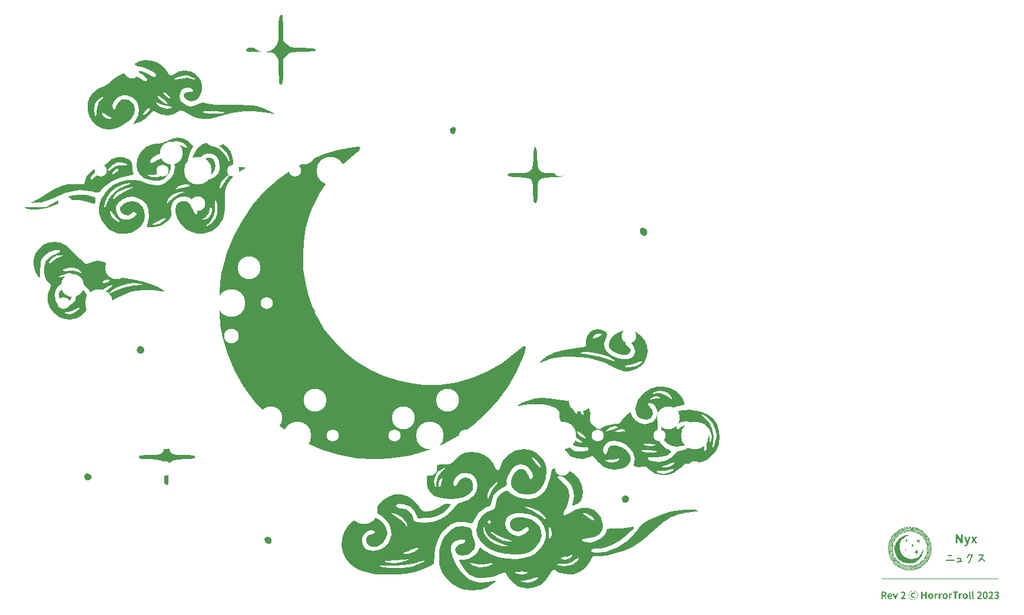
<source format=gto>
G04 #@! TF.GenerationSoftware,KiCad,Pcbnew,(6.99.0-1912-g359c99991b)*
G04 #@! TF.CreationDate,2023-08-09T17:17:15+07:00*
G04 #@! TF.ProjectId,nyx,6e79782e-6b69-4636-9164-5f7063625858,2*
G04 #@! TF.SameCoordinates,Original*
G04 #@! TF.FileFunction,Legend,Top*
G04 #@! TF.FilePolarity,Positive*
%FSLAX46Y46*%
G04 Gerber Fmt 4.6, Leading zero omitted, Abs format (unit mm)*
G04 Created by KiCad (PCBNEW (6.99.0-1912-g359c99991b)) date 2023-08-09 17:17:15*
%MOMM*%
%LPD*%
G01*
G04 APERTURE LIST*
%ADD10C,0.150000*%
%ADD11C,3.048000*%
%ADD12C,3.987800*%
%ADD13C,0.500000*%
%ADD14C,1.750000*%
%ADD15C,3.300000*%
%ADD16C,2.100000*%
%ADD17R,1.700000X1.700000*%
%ADD18O,1.700000X1.700000*%
G04 #@! TA.AperFunction,Profile*
%ADD19C,0.100000*%
G04 #@! TD*
G04 APERTURE END LIST*
D10*
G36*
X154940685Y-93902743D02*
G01*
X154940685Y-93762059D01*
X155995814Y-93762059D01*
X155995814Y-93902743D01*
X154940685Y-93902743D01*
G37*
G36*
X155989952Y-93902743D02*
G01*
X155989952Y-93762059D01*
X157045081Y-93762059D01*
X157045081Y-93902743D01*
X155989952Y-93902743D01*
G37*
G36*
X157039219Y-93902743D02*
G01*
X157039219Y-93762059D01*
X158094348Y-93762059D01*
X158094348Y-93902743D01*
X157039219Y-93902743D01*
G37*
G36*
X158088486Y-93902743D02*
G01*
X158088486Y-93762059D01*
X159143615Y-93762059D01*
X159143615Y-93902743D01*
X158088486Y-93902743D01*
G37*
G36*
X159137754Y-93902743D02*
G01*
X159137754Y-93762059D01*
X160192883Y-93762059D01*
X160192883Y-93902743D01*
X159137754Y-93902743D01*
G37*
G36*
X160187021Y-93902743D02*
G01*
X160187021Y-93762059D01*
X161242150Y-93762059D01*
X161242150Y-93902743D01*
X160187021Y-93902743D01*
G37*
G36*
X161236288Y-93902743D02*
G01*
X161236288Y-93762059D01*
X162291417Y-93762059D01*
X162291417Y-93902743D01*
X161236288Y-93902743D01*
G37*
G36*
X162285555Y-93902743D02*
G01*
X162285555Y-93762059D01*
X163340685Y-93762059D01*
X163340685Y-93902743D01*
X162285555Y-93902743D01*
G37*
G36*
X163334823Y-93902743D02*
G01*
X163334823Y-93762059D01*
X164389952Y-93762059D01*
X164389952Y-93902743D01*
X163334823Y-93902743D01*
G37*
G36*
X164384090Y-93902743D02*
G01*
X164384090Y-93762059D01*
X165439219Y-93762059D01*
X165439219Y-93902743D01*
X164384090Y-93902743D01*
G37*
G36*
X165433357Y-93902743D02*
G01*
X165433357Y-93762059D01*
X166488486Y-93762059D01*
X166488486Y-93902743D01*
X165433357Y-93902743D01*
G37*
G36*
X166482624Y-93902743D02*
G01*
X166482624Y-93762059D01*
X167537754Y-93762059D01*
X167537754Y-93902743D01*
X166482624Y-93902743D01*
G37*
G36*
X167531892Y-93902743D02*
G01*
X167531892Y-93762059D01*
X168587021Y-93762059D01*
X168587021Y-93902743D01*
X167531892Y-93902743D01*
G37*
G36*
X168581159Y-93902743D02*
G01*
X168581159Y-93762059D01*
X169636288Y-93762059D01*
X169636288Y-93902743D01*
X168581159Y-93902743D01*
G37*
G36*
X169630426Y-93902743D02*
G01*
X169630426Y-93762059D01*
X170685555Y-93762059D01*
X170685555Y-93902743D01*
X169630426Y-93902743D01*
G37*
G36*
X170679694Y-93902743D02*
G01*
X170679694Y-93762059D01*
X171734823Y-93762059D01*
X171734823Y-93902743D01*
X170679694Y-93902743D01*
G37*
G36*
X164191104Y-91299733D02*
G01*
X164150071Y-91279216D01*
X164141828Y-91266319D01*
X164135233Y-91252907D01*
X164131753Y-91243679D01*
X164128524Y-91229082D01*
X164128181Y-91213866D01*
X164129555Y-91203379D01*
X164150071Y-91161247D01*
X164166672Y-91153284D01*
X164183685Y-91146249D01*
X164201110Y-91140141D01*
X164218948Y-91134960D01*
X164237197Y-91130707D01*
X164255859Y-91127381D01*
X164274933Y-91124983D01*
X164294419Y-91123511D01*
X164309211Y-91122616D01*
X164323914Y-91121579D01*
X164338526Y-91120401D01*
X164357869Y-91118609D01*
X164377052Y-91116565D01*
X164396074Y-91114270D01*
X164414936Y-91111723D01*
X164433638Y-91108923D01*
X164447559Y-91106659D01*
X164656753Y-91106659D01*
X164660783Y-91106659D01*
X164886463Y-91106659D01*
X164890493Y-91083211D01*
X165120204Y-91083211D01*
X165138728Y-91085152D01*
X165157481Y-91086760D01*
X165176464Y-91088037D01*
X165195675Y-91088982D01*
X165215115Y-91089594D01*
X165229845Y-91089836D01*
X165244705Y-91089890D01*
X165259693Y-91089758D01*
X165274809Y-91089439D01*
X165289956Y-91089307D01*
X165304897Y-91089736D01*
X165319632Y-91090724D01*
X165338958Y-91092914D01*
X165357917Y-91096100D01*
X165376510Y-91100281D01*
X165394736Y-91105459D01*
X165412597Y-91111633D01*
X165425751Y-91116917D01*
X165434166Y-91129865D01*
X165440727Y-91143432D01*
X165444070Y-91152821D01*
X165447298Y-91167195D01*
X165447642Y-91182290D01*
X165446268Y-91192754D01*
X165425751Y-91234886D01*
X165412321Y-91243974D01*
X165397673Y-91250628D01*
X165383450Y-91254537D01*
X165378491Y-91255403D01*
X165363302Y-91257351D01*
X165347823Y-91258661D01*
X165332055Y-91259334D01*
X165323170Y-91259433D01*
X165107747Y-91247342D01*
X164890493Y-91247342D01*
X164886463Y-91270790D01*
X164660783Y-91270790D01*
X164656753Y-91270790D01*
X164451589Y-91270790D01*
X164435223Y-91272862D01*
X164418914Y-91274866D01*
X164402662Y-91276800D01*
X164386468Y-91278667D01*
X164370330Y-91280464D01*
X164354250Y-91282193D01*
X164338228Y-91283853D01*
X164322262Y-91285444D01*
X164306348Y-91286950D01*
X164290297Y-91288536D01*
X164274108Y-91290201D01*
X164257782Y-91291947D01*
X164241319Y-91293773D01*
X164224718Y-91295680D01*
X164207980Y-91297666D01*
X164191104Y-91299733D01*
G37*
G36*
X164459649Y-90622325D02*
G01*
X164418616Y-90601809D01*
X164410373Y-90588860D01*
X164403778Y-90575293D01*
X164400298Y-90565905D01*
X164397069Y-90551359D01*
X164396726Y-90536298D01*
X164398100Y-90525971D01*
X164418616Y-90483839D01*
X164431689Y-90475290D01*
X164445263Y-90468190D01*
X164459338Y-90462539D01*
X164473914Y-90458337D01*
X164488991Y-90455584D01*
X164504569Y-90454280D01*
X164510940Y-90454164D01*
X164526924Y-90454065D01*
X164542818Y-90453770D01*
X164558623Y-90453278D01*
X164574338Y-90452590D01*
X164589964Y-90451704D01*
X164605501Y-90450622D01*
X164611690Y-90450134D01*
X164952042Y-90450134D01*
X164967169Y-90452474D01*
X164981867Y-90454456D01*
X164997538Y-90456223D01*
X164998937Y-90456362D01*
X165013817Y-90459605D01*
X165027226Y-90466311D01*
X165038138Y-90475413D01*
X165046862Y-90488362D01*
X165054350Y-90501929D01*
X165058654Y-90511317D01*
X165062999Y-90526257D01*
X165063995Y-90541583D01*
X165062685Y-90555280D01*
X165042168Y-90597412D01*
X165028952Y-90606514D01*
X165014948Y-90612754D01*
X165000158Y-90616131D01*
X164997105Y-90616463D01*
X164981334Y-90617429D01*
X164966407Y-90617993D01*
X164950783Y-90618266D01*
X164943616Y-90618295D01*
X164939586Y-90614265D01*
X164615720Y-90614265D01*
X164459649Y-90622325D01*
G37*
G36*
X165766104Y-91483647D02*
G01*
X165751313Y-91479467D01*
X165737167Y-91474481D01*
X165735329Y-91473756D01*
X165721591Y-91466978D01*
X165708951Y-91459101D01*
X165700485Y-91446479D01*
X165693770Y-91433341D01*
X165690267Y-91424296D01*
X165687261Y-91409940D01*
X165687038Y-91394346D01*
X165688435Y-91383264D01*
X165708951Y-91342231D01*
X165726695Y-91337809D01*
X165744620Y-91333747D01*
X165762725Y-91330046D01*
X165781010Y-91326706D01*
X165799476Y-91323727D01*
X165818122Y-91321108D01*
X165836948Y-91318849D01*
X165855955Y-91316952D01*
X165875142Y-91315415D01*
X165894509Y-91314238D01*
X165907521Y-91313654D01*
X165927147Y-91312896D01*
X165946736Y-91312130D01*
X165966285Y-91311359D01*
X165985797Y-91310580D01*
X166005269Y-91309796D01*
X166024703Y-91309005D01*
X166044098Y-91308207D01*
X166063454Y-91307403D01*
X166082772Y-91306593D01*
X166102051Y-91305776D01*
X166114883Y-91305228D01*
X166116719Y-91289211D01*
X166119206Y-91273445D01*
X166122343Y-91257929D01*
X166126131Y-91242666D01*
X166130569Y-91227653D01*
X166135658Y-91212891D01*
X166141397Y-91198381D01*
X166147787Y-91184122D01*
X166154827Y-91170114D01*
X166162517Y-91156357D01*
X166168006Y-91147325D01*
X166176266Y-91133736D01*
X166184011Y-91119895D01*
X166191241Y-91105803D01*
X166197956Y-91091460D01*
X166204155Y-91076866D01*
X166209840Y-91062021D01*
X166215009Y-91046924D01*
X166219663Y-91031577D01*
X166223802Y-91015978D01*
X166227425Y-91000128D01*
X166229555Y-90989422D01*
X166110853Y-90989422D01*
X166094487Y-90990578D01*
X166078178Y-90991849D01*
X166061926Y-90993235D01*
X166045731Y-90994734D01*
X166029594Y-90996349D01*
X166013514Y-90998077D01*
X165997492Y-90999921D01*
X165981526Y-91001878D01*
X165965646Y-91003899D01*
X165949698Y-91005931D01*
X165933681Y-91007975D01*
X165917596Y-91010030D01*
X165901441Y-91012097D01*
X165885218Y-91014175D01*
X165868926Y-91016264D01*
X165852566Y-91018365D01*
X165838491Y-91014237D01*
X165824189Y-91009193D01*
X165821425Y-91008107D01*
X165807686Y-91001420D01*
X165795047Y-90993818D01*
X165786580Y-90980870D01*
X165779865Y-90967303D01*
X165776362Y-90957915D01*
X165773357Y-90943369D01*
X165773134Y-90928308D01*
X165774530Y-90917981D01*
X165795047Y-90875849D01*
X165813554Y-90869793D01*
X165832256Y-90864263D01*
X165846410Y-90860461D01*
X165860673Y-90856956D01*
X165875046Y-90853746D01*
X165889529Y-90850833D01*
X165904121Y-90848217D01*
X165918822Y-90845896D01*
X165933633Y-90843872D01*
X165948553Y-90842144D01*
X165963578Y-90840564D01*
X165978564Y-90838984D01*
X165993511Y-90837404D01*
X166008420Y-90835824D01*
X166023289Y-90834244D01*
X166038121Y-90832664D01*
X166052913Y-90831084D01*
X166067667Y-90829504D01*
X166082383Y-90827924D01*
X166097060Y-90826344D01*
X166106823Y-90825291D01*
X166311620Y-90825291D01*
X166373170Y-90858996D01*
X166382927Y-90870564D01*
X166390721Y-90883149D01*
X166396551Y-90896751D01*
X166400418Y-90911369D01*
X166401746Y-90920179D01*
X166403266Y-90935849D01*
X166403980Y-90951765D01*
X166403887Y-90967926D01*
X166402988Y-90984333D01*
X166402112Y-90993818D01*
X166397455Y-91008365D01*
X166392688Y-91022880D01*
X166387812Y-91037362D01*
X166382827Y-91051813D01*
X166377732Y-91066231D01*
X166372527Y-91080617D01*
X166367213Y-91094970D01*
X166361789Y-91109292D01*
X166356256Y-91123581D01*
X166350614Y-91137838D01*
X166346791Y-91147325D01*
X166340966Y-91161528D01*
X166335032Y-91175700D01*
X166328988Y-91189839D01*
X166322834Y-91203945D01*
X166316572Y-91218020D01*
X166310199Y-91232063D01*
X166303717Y-91246073D01*
X166297126Y-91260051D01*
X166290425Y-91273997D01*
X166283615Y-91287910D01*
X166279014Y-91297168D01*
X166291104Y-91297168D01*
X166488208Y-91289108D01*
X166529241Y-91309624D01*
X166537741Y-91322075D01*
X166545109Y-91335247D01*
X166549391Y-91344429D01*
X166553959Y-91359044D01*
X166555069Y-91373979D01*
X166553787Y-91387294D01*
X166533271Y-91430525D01*
X166520597Y-91438510D01*
X166506169Y-91444719D01*
X166498100Y-91447011D01*
X166482853Y-91450285D01*
X166468136Y-91453308D01*
X166459265Y-91455071D01*
X166418232Y-91451041D01*
X165766104Y-91483647D01*
G37*
G36*
X167438923Y-91614439D02*
G01*
X167397890Y-91593923D01*
X167390039Y-91580407D01*
X167383156Y-91566649D01*
X167380305Y-91560218D01*
X167376458Y-91546050D01*
X167375828Y-91531342D01*
X167377374Y-91518086D01*
X167386187Y-91502543D01*
X167394951Y-91486966D01*
X167403664Y-91471354D01*
X167412327Y-91455706D01*
X167420941Y-91440024D01*
X167429504Y-91424306D01*
X167438017Y-91408554D01*
X167446479Y-91392766D01*
X167454892Y-91376943D01*
X167463255Y-91361086D01*
X167471568Y-91345193D01*
X167479830Y-91329265D01*
X167488042Y-91313302D01*
X167496205Y-91297304D01*
X167504317Y-91281271D01*
X167512379Y-91265203D01*
X167520391Y-91249100D01*
X167528353Y-91232961D01*
X167536265Y-91216788D01*
X167544127Y-91200580D01*
X167551939Y-91184336D01*
X167559700Y-91168058D01*
X167567412Y-91151744D01*
X167575073Y-91135395D01*
X167582685Y-91119012D01*
X167590246Y-91102593D01*
X167597757Y-91086139D01*
X167605218Y-91069650D01*
X167612629Y-91053126D01*
X167619990Y-91036567D01*
X167627301Y-91019973D01*
X167634562Y-91003344D01*
X167641768Y-90986668D01*
X167648917Y-90969980D01*
X167656008Y-90953280D01*
X167663041Y-90936568D01*
X167670016Y-90919844D01*
X167676933Y-90903107D01*
X167683792Y-90886359D01*
X167690593Y-90869598D01*
X167697336Y-90852825D01*
X167704021Y-90836040D01*
X167710648Y-90819243D01*
X167717217Y-90802433D01*
X167723728Y-90785612D01*
X167730181Y-90768778D01*
X167736577Y-90751932D01*
X167742914Y-90735074D01*
X167749193Y-90718203D01*
X167755415Y-90701321D01*
X167761578Y-90684426D01*
X167767684Y-90667520D01*
X167773731Y-90650601D01*
X167779721Y-90633669D01*
X167785652Y-90616726D01*
X167791526Y-90599771D01*
X167797342Y-90582803D01*
X167803099Y-90565823D01*
X167808799Y-90548831D01*
X167814441Y-90531827D01*
X167820025Y-90514811D01*
X167825551Y-90497783D01*
X167831018Y-90480742D01*
X167836428Y-90463689D01*
X167567883Y-90453431D01*
X167537109Y-90457827D01*
X167527865Y-90473980D01*
X167518544Y-90490152D01*
X167509146Y-90506343D01*
X167499671Y-90522554D01*
X167490118Y-90538784D01*
X167480488Y-90555033D01*
X167470781Y-90571301D01*
X167460997Y-90587589D01*
X167451135Y-90603896D01*
X167441196Y-90620223D01*
X167434527Y-90631118D01*
X167424582Y-90647395D01*
X167414670Y-90663666D01*
X167404790Y-90679930D01*
X167394942Y-90696188D01*
X167385127Y-90712439D01*
X167375343Y-90728684D01*
X167365592Y-90744922D01*
X167355873Y-90761154D01*
X167346186Y-90777380D01*
X167336532Y-90793599D01*
X167330113Y-90804408D01*
X167318519Y-90813495D01*
X167305278Y-90821730D01*
X167294942Y-90826756D01*
X167280328Y-90831101D01*
X167265392Y-90832097D01*
X167252077Y-90830786D01*
X167211045Y-90812468D01*
X167202647Y-90799846D01*
X167195589Y-90786708D01*
X167191627Y-90777663D01*
X167187780Y-90763392D01*
X167187231Y-90748606D01*
X167188696Y-90738463D01*
X167195652Y-90725149D01*
X167202687Y-90711861D01*
X167209802Y-90698599D01*
X167216998Y-90685363D01*
X167224274Y-90672152D01*
X167231630Y-90658967D01*
X167239066Y-90645808D01*
X167246582Y-90632675D01*
X167254178Y-90619567D01*
X167261855Y-90606486D01*
X167269611Y-90593429D01*
X167277448Y-90580399D01*
X167285365Y-90567395D01*
X167293362Y-90554416D01*
X167301439Y-90541463D01*
X167309597Y-90528536D01*
X167317778Y-90515548D01*
X167325928Y-90502507D01*
X167334047Y-90489411D01*
X167342134Y-90476260D01*
X167350190Y-90463055D01*
X167358214Y-90449796D01*
X167366207Y-90436482D01*
X167374168Y-90423114D01*
X167382098Y-90409692D01*
X167389996Y-90396215D01*
X167397863Y-90382684D01*
X167405699Y-90369099D01*
X167413502Y-90355459D01*
X167421275Y-90341764D01*
X167429016Y-90328016D01*
X167436725Y-90314213D01*
X167448811Y-90303704D01*
X167461669Y-90295580D01*
X167475298Y-90289839D01*
X167489699Y-90286483D01*
X167498274Y-90285636D01*
X167513606Y-90284780D01*
X167529149Y-90284134D01*
X167544902Y-90283698D01*
X167560865Y-90283472D01*
X167570082Y-90283438D01*
X167590827Y-90284907D01*
X167611572Y-90286293D01*
X167632318Y-90287595D01*
X167653063Y-90288813D01*
X167673808Y-90289948D01*
X167694554Y-90290999D01*
X167715299Y-90291966D01*
X167736045Y-90292849D01*
X167756790Y-90293649D01*
X167777535Y-90294365D01*
X167791366Y-90294795D01*
X167812032Y-90295660D01*
X167832401Y-90297157D01*
X167852475Y-90299284D01*
X167872252Y-90302043D01*
X167891733Y-90305432D01*
X167910918Y-90309453D01*
X167929806Y-90314105D01*
X167948398Y-90319388D01*
X167966695Y-90325302D01*
X167984694Y-90331847D01*
X167996530Y-90336561D01*
X168005099Y-90349235D01*
X168012123Y-90362527D01*
X168015947Y-90371732D01*
X168019845Y-90386346D01*
X168020613Y-90401282D01*
X168019244Y-90414596D01*
X168013692Y-90433683D01*
X168008071Y-90452750D01*
X168002383Y-90471797D01*
X167996627Y-90490823D01*
X167990803Y-90509830D01*
X167984910Y-90528816D01*
X167978950Y-90547783D01*
X167972922Y-90566729D01*
X167966826Y-90585656D01*
X167960662Y-90604562D01*
X167954430Y-90623448D01*
X167948129Y-90642315D01*
X167941761Y-90661161D01*
X167935325Y-90679987D01*
X167928821Y-90698794D01*
X167922249Y-90717580D01*
X167915609Y-90736346D01*
X167908901Y-90755092D01*
X167902125Y-90773818D01*
X167895281Y-90792524D01*
X167888369Y-90811210D01*
X167881390Y-90829876D01*
X167874342Y-90848522D01*
X167867226Y-90867148D01*
X167860042Y-90885754D01*
X167852790Y-90904340D01*
X167845471Y-90922905D01*
X167838083Y-90941451D01*
X167830627Y-90959977D01*
X167823103Y-90978483D01*
X167815512Y-90996968D01*
X167807852Y-91015434D01*
X167800114Y-91033872D01*
X167792289Y-91052274D01*
X167784375Y-91070640D01*
X167776373Y-91088970D01*
X167768284Y-91107265D01*
X167760106Y-91125524D01*
X167751840Y-91143747D01*
X167743486Y-91161934D01*
X167735045Y-91180085D01*
X167726515Y-91198201D01*
X167717897Y-91216281D01*
X167709191Y-91234325D01*
X167700397Y-91252333D01*
X167691516Y-91270306D01*
X167682546Y-91288243D01*
X167673488Y-91306144D01*
X167664342Y-91324009D01*
X167655108Y-91341839D01*
X167645786Y-91359632D01*
X167636376Y-91377390D01*
X167626878Y-91395113D01*
X167617292Y-91412799D01*
X167607619Y-91430449D01*
X167597857Y-91448064D01*
X167588007Y-91465643D01*
X167578069Y-91483187D01*
X167568043Y-91500694D01*
X167557929Y-91518166D01*
X167547727Y-91535602D01*
X167537437Y-91553002D01*
X167527058Y-91570366D01*
X167516592Y-91587695D01*
X167503970Y-91596247D01*
X167490832Y-91603769D01*
X167481788Y-91608211D01*
X167467173Y-91612865D01*
X167452238Y-91614687D01*
X167438923Y-91614439D01*
G37*
G36*
X168843564Y-91400849D02*
G01*
X168802531Y-91378501D01*
X168794288Y-91365879D01*
X168787693Y-91352741D01*
X168784213Y-91343696D01*
X168780845Y-91328213D01*
X168780742Y-91313384D01*
X168782015Y-91304495D01*
X168786789Y-91289417D01*
X168794243Y-91276139D01*
X168802531Y-91265661D01*
X168812441Y-91254391D01*
X168822434Y-91242407D01*
X168831474Y-91230856D01*
X168842220Y-91220330D01*
X168852933Y-91209772D01*
X168863615Y-91199181D01*
X168874264Y-91188558D01*
X168884881Y-91177903D01*
X168895466Y-91167216D01*
X168906019Y-91156497D01*
X168916539Y-91145745D01*
X168927027Y-91134961D01*
X168937483Y-91124145D01*
X168947907Y-91113297D01*
X168958299Y-91102417D01*
X168968658Y-91091504D01*
X168978985Y-91080559D01*
X168989281Y-91069582D01*
X168999543Y-91058573D01*
X169009774Y-91047532D01*
X169019972Y-91036458D01*
X169030139Y-91025353D01*
X169040273Y-91014215D01*
X169050375Y-91003044D01*
X169060444Y-90991842D01*
X169070482Y-90980607D01*
X169080487Y-90969341D01*
X169090460Y-90958042D01*
X169100401Y-90946711D01*
X169110310Y-90935347D01*
X169120186Y-90923952D01*
X169130030Y-90912524D01*
X169139842Y-90901064D01*
X169149622Y-90889572D01*
X169159370Y-90878047D01*
X169169100Y-90866495D01*
X169178781Y-90854919D01*
X169188414Y-90843320D01*
X169197998Y-90831696D01*
X169207534Y-90820050D01*
X169217021Y-90808379D01*
X169226459Y-90796685D01*
X169235848Y-90784968D01*
X169245189Y-90773227D01*
X169254481Y-90761462D01*
X169263725Y-90749673D01*
X169272920Y-90737861D01*
X169282066Y-90726026D01*
X169291164Y-90714167D01*
X169300213Y-90702284D01*
X169309213Y-90690377D01*
X169318164Y-90678447D01*
X169327067Y-90666493D01*
X169335922Y-90654516D01*
X169344727Y-90642515D01*
X169353484Y-90630491D01*
X169362192Y-90618442D01*
X169370852Y-90606371D01*
X169379463Y-90594275D01*
X169388025Y-90582156D01*
X169396539Y-90570014D01*
X169405004Y-90557847D01*
X169413421Y-90545658D01*
X169421788Y-90533444D01*
X169430107Y-90521207D01*
X169438378Y-90508946D01*
X169446599Y-90496662D01*
X169446599Y-90484206D01*
X169364534Y-90484206D01*
X169349666Y-90485266D01*
X169334830Y-90486341D01*
X169320025Y-90487430D01*
X169305251Y-90488533D01*
X169290510Y-90489651D01*
X169275799Y-90490783D01*
X169261120Y-90491929D01*
X169246473Y-90493090D01*
X169231857Y-90494265D01*
X169209992Y-90496054D01*
X169188198Y-90497876D01*
X169166475Y-90499729D01*
X169144823Y-90501615D01*
X169130427Y-90502890D01*
X169108961Y-90504975D01*
X169087567Y-90507381D01*
X169066243Y-90510110D01*
X169044990Y-90513160D01*
X169023807Y-90516532D01*
X169002696Y-90520227D01*
X168981656Y-90524243D01*
X168960686Y-90528582D01*
X168939787Y-90533242D01*
X168918959Y-90538224D01*
X168905113Y-90541725D01*
X168864080Y-90521209D01*
X168855837Y-90508586D01*
X168849242Y-90495449D01*
X168845762Y-90486404D01*
X168842395Y-90471158D01*
X168842292Y-90456440D01*
X168843564Y-90447569D01*
X168864080Y-90406536D01*
X168882088Y-90399047D01*
X168900207Y-90391968D01*
X168918438Y-90385297D01*
X168936781Y-90379036D01*
X168955235Y-90373184D01*
X168973801Y-90367742D01*
X168992478Y-90362709D01*
X169011267Y-90358085D01*
X169030168Y-90353870D01*
X169049180Y-90350065D01*
X169068304Y-90346669D01*
X169087539Y-90343682D01*
X169106887Y-90341105D01*
X169126345Y-90338937D01*
X169145916Y-90337178D01*
X169165598Y-90335828D01*
X169185344Y-90334659D01*
X169205108Y-90333533D01*
X169224889Y-90332449D01*
X169244687Y-90331409D01*
X169264502Y-90330411D01*
X169284334Y-90329457D01*
X169304184Y-90328545D01*
X169324051Y-90327677D01*
X169343934Y-90326851D01*
X169363835Y-90326068D01*
X169383754Y-90325328D01*
X169403689Y-90324631D01*
X169423641Y-90323977D01*
X169443611Y-90323366D01*
X169463598Y-90322798D01*
X169483602Y-90322273D01*
X169499905Y-90322799D01*
X169516209Y-90324379D01*
X169532512Y-90327013D01*
X169548815Y-90330699D01*
X169562855Y-90334909D01*
X169577956Y-90341395D01*
X169592050Y-90349667D01*
X169605136Y-90359725D01*
X169606701Y-90361107D01*
X169615131Y-90373140D01*
X169622285Y-90386159D01*
X169628165Y-90400163D01*
X169630881Y-90408368D01*
X169634635Y-90423557D01*
X169636419Y-90439036D01*
X169636232Y-90454804D01*
X169635277Y-90463689D01*
X169629953Y-90479014D01*
X169624240Y-90494212D01*
X169618138Y-90509284D01*
X169611646Y-90524231D01*
X169604766Y-90539052D01*
X169597496Y-90553746D01*
X169589836Y-90568315D01*
X169581788Y-90582758D01*
X169573567Y-90597069D01*
X169565210Y-90611243D01*
X169556715Y-90625279D01*
X169548082Y-90639178D01*
X169539312Y-90652939D01*
X169530405Y-90666564D01*
X169521361Y-90680050D01*
X169512179Y-90693400D01*
X169504119Y-90693400D01*
X169483602Y-90730403D01*
X169475176Y-90730403D01*
X169446599Y-90783892D01*
X169438173Y-90783892D01*
X169418023Y-90820528D01*
X169406627Y-90829976D01*
X169395522Y-90839771D01*
X169384706Y-90849914D01*
X169378822Y-90855699D01*
X169368339Y-90867756D01*
X169359788Y-90881030D01*
X169353169Y-90895520D01*
X169352077Y-90898564D01*
X169381020Y-90915050D01*
X169391782Y-90926682D01*
X169403552Y-90937032D01*
X169416329Y-90946099D01*
X169430113Y-90953885D01*
X169444424Y-90961166D01*
X169458781Y-90968722D01*
X169473184Y-90976553D01*
X169487632Y-90984659D01*
X169487632Y-90993086D01*
X169524635Y-91013236D01*
X169639307Y-91091271D01*
X169672280Y-91120214D01*
X169684975Y-91130673D01*
X169698055Y-91140570D01*
X169711522Y-91149907D01*
X169725374Y-91158682D01*
X169733463Y-91163445D01*
X169747888Y-91171757D01*
X169762314Y-91180666D01*
X169774679Y-91188776D01*
X169787043Y-91197324D01*
X169799408Y-91206310D01*
X169842273Y-91255403D01*
X169846303Y-91308892D01*
X169825786Y-91349924D01*
X169813149Y-91357544D01*
X169799265Y-91364276D01*
X169788784Y-91368243D01*
X169773537Y-91371550D01*
X169758820Y-91371490D01*
X169749949Y-91370075D01*
X169692796Y-91337468D01*
X169680469Y-91328219D01*
X169668124Y-91318972D01*
X169655762Y-91309729D01*
X169643383Y-91300488D01*
X169630986Y-91291250D01*
X169618573Y-91282015D01*
X169606142Y-91272783D01*
X169593695Y-91263554D01*
X169581230Y-91254328D01*
X169568748Y-91245104D01*
X169556248Y-91235884D01*
X169543732Y-91226666D01*
X169531198Y-91217451D01*
X169518647Y-91208239D01*
X169506079Y-91199030D01*
X169493494Y-91189823D01*
X169480922Y-91180621D01*
X169468301Y-91171517D01*
X169455631Y-91162509D01*
X169442913Y-91153599D01*
X169430146Y-91144786D01*
X169417330Y-91136071D01*
X169404466Y-91127453D01*
X169391553Y-91118932D01*
X169378592Y-91110508D01*
X169365581Y-91102182D01*
X169352522Y-91093953D01*
X169339415Y-91085822D01*
X169326259Y-91077787D01*
X169313054Y-91069850D01*
X169299800Y-91062011D01*
X169286498Y-91054269D01*
X169249862Y-91017632D01*
X169118337Y-91173337D01*
X169032241Y-91263463D01*
X168995239Y-91304495D01*
X168979119Y-91320982D01*
X168954206Y-91333438D01*
X168954206Y-91341498D01*
X168942116Y-91353954D01*
X168930401Y-91365089D01*
X168918339Y-91375413D01*
X168905929Y-91384924D01*
X168898885Y-91389858D01*
X168885473Y-91396949D01*
X168870381Y-91400909D01*
X168855555Y-91401802D01*
X168843564Y-91400849D01*
G37*
G36*
X165808959Y-88705047D02*
G01*
X165799710Y-88713490D01*
X165787463Y-88722462D01*
X165774456Y-88729674D01*
X165760689Y-88735127D01*
X165746162Y-88738821D01*
X165733993Y-88740510D01*
X165721337Y-88741073D01*
X165708681Y-88740510D01*
X165696512Y-88738821D01*
X165681985Y-88735127D01*
X165668218Y-88729674D01*
X165655211Y-88722462D01*
X165642965Y-88713490D01*
X165633715Y-88705047D01*
X165625272Y-88695797D01*
X165616300Y-88683551D01*
X165609088Y-88670544D01*
X165603635Y-88656777D01*
X165599941Y-88642250D01*
X165598252Y-88630080D01*
X165597689Y-88617425D01*
X165597689Y-87573286D01*
X165598290Y-87559791D01*
X165600094Y-87546782D01*
X165603099Y-87534260D01*
X165607306Y-87522224D01*
X165612716Y-87510675D01*
X165619328Y-87499613D01*
X165627142Y-87489037D01*
X165636158Y-87478948D01*
X165646104Y-87469645D01*
X165656556Y-87461583D01*
X165667513Y-87454762D01*
X165678976Y-87449180D01*
X165690945Y-87444839D01*
X165703420Y-87441739D01*
X165716400Y-87439878D01*
X165729886Y-87439258D01*
X165745242Y-87439754D01*
X165760321Y-87441243D01*
X165775123Y-87443723D01*
X165789649Y-87447196D01*
X165803898Y-87451661D01*
X165817870Y-87457118D01*
X165831566Y-87463568D01*
X165844985Y-87471010D01*
X165857961Y-87479286D01*
X165870173Y-87488240D01*
X165881622Y-87497872D01*
X165892307Y-87508180D01*
X165902230Y-87519167D01*
X165911389Y-87530830D01*
X165919785Y-87543171D01*
X165927417Y-87556189D01*
X166241880Y-88133213D01*
X166370413Y-88409513D01*
X166376519Y-88414703D01*
X166380793Y-88409513D01*
X166378689Y-88389940D01*
X166376652Y-88370719D01*
X166374682Y-88351851D01*
X166372779Y-88333335D01*
X166370942Y-88315171D01*
X166369172Y-88297360D01*
X166367469Y-88279902D01*
X166365833Y-88262795D01*
X166364264Y-88246042D01*
X166362761Y-88229640D01*
X166361325Y-88213591D01*
X166359956Y-88197895D01*
X166358654Y-88182550D01*
X166357418Y-88167559D01*
X166356249Y-88152919D01*
X166355147Y-88138632D01*
X166354112Y-88124698D01*
X166353144Y-88111116D01*
X166352242Y-88097886D01*
X166351407Y-88085009D01*
X166350639Y-88072484D01*
X166349304Y-88048491D01*
X166348235Y-88025908D01*
X166347434Y-88004735D01*
X166346899Y-87984971D01*
X166346632Y-87966617D01*
X166346599Y-87957969D01*
X166346599Y-87562906D01*
X166347162Y-87550250D01*
X166348851Y-87538081D01*
X166352545Y-87523554D01*
X166357998Y-87509787D01*
X166365210Y-87496780D01*
X166374181Y-87484534D01*
X166382625Y-87475284D01*
X166391870Y-87466840D01*
X166404097Y-87457869D01*
X166417069Y-87450657D01*
X166430787Y-87445204D01*
X166445250Y-87441510D01*
X166457357Y-87439821D01*
X166469942Y-87439258D01*
X166482597Y-87439821D01*
X166494767Y-87441510D01*
X166509294Y-87445204D01*
X166523061Y-87450657D01*
X166536067Y-87457869D01*
X166548314Y-87466840D01*
X166557564Y-87475284D01*
X166566079Y-87484534D01*
X166573459Y-87494270D01*
X166581087Y-87507125D01*
X166586941Y-87520740D01*
X166591021Y-87535115D01*
X166593327Y-87550250D01*
X166593895Y-87562906D01*
X166593895Y-88608876D01*
X166593289Y-88622362D01*
X166591471Y-88635342D01*
X166588442Y-88647817D01*
X166584201Y-88659785D01*
X166578749Y-88671249D01*
X166572085Y-88682206D01*
X166564209Y-88692658D01*
X166555121Y-88702604D01*
X166545247Y-88711620D01*
X166534857Y-88719434D01*
X166523952Y-88726046D01*
X166512531Y-88731455D01*
X166500596Y-88735663D01*
X166488145Y-88738668D01*
X166475179Y-88740471D01*
X166461698Y-88741073D01*
X166446767Y-88740591D01*
X166432046Y-88739145D01*
X166417534Y-88736736D01*
X166403233Y-88733364D01*
X166389141Y-88729027D01*
X166375259Y-88723727D01*
X166361587Y-88717464D01*
X166348125Y-88710237D01*
X166335245Y-88702080D01*
X166323167Y-88693178D01*
X166311890Y-88683532D01*
X166301414Y-88673142D01*
X166291740Y-88662008D01*
X166282867Y-88650130D01*
X166274795Y-88637508D01*
X166267525Y-88624141D01*
X165953368Y-88043759D01*
X165822698Y-87768986D01*
X165816592Y-87765628D01*
X165812318Y-87768986D01*
X165814067Y-87782881D01*
X165815495Y-87795919D01*
X165816745Y-87808217D01*
X165818090Y-87822176D01*
X165819530Y-87837794D01*
X165820674Y-87850597D01*
X165821870Y-87864334D01*
X165822698Y-87874010D01*
X165823982Y-87888457D01*
X165825202Y-87902261D01*
X165826358Y-87915420D01*
X165827449Y-87927935D01*
X165828804Y-87943620D01*
X165830044Y-87958160D01*
X165831170Y-87971555D01*
X165832181Y-87983805D01*
X165833078Y-87994911D01*
X165834150Y-88008643D01*
X165835267Y-88023509D01*
X165836192Y-88036217D01*
X165837146Y-88049651D01*
X165838129Y-88063809D01*
X165839140Y-88078693D01*
X165840180Y-88094301D01*
X165840711Y-88102377D01*
X165841713Y-88118425D01*
X165842581Y-88134053D01*
X165843316Y-88149261D01*
X165843917Y-88164049D01*
X165844384Y-88178417D01*
X165844718Y-88192366D01*
X165844918Y-88205894D01*
X165844985Y-88219003D01*
X165844985Y-88617425D01*
X165844422Y-88630080D01*
X165842734Y-88642250D01*
X165839039Y-88656777D01*
X165833586Y-88670544D01*
X165826374Y-88683551D01*
X165817403Y-88695797D01*
X165808959Y-88705047D01*
G37*
G36*
X166972166Y-89141325D02*
G01*
X166959549Y-89141109D01*
X166946691Y-89140379D01*
X166937667Y-89139494D01*
X166924809Y-89138086D01*
X166912950Y-89135009D01*
X166900038Y-89129113D01*
X166888564Y-89120813D01*
X166878528Y-89110108D01*
X166872637Y-89101636D01*
X166866570Y-89090328D01*
X166861993Y-89078846D01*
X166858587Y-89065508D01*
X166857127Y-89051941D01*
X166857066Y-89048513D01*
X166857906Y-89036148D01*
X166860218Y-89023725D01*
X166860425Y-89022868D01*
X166864485Y-89009527D01*
X166870138Y-88997211D01*
X166877386Y-88985921D01*
X166886228Y-88975655D01*
X166896663Y-88966415D01*
X166908693Y-88958199D01*
X166922316Y-88951009D01*
X166937533Y-88944844D01*
X166954344Y-88939703D01*
X166966437Y-88936846D01*
X166979238Y-88934444D01*
X166985905Y-88933414D01*
X166999375Y-88930833D01*
X167012309Y-88927365D01*
X167024706Y-88923010D01*
X167036566Y-88917767D01*
X167047890Y-88911637D01*
X167058677Y-88904620D01*
X167068927Y-88896715D01*
X167078641Y-88887924D01*
X167087817Y-88878244D01*
X167096458Y-88867678D01*
X167104561Y-88856224D01*
X167112128Y-88843883D01*
X167119159Y-88830655D01*
X167125652Y-88816540D01*
X167131609Y-88801537D01*
X167137030Y-88785647D01*
X167150768Y-88744431D01*
X167152944Y-88731823D01*
X167151684Y-88719644D01*
X167148937Y-88711763D01*
X166819209Y-87882254D01*
X166815385Y-87869811D01*
X166813023Y-87857059D01*
X166812492Y-87848060D01*
X166813561Y-87835428D01*
X166816766Y-87823177D01*
X166822109Y-87811309D01*
X166829589Y-87799822D01*
X166838110Y-87788476D01*
X166847645Y-87779053D01*
X166858193Y-87771553D01*
X166869756Y-87765976D01*
X166882332Y-87762322D01*
X166895921Y-87760591D01*
X166901641Y-87760437D01*
X166916114Y-87760977D01*
X166930225Y-87762594D01*
X166943973Y-87765289D01*
X166957359Y-87769062D01*
X166970382Y-87773914D01*
X166983042Y-87779843D01*
X166995340Y-87786851D01*
X167007276Y-87794937D01*
X167018663Y-87803810D01*
X167029162Y-87813331D01*
X167038775Y-87823502D01*
X167047500Y-87834321D01*
X167055337Y-87845789D01*
X167062288Y-87857906D01*
X167068351Y-87870671D01*
X167073527Y-87884085D01*
X167188626Y-88217172D01*
X167193041Y-88231018D01*
X167197100Y-88244461D01*
X167202393Y-88262252D01*
X167206608Y-88276527D01*
X167211371Y-88292734D01*
X167216683Y-88310874D01*
X167222543Y-88330945D01*
X167228952Y-88352948D01*
X167235910Y-88376884D01*
X167239595Y-88389576D01*
X167243416Y-88402751D01*
X167247375Y-88416409D01*
X167251471Y-88430550D01*
X167255704Y-88445174D01*
X167260074Y-88460281D01*
X167264582Y-88475872D01*
X167269226Y-88491945D01*
X167275332Y-88495608D01*
X167281133Y-88491945D01*
X167284712Y-88476860D01*
X167288059Y-88463128D01*
X167291835Y-88447918D01*
X167294948Y-88435540D01*
X167298303Y-88422330D01*
X167301900Y-88408288D01*
X167305738Y-88393414D01*
X167309817Y-88377709D01*
X167314138Y-88361171D01*
X167315632Y-88355474D01*
X167320031Y-88338643D01*
X167324183Y-88322612D01*
X167328088Y-88307381D01*
X167331747Y-88292949D01*
X167335158Y-88279317D01*
X167338323Y-88266484D01*
X167341240Y-88254451D01*
X167344747Y-88239651D01*
X167347814Y-88226273D01*
X167349826Y-88217172D01*
X167451187Y-87878895D01*
X167455519Y-87866282D01*
X167460728Y-87854242D01*
X167466815Y-87842774D01*
X167473780Y-87831879D01*
X167481622Y-87821555D01*
X167490342Y-87811805D01*
X167499940Y-87802627D01*
X167510416Y-87794021D01*
X167521579Y-87786150D01*
X167533085Y-87779328D01*
X167544934Y-87773556D01*
X167557128Y-87768833D01*
X167569664Y-87765160D01*
X167582544Y-87762536D01*
X167595767Y-87760962D01*
X167609334Y-87760437D01*
X167623329Y-87761362D01*
X167636311Y-87764135D01*
X167648279Y-87768756D01*
X167659232Y-87775226D01*
X167669173Y-87783544D01*
X167678099Y-87793711D01*
X167681386Y-87798295D01*
X167688866Y-87809763D01*
X167694209Y-87821880D01*
X167697414Y-87834645D01*
X167698483Y-87848060D01*
X167697490Y-87860432D01*
X167694788Y-87872548D01*
X167693293Y-87877369D01*
X167384326Y-88775572D01*
X167379896Y-88787173D01*
X167375423Y-88798583D01*
X167366346Y-88820828D01*
X167357095Y-88842308D01*
X167347670Y-88863022D01*
X167338071Y-88882971D01*
X167328298Y-88902154D01*
X167318350Y-88920571D01*
X167308229Y-88938222D01*
X167297933Y-88955108D01*
X167287463Y-88971228D01*
X167276819Y-88986583D01*
X167266001Y-89001172D01*
X167255009Y-89014995D01*
X167243843Y-89028053D01*
X167232503Y-89040345D01*
X167220988Y-89051872D01*
X167209176Y-89062704D01*
X167196865Y-89072837D01*
X167184055Y-89082272D01*
X167170747Y-89091008D01*
X167156940Y-89099045D01*
X167142635Y-89106383D01*
X167127831Y-89113022D01*
X167112529Y-89118962D01*
X167096729Y-89124203D01*
X167080429Y-89128746D01*
X167063632Y-89132590D01*
X167046336Y-89135735D01*
X167028541Y-89138181D01*
X167010248Y-89139928D01*
X166991456Y-89140976D01*
X166972166Y-89141325D01*
G37*
G36*
X167911280Y-88741073D02*
G01*
X167898334Y-88740148D01*
X167886402Y-88737375D01*
X167873422Y-88731608D01*
X167861902Y-88723179D01*
X167853416Y-88714121D01*
X167845945Y-88703215D01*
X167840471Y-88691384D01*
X167837024Y-88679554D01*
X167835574Y-88666540D01*
X167835564Y-88665357D01*
X167836791Y-88652301D01*
X167840035Y-88639993D01*
X167844688Y-88628560D01*
X167845945Y-88625973D01*
X168076144Y-88243122D01*
X168081009Y-88231445D01*
X168079692Y-88218794D01*
X168076144Y-88211981D01*
X167870064Y-87875537D01*
X167864160Y-87863883D01*
X167860189Y-87852278D01*
X167858042Y-87839440D01*
X167857852Y-87834321D01*
X167859078Y-87821307D01*
X167862322Y-87809477D01*
X167867593Y-87797646D01*
X167868232Y-87796463D01*
X167875785Y-87785117D01*
X167884517Y-87775694D01*
X167894426Y-87768194D01*
X167905512Y-87762618D01*
X167917777Y-87758964D01*
X167931219Y-87757233D01*
X167936925Y-87757079D01*
X167952682Y-87757590D01*
X167968200Y-87759121D01*
X167983479Y-87761673D01*
X167998520Y-87765246D01*
X168013323Y-87769840D01*
X168027887Y-87775455D01*
X168042212Y-87782090D01*
X168056299Y-87789747D01*
X168069875Y-87798262D01*
X168082669Y-87807473D01*
X168094681Y-87817381D01*
X168105911Y-87827986D01*
X168116358Y-87839287D01*
X168126023Y-87851284D01*
X168134905Y-87863978D01*
X168143005Y-87877369D01*
X168173841Y-87932323D01*
X168181912Y-87947747D01*
X168189984Y-87963107D01*
X168198055Y-87978402D01*
X168206127Y-87993632D01*
X168214198Y-88008798D01*
X168222269Y-88023900D01*
X168230341Y-88038938D01*
X168238412Y-88053911D01*
X168246484Y-88068819D01*
X168254555Y-88083663D01*
X168259936Y-88093524D01*
X168264821Y-88097187D01*
X168270011Y-88093524D01*
X168275210Y-88080945D01*
X168280713Y-88068001D01*
X168286036Y-88055689D01*
X168292030Y-88041990D01*
X168297309Y-88030033D01*
X168303017Y-88017189D01*
X168304511Y-88013839D01*
X168310350Y-88000745D01*
X168315807Y-87988480D01*
X168320883Y-87977046D01*
X168326690Y-87963920D01*
X168331902Y-87952091D01*
X168337369Y-87939608D01*
X168340536Y-87932323D01*
X168366182Y-87877369D01*
X168373066Y-87863978D01*
X168380741Y-87851284D01*
X168389209Y-87839287D01*
X168398468Y-87827986D01*
X168408519Y-87817381D01*
X168419362Y-87807473D01*
X168430997Y-87798262D01*
X168443424Y-87789747D01*
X168456485Y-87782090D01*
X168469871Y-87775455D01*
X168483581Y-87769840D01*
X168497615Y-87765246D01*
X168511974Y-87761673D01*
X168526657Y-87759121D01*
X168541665Y-87757590D01*
X168556997Y-87757079D01*
X168570382Y-87758003D01*
X168582679Y-87760776D01*
X168595999Y-87766544D01*
X168607752Y-87774973D01*
X168616349Y-87784031D01*
X168623858Y-87794937D01*
X168629332Y-87806696D01*
X168632779Y-87818693D01*
X168634198Y-87830929D01*
X168634238Y-87833405D01*
X168633225Y-87845719D01*
X168630184Y-87857853D01*
X168625115Y-87869809D01*
X168623858Y-87872179D01*
X168411062Y-88243122D01*
X168406854Y-88255436D01*
X168409192Y-88268334D01*
X168411062Y-88272126D01*
X168636070Y-88624141D01*
X168641826Y-88634934D01*
X168646012Y-88647265D01*
X168647872Y-88659954D01*
X168647977Y-88663831D01*
X168646751Y-88676844D01*
X168643507Y-88688675D01*
X168638235Y-88700505D01*
X168637597Y-88701688D01*
X168630088Y-88713034D01*
X168621491Y-88722457D01*
X168611806Y-88729957D01*
X168598747Y-88736419D01*
X168586667Y-88739688D01*
X168573499Y-88741034D01*
X168570735Y-88741073D01*
X168554964Y-88740576D01*
X168539404Y-88739088D01*
X168524052Y-88736607D01*
X168508911Y-88733135D01*
X168493980Y-88728670D01*
X168479259Y-88723212D01*
X168464747Y-88716763D01*
X168450446Y-88709321D01*
X168436602Y-88701020D01*
X168423465Y-88691995D01*
X168411033Y-88682244D01*
X168399307Y-88671769D01*
X168388288Y-88660568D01*
X168377974Y-88648642D01*
X168368367Y-88635991D01*
X168359465Y-88622615D01*
X168323439Y-88562470D01*
X168317257Y-88550034D01*
X168310559Y-88537408D01*
X168304759Y-88526617D01*
X168297889Y-88513928D01*
X168292036Y-88503165D01*
X168285582Y-88491334D01*
X168278977Y-88479191D01*
X168272673Y-88467606D01*
X168266670Y-88456580D01*
X168259132Y-88442746D01*
X168252130Y-88429904D01*
X168245661Y-88418054D01*
X168239727Y-88407197D01*
X168233060Y-88395020D01*
X168230627Y-88390584D01*
X168223605Y-88387226D01*
X168216888Y-88390584D01*
X168210892Y-88403976D01*
X168204557Y-88417733D01*
X168198579Y-88430587D01*
X168191548Y-88445615D01*
X168186277Y-88456841D01*
X168180538Y-88469033D01*
X168174332Y-88482191D01*
X168167658Y-88496314D01*
X168160517Y-88511404D01*
X168152908Y-88527460D01*
X168144832Y-88544482D01*
X168136288Y-88562470D01*
X168105147Y-88622615D01*
X168097887Y-88635576D01*
X168089844Y-88647898D01*
X168081019Y-88659580D01*
X168071411Y-88670624D01*
X168061021Y-88681028D01*
X168049849Y-88690793D01*
X168037895Y-88699919D01*
X168025158Y-88708405D01*
X168011958Y-88716061D01*
X167998463Y-88722697D01*
X167984672Y-88728312D01*
X167970585Y-88732906D01*
X167956202Y-88736479D01*
X167941524Y-88739031D01*
X167926550Y-88740562D01*
X167911280Y-88741073D01*
G37*
G36*
X155286196Y-95696180D02*
G01*
X155309519Y-95697106D01*
X155332077Y-95698649D01*
X155353871Y-95700809D01*
X155374900Y-95703587D01*
X155395164Y-95706982D01*
X155414664Y-95710994D01*
X155433399Y-95715624D01*
X155451369Y-95720871D01*
X155468574Y-95726735D01*
X155485015Y-95733217D01*
X155500691Y-95740316D01*
X155515603Y-95748032D01*
X155529750Y-95756365D01*
X155543132Y-95765316D01*
X155555749Y-95774884D01*
X155567602Y-95785069D01*
X155578690Y-95795871D01*
X155589013Y-95807291D01*
X155598572Y-95819328D01*
X155607366Y-95831982D01*
X155615395Y-95845254D01*
X155622659Y-95859143D01*
X155629159Y-95873649D01*
X155634895Y-95888773D01*
X155639865Y-95904514D01*
X155644071Y-95920872D01*
X155647512Y-95937847D01*
X155650188Y-95955440D01*
X155652100Y-95973650D01*
X155653247Y-95992477D01*
X155653629Y-96011921D01*
X155653448Y-96025178D01*
X155652905Y-96038172D01*
X155652000Y-96050903D01*
X155650733Y-96063373D01*
X155649104Y-96075579D01*
X155647112Y-96087524D01*
X155644759Y-96099206D01*
X155642043Y-96110626D01*
X155638966Y-96121783D01*
X155635526Y-96132678D01*
X155631724Y-96143311D01*
X155627560Y-96153681D01*
X155623034Y-96163789D01*
X155618146Y-96173635D01*
X155612896Y-96183218D01*
X155607284Y-96192539D01*
X155601310Y-96201597D01*
X155594974Y-96210393D01*
X155588276Y-96218927D01*
X155581215Y-96227198D01*
X155573793Y-96235207D01*
X155566008Y-96242954D01*
X155557862Y-96250438D01*
X155549353Y-96257660D01*
X155540482Y-96264620D01*
X155531249Y-96271317D01*
X155521655Y-96277751D01*
X155511698Y-96283924D01*
X155501379Y-96289834D01*
X155490697Y-96295481D01*
X155479654Y-96300867D01*
X155468249Y-96305990D01*
X155460617Y-96312767D01*
X155462632Y-96322354D01*
X155641417Y-96636939D01*
X155646022Y-96646281D01*
X155649120Y-96655623D01*
X155650794Y-96666004D01*
X155650943Y-96670156D01*
X155650013Y-96680526D01*
X155647585Y-96690105D01*
X155643650Y-96699915D01*
X155641417Y-96704350D01*
X155634887Y-96713849D01*
X155627354Y-96721738D01*
X155618820Y-96728017D01*
X155609284Y-96732686D01*
X155598746Y-96735745D01*
X155587207Y-96737194D01*
X155582311Y-96737323D01*
X155572304Y-96737082D01*
X155562435Y-96736361D01*
X155552704Y-96735159D01*
X155539942Y-96732808D01*
X155527425Y-96729602D01*
X155515151Y-96725542D01*
X155503122Y-96720626D01*
X155494261Y-96716379D01*
X155485537Y-96711650D01*
X155482659Y-96709967D01*
X155474234Y-96704625D01*
X155466179Y-96698948D01*
X155456012Y-96690857D01*
X155446502Y-96682171D01*
X155437648Y-96672890D01*
X155429451Y-96663014D01*
X155421910Y-96652542D01*
X155415025Y-96641474D01*
X155411829Y-96635717D01*
X155259421Y-96355327D01*
X155252736Y-96347420D01*
X155243012Y-96343413D01*
X155238905Y-96343115D01*
X155121913Y-96343115D01*
X155112095Y-96346120D01*
X155108289Y-96355136D01*
X155108235Y-96356792D01*
X155108235Y-96632787D01*
X155107750Y-96643564D01*
X155106296Y-96653914D01*
X155103873Y-96663836D01*
X155100480Y-96673331D01*
X155096118Y-96682398D01*
X155090787Y-96691038D01*
X155084486Y-96699251D01*
X155077216Y-96707036D01*
X155069336Y-96714135D01*
X155061081Y-96720287D01*
X155052452Y-96725492D01*
X155043450Y-96729751D01*
X155034073Y-96733064D01*
X155024322Y-96735430D01*
X155014198Y-96736849D01*
X155003699Y-96737323D01*
X154993254Y-96736849D01*
X154983168Y-96735430D01*
X154973440Y-96733064D01*
X154964071Y-96729751D01*
X154955061Y-96725492D01*
X154946409Y-96720287D01*
X154938116Y-96714135D01*
X154930182Y-96707036D01*
X154922969Y-96699251D01*
X154916718Y-96691038D01*
X154911429Y-96682398D01*
X154907101Y-96673331D01*
X154903735Y-96663836D01*
X154901331Y-96653914D01*
X154899888Y-96643564D01*
X154899408Y-96632787D01*
X154899408Y-96164329D01*
X155108235Y-96164329D01*
X155110853Y-96173846D01*
X155120256Y-96178196D01*
X155121913Y-96178251D01*
X155242813Y-96178251D01*
X155255178Y-96178087D01*
X155267176Y-96177594D01*
X155278808Y-96176774D01*
X155290074Y-96175625D01*
X155300973Y-96174148D01*
X155311506Y-96172343D01*
X155321673Y-96170210D01*
X155331473Y-96167748D01*
X155340907Y-96164958D01*
X155354371Y-96160159D01*
X155367010Y-96154620D01*
X155378826Y-96148343D01*
X155389817Y-96141328D01*
X155396686Y-96136241D01*
X155406289Y-96128010D01*
X155414947Y-96119070D01*
X155422661Y-96109423D01*
X155429430Y-96099066D01*
X155435254Y-96088002D01*
X155440134Y-96076229D01*
X155444070Y-96063747D01*
X155447061Y-96050557D01*
X155449108Y-96036659D01*
X155450209Y-96022053D01*
X155450419Y-96011921D01*
X155450218Y-96001791D01*
X155449614Y-95992038D01*
X155447953Y-95978118D01*
X155445387Y-95965048D01*
X155441914Y-95952827D01*
X155437536Y-95941457D01*
X155432251Y-95930937D01*
X155426061Y-95921267D01*
X155418965Y-95912447D01*
X155410963Y-95904477D01*
X155402055Y-95897358D01*
X155398884Y-95895173D01*
X155388755Y-95889019D01*
X155377695Y-95883470D01*
X155365703Y-95878526D01*
X155352779Y-95874187D01*
X155338924Y-95870454D01*
X155329170Y-95868302D01*
X155319001Y-95866419D01*
X155308419Y-95864804D01*
X155297422Y-95863459D01*
X155286011Y-95862383D01*
X155274186Y-95861576D01*
X155261948Y-95861038D01*
X155249295Y-95860769D01*
X155242813Y-95860735D01*
X155121913Y-95860735D01*
X155112095Y-95863740D01*
X155108289Y-95872756D01*
X155108235Y-95874413D01*
X155108235Y-96164329D01*
X154899408Y-96164329D01*
X154899408Y-95815550D01*
X154899953Y-95803384D01*
X154901590Y-95791675D01*
X154904319Y-95780425D01*
X154908139Y-95769632D01*
X154913051Y-95759298D01*
X154919054Y-95749421D01*
X154926148Y-95740003D01*
X154934334Y-95731042D01*
X154943352Y-95722799D01*
X154952820Y-95715655D01*
X154962739Y-95709610D01*
X154973108Y-95704664D01*
X154983927Y-95700817D01*
X154995197Y-95698069D01*
X155006916Y-95696421D01*
X155019087Y-95695871D01*
X155262108Y-95695871D01*
X155286196Y-95696180D01*
G37*
G36*
X156158950Y-95929749D02*
G01*
X156177214Y-95930894D01*
X156194953Y-95932802D01*
X156212167Y-95935473D01*
X156228857Y-95938908D01*
X156245021Y-95943106D01*
X156260662Y-95948067D01*
X156275777Y-95953791D01*
X156290368Y-95960279D01*
X156304434Y-95967530D01*
X156317975Y-95975544D01*
X156330991Y-95984322D01*
X156343483Y-95993863D01*
X156355450Y-96004167D01*
X156366892Y-96015234D01*
X156377809Y-96027064D01*
X156388960Y-96040157D01*
X156399391Y-96053668D01*
X156409102Y-96067596D01*
X156418094Y-96081943D01*
X156426367Y-96096707D01*
X156433920Y-96111889D01*
X156440754Y-96127489D01*
X156446869Y-96143507D01*
X156452264Y-96159943D01*
X156456940Y-96176797D01*
X156460897Y-96194068D01*
X156464134Y-96211758D01*
X156466652Y-96229865D01*
X156468450Y-96248390D01*
X156469529Y-96267333D01*
X156469889Y-96286694D01*
X156469309Y-96298464D01*
X156467569Y-96309714D01*
X156464668Y-96320446D01*
X156460608Y-96330658D01*
X156455387Y-96340352D01*
X156449006Y-96349526D01*
X156441465Y-96358181D01*
X156432764Y-96366318D01*
X156422937Y-96374389D01*
X156412629Y-96381384D01*
X156401841Y-96387303D01*
X156390571Y-96392146D01*
X156378821Y-96395913D01*
X156366590Y-96398603D01*
X156353877Y-96400218D01*
X156344028Y-96400722D01*
X156340685Y-96400756D01*
X155987754Y-96400756D01*
X155979449Y-96404908D01*
X155976763Y-96414433D01*
X155978822Y-96425443D01*
X155981213Y-96436125D01*
X155983935Y-96446479D01*
X155986990Y-96456504D01*
X155990377Y-96466201D01*
X155994096Y-96475570D01*
X155998147Y-96484611D01*
X156004846Y-96497557D01*
X156012292Y-96509764D01*
X156020486Y-96521233D01*
X156029426Y-96531964D01*
X156039113Y-96541956D01*
X156049547Y-96551209D01*
X156060597Y-96559677D01*
X156072133Y-96567312D01*
X156084153Y-96574114D01*
X156096659Y-96580084D01*
X156109650Y-96585220D01*
X156123126Y-96589523D01*
X156137087Y-96592994D01*
X156151534Y-96595631D01*
X156161434Y-96596927D01*
X156171550Y-96597852D01*
X156181882Y-96598407D01*
X156192429Y-96598593D01*
X156203213Y-96598399D01*
X156213950Y-96597820D01*
X156224640Y-96596854D01*
X156235282Y-96595501D01*
X156245878Y-96593763D01*
X156256426Y-96591637D01*
X156266926Y-96589126D01*
X156277380Y-96586228D01*
X156287786Y-96582943D01*
X156298145Y-96579273D01*
X156305025Y-96576611D01*
X156314348Y-96573305D01*
X156324662Y-96570901D01*
X156334927Y-96569832D01*
X156337998Y-96569772D01*
X156347877Y-96570215D01*
X156357975Y-96571685D01*
X156361445Y-96572459D01*
X156372144Y-96576200D01*
X156381710Y-96581194D01*
X156390142Y-96587442D01*
X156397440Y-96594944D01*
X156403606Y-96603700D01*
X156405409Y-96606897D01*
X156409576Y-96615888D01*
X156412841Y-96626186D01*
X156414599Y-96636676D01*
X156414934Y-96643777D01*
X156414176Y-96654089D01*
X156412248Y-96663073D01*
X156408953Y-96673803D01*
X156404199Y-96683280D01*
X156397985Y-96691503D01*
X156390312Y-96698473D01*
X156381178Y-96704188D01*
X156377809Y-96705815D01*
X156364756Y-96711967D01*
X156351668Y-96717722D01*
X156338546Y-96723080D01*
X156325389Y-96728041D01*
X156312198Y-96732606D01*
X156298972Y-96736773D01*
X156285713Y-96740543D01*
X156272419Y-96743917D01*
X156259090Y-96746894D01*
X156245728Y-96749474D01*
X156232330Y-96751657D01*
X156218899Y-96753443D01*
X156205433Y-96754832D01*
X156191933Y-96755824D01*
X156178399Y-96756419D01*
X156164830Y-96756618D01*
X156154248Y-96756509D01*
X156143783Y-96756183D01*
X156133434Y-96755639D01*
X156123202Y-96754877D01*
X156113086Y-96753899D01*
X156103086Y-96752702D01*
X156093203Y-96751288D01*
X156083436Y-96749657D01*
X156073785Y-96747808D01*
X156054834Y-96743457D01*
X156036347Y-96738237D01*
X156018327Y-96732146D01*
X156000772Y-96725185D01*
X155983683Y-96717354D01*
X155967059Y-96708653D01*
X155950901Y-96699081D01*
X155935208Y-96688640D01*
X155919981Y-96677328D01*
X155905220Y-96665147D01*
X155890924Y-96652095D01*
X155883950Y-96645243D01*
X155877143Y-96638206D01*
X155864177Y-96623673D01*
X155852076Y-96608530D01*
X155840839Y-96592777D01*
X155830466Y-96576412D01*
X155820958Y-96559437D01*
X155816528Y-96550721D01*
X155812314Y-96541852D01*
X155808316Y-96532830D01*
X155804535Y-96523656D01*
X155800969Y-96514329D01*
X155797619Y-96504849D01*
X155794486Y-96495217D01*
X155791569Y-96485432D01*
X155788867Y-96475494D01*
X155786382Y-96465404D01*
X155784113Y-96455161D01*
X155782060Y-96444765D01*
X155780224Y-96434217D01*
X155778603Y-96423516D01*
X155777198Y-96412663D01*
X155776010Y-96401657D01*
X155775037Y-96390498D01*
X155774281Y-96379186D01*
X155773741Y-96367722D01*
X155773416Y-96356105D01*
X155773308Y-96344336D01*
X155773429Y-96332874D01*
X155773789Y-96321511D01*
X155774390Y-96310244D01*
X155775232Y-96299075D01*
X155776314Y-96288002D01*
X155777636Y-96277028D01*
X155779199Y-96266150D01*
X155781002Y-96255370D01*
X155781317Y-96253722D01*
X155973832Y-96253722D01*
X155976763Y-96260560D01*
X155984823Y-96264713D01*
X156278891Y-96264713D01*
X156288171Y-96260816D01*
X156288417Y-96260560D01*
X156292552Y-96251702D01*
X156292569Y-96251035D01*
X156291544Y-96236919D01*
X156289935Y-96223420D01*
X156287743Y-96210540D01*
X156284967Y-96198279D01*
X156281606Y-96186635D01*
X156277662Y-96175610D01*
X156273134Y-96165203D01*
X156268022Y-96155414D01*
X156262326Y-96146243D01*
X156256047Y-96137691D01*
X156251536Y-96132333D01*
X156244272Y-96124825D01*
X156236403Y-96118056D01*
X156227929Y-96112026D01*
X156218849Y-96106733D01*
X156209164Y-96102179D01*
X156198874Y-96098364D01*
X156187978Y-96095287D01*
X156176477Y-96092949D01*
X156164371Y-96091349D01*
X156151659Y-96090487D01*
X156142848Y-96090323D01*
X156131395Y-96090684D01*
X156120208Y-96091766D01*
X156109287Y-96093569D01*
X156098632Y-96096093D01*
X156088244Y-96099339D01*
X156078122Y-96103306D01*
X156068266Y-96107995D01*
X156058676Y-96113404D01*
X156049352Y-96119535D01*
X156040294Y-96126387D01*
X156034404Y-96131356D01*
X156027069Y-96138274D01*
X156020207Y-96145289D01*
X156010802Y-96155995D01*
X156002462Y-96166919D01*
X155995186Y-96178062D01*
X155988975Y-96189425D01*
X155983829Y-96201006D01*
X155979747Y-96212806D01*
X155976730Y-96224825D01*
X155974778Y-96237064D01*
X155973891Y-96249521D01*
X155973832Y-96253722D01*
X155781317Y-96253722D01*
X155783046Y-96244688D01*
X155785330Y-96234102D01*
X155787854Y-96223614D01*
X155790619Y-96213223D01*
X155793624Y-96202930D01*
X155796870Y-96192733D01*
X155800356Y-96182635D01*
X155804083Y-96172633D01*
X155808041Y-96162787D01*
X155812158Y-96153155D01*
X155816436Y-96143736D01*
X155820875Y-96134531D01*
X155825473Y-96125540D01*
X155830232Y-96116762D01*
X155835151Y-96108199D01*
X155840231Y-96099849D01*
X155848151Y-96087724D01*
X155856431Y-96076081D01*
X155865072Y-96064918D01*
X155874074Y-96054236D01*
X155883436Y-96044035D01*
X155886637Y-96040742D01*
X155896427Y-96031141D01*
X155906469Y-96021940D01*
X155916766Y-96013138D01*
X155927315Y-96004735D01*
X155938118Y-95996732D01*
X155949174Y-95989127D01*
X155960483Y-95981923D01*
X155972046Y-95975117D01*
X155983862Y-95968711D01*
X155995931Y-95962703D01*
X156004118Y-95958921D01*
X156016519Y-95953639D01*
X156028993Y-95948877D01*
X156041541Y-95944634D01*
X156054161Y-95940911D01*
X156066854Y-95937708D01*
X156079620Y-95935024D01*
X156092460Y-95932859D01*
X156105372Y-95931214D01*
X156118357Y-95930089D01*
X156131415Y-95929483D01*
X156140161Y-95929367D01*
X156158950Y-95929749D01*
G37*
G36*
X157019435Y-96705815D02*
G01*
X157011237Y-96711446D01*
X157002855Y-96716523D01*
X156991390Y-96722430D01*
X156979598Y-96727353D01*
X156967478Y-96731292D01*
X156955029Y-96734246D01*
X156942252Y-96736215D01*
X156932454Y-96737046D01*
X156922471Y-96737323D01*
X156912526Y-96737052D01*
X156902747Y-96736241D01*
X156889970Y-96734317D01*
X156877491Y-96731432D01*
X156865310Y-96727585D01*
X156853426Y-96722777D01*
X156841839Y-96717006D01*
X156833345Y-96712048D01*
X156825018Y-96706548D01*
X156817017Y-96700558D01*
X156809502Y-96694220D01*
X156800236Y-96685229D01*
X156791833Y-96675620D01*
X156784292Y-96665392D01*
X156777613Y-96654546D01*
X156771797Y-96643082D01*
X156768001Y-96634078D01*
X156764690Y-96624727D01*
X156568075Y-96047581D01*
X156565544Y-96037618D01*
X156564304Y-96027575D01*
X156564167Y-96022912D01*
X156565022Y-96012013D01*
X156567586Y-96001297D01*
X156571233Y-95992070D01*
X156576188Y-95982984D01*
X156577844Y-95980414D01*
X156585113Y-95971689D01*
X156593181Y-95964443D01*
X156602048Y-95958675D01*
X156611714Y-95954387D01*
X156622179Y-95951577D01*
X156633443Y-95950246D01*
X156638172Y-95950128D01*
X156649740Y-95950559D01*
X156660994Y-95951853D01*
X156671935Y-95954009D01*
X156682563Y-95957028D01*
X156692879Y-95960909D01*
X156702881Y-95965652D01*
X156712571Y-95971259D01*
X156721948Y-95977727D01*
X156730843Y-95984826D01*
X156738968Y-95992443D01*
X156746322Y-96000579D01*
X156752905Y-96009235D01*
X156758718Y-96018409D01*
X156763759Y-96028102D01*
X156768029Y-96038315D01*
X156771529Y-96049046D01*
X156857991Y-96341649D01*
X156860933Y-96353648D01*
X156863395Y-96363488D01*
X156866077Y-96374049D01*
X156868977Y-96385332D01*
X156872096Y-96397336D01*
X156875434Y-96410062D01*
X156878991Y-96423509D01*
X156882767Y-96437677D01*
X156885406Y-96447523D01*
X156888142Y-96457689D01*
X156890976Y-96468176D01*
X156892429Y-96473540D01*
X156895284Y-96484080D01*
X156897986Y-96494083D01*
X156900535Y-96503551D01*
X156904073Y-96516746D01*
X156907267Y-96528735D01*
X156910118Y-96539518D01*
X156912625Y-96549094D01*
X156915434Y-96559986D01*
X156918086Y-96570585D01*
X156919784Y-96577832D01*
X156924669Y-96580763D01*
X156929554Y-96577832D01*
X156932878Y-96563886D01*
X156935377Y-96553647D01*
X156938104Y-96542655D01*
X156941058Y-96530908D01*
X156944239Y-96518408D01*
X156947647Y-96505154D01*
X156951282Y-96491146D01*
X156955144Y-96476385D01*
X156959233Y-96460869D01*
X156963549Y-96444601D01*
X156968093Y-96427578D01*
X156972863Y-96409802D01*
X156977860Y-96391272D01*
X156980444Y-96381724D01*
X156983085Y-96371988D01*
X156985782Y-96362063D01*
X156988537Y-96351950D01*
X156991347Y-96341649D01*
X157079275Y-96044894D01*
X157082740Y-96034525D01*
X157086908Y-96024668D01*
X157091777Y-96015322D01*
X157097349Y-96006487D01*
X157103623Y-95998164D01*
X157110599Y-95990352D01*
X157118277Y-95983051D01*
X157126658Y-95976262D01*
X157135531Y-95970137D01*
X157144686Y-95964828D01*
X157154124Y-95960336D01*
X157163844Y-95956661D01*
X157173847Y-95953803D01*
X157184131Y-95951761D01*
X157194699Y-95950536D01*
X157205548Y-95950128D01*
X157216780Y-95950831D01*
X157227273Y-95952942D01*
X157237026Y-95956460D01*
X157246039Y-95961386D01*
X157254314Y-95967719D01*
X157261848Y-95975458D01*
X157264655Y-95978948D01*
X157270080Y-95987519D01*
X157274648Y-95997628D01*
X157277476Y-96008073D01*
X157278563Y-96018854D01*
X157278577Y-96020226D01*
X157277782Y-96030076D01*
X157275621Y-96039642D01*
X157274425Y-96043429D01*
X157080740Y-96623261D01*
X157077130Y-96632619D01*
X157073078Y-96641642D01*
X157068584Y-96650331D01*
X157061903Y-96661394D01*
X157054437Y-96671862D01*
X157046184Y-96681735D01*
X157037145Y-96691012D01*
X157029850Y-96697580D01*
X157022113Y-96703812D01*
X157019435Y-96705815D01*
G37*
G36*
X157757049Y-96737323D02*
G01*
X157746584Y-96736504D01*
X157736773Y-96734050D01*
X157727617Y-96729959D01*
X157719115Y-96724233D01*
X157714551Y-96720226D01*
X157707603Y-96712218D01*
X157702362Y-96703369D01*
X157698828Y-96693678D01*
X157696999Y-96683146D01*
X157696721Y-96676750D01*
X157697107Y-96665879D01*
X157698266Y-96655338D01*
X157700198Y-96645128D01*
X157702903Y-96635248D01*
X157706381Y-96625699D01*
X157710631Y-96616480D01*
X157715654Y-96607593D01*
X157721450Y-96599035D01*
X157728019Y-96590809D01*
X157735361Y-96582912D01*
X157740685Y-96577832D01*
X157753286Y-96566293D01*
X157765689Y-96554847D01*
X157777893Y-96543496D01*
X157789899Y-96532239D01*
X157801707Y-96521075D01*
X157813316Y-96510006D01*
X157824727Y-96499030D01*
X157835939Y-96488149D01*
X157846953Y-96477362D01*
X157857768Y-96466668D01*
X157868385Y-96456069D01*
X157878804Y-96445563D01*
X157889024Y-96435151D01*
X157899046Y-96424834D01*
X157908869Y-96414610D01*
X157918493Y-96404481D01*
X157927920Y-96394445D01*
X157937147Y-96384503D01*
X157946177Y-96374656D01*
X157955008Y-96364902D01*
X157963640Y-96355242D01*
X157972074Y-96345676D01*
X157980310Y-96336204D01*
X157988347Y-96326827D01*
X157996185Y-96317543D01*
X158003826Y-96308353D01*
X158011267Y-96299257D01*
X158018511Y-96290255D01*
X158025556Y-96281347D01*
X158032402Y-96272533D01*
X158039050Y-96263813D01*
X158045500Y-96255187D01*
X158051766Y-96246621D01*
X158057833Y-96238112D01*
X158063701Y-96229660D01*
X158069371Y-96221264D01*
X158074841Y-96212925D01*
X158080112Y-96204643D01*
X158090059Y-96188249D01*
X158099209Y-96172083D01*
X158107564Y-96156143D01*
X158115123Y-96140430D01*
X158121887Y-96124945D01*
X158127854Y-96109686D01*
X158133026Y-96094655D01*
X158137403Y-96079850D01*
X158140983Y-96065273D01*
X158143768Y-96050923D01*
X158145757Y-96036800D01*
X158146951Y-96022904D01*
X158147349Y-96009235D01*
X158147188Y-95999389D01*
X158146341Y-95985141D01*
X158144769Y-95971514D01*
X158142471Y-95958511D01*
X158139448Y-95946129D01*
X158135699Y-95934371D01*
X158131225Y-95923234D01*
X158126025Y-95912721D01*
X158120100Y-95902830D01*
X158113449Y-95893561D01*
X158106072Y-95884915D01*
X158098043Y-95876927D01*
X158089434Y-95869725D01*
X158080245Y-95863309D01*
X158070477Y-95857678D01*
X158060130Y-95852833D01*
X158049202Y-95848774D01*
X158037696Y-95845500D01*
X158025609Y-95843012D01*
X158012943Y-95841310D01*
X157999697Y-95840393D01*
X157990545Y-95840219D01*
X157977962Y-95840678D01*
X157965400Y-95842056D01*
X157952860Y-95844353D01*
X157940342Y-95847569D01*
X157927844Y-95851703D01*
X157915369Y-95856756D01*
X157902915Y-95862728D01*
X157890482Y-95869619D01*
X157878070Y-95877429D01*
X157869808Y-95883146D01*
X157861555Y-95889271D01*
X157857433Y-95892486D01*
X157848712Y-95898397D01*
X157839801Y-95903306D01*
X157830699Y-95907213D01*
X157819525Y-95910579D01*
X157808076Y-95912502D01*
X157798326Y-95913003D01*
X157786720Y-95912230D01*
X157775714Y-95909912D01*
X157765310Y-95906048D01*
X157755507Y-95900638D01*
X157746305Y-95893683D01*
X157743371Y-95891021D01*
X157736265Y-95883109D01*
X157730362Y-95874792D01*
X157725665Y-95866070D01*
X157722172Y-95856942D01*
X157719883Y-95847408D01*
X157718799Y-95837469D01*
X157718703Y-95833380D01*
X157719335Y-95823344D01*
X157721762Y-95812010D01*
X157726009Y-95801448D01*
X157732077Y-95791659D01*
X157738525Y-95784092D01*
X157744592Y-95778425D01*
X157759514Y-95766092D01*
X157774726Y-95754554D01*
X157790228Y-95743812D01*
X157806020Y-95733866D01*
X157822101Y-95724716D01*
X157838473Y-95716361D01*
X157855135Y-95708802D01*
X157872087Y-95702038D01*
X157889329Y-95696070D01*
X157906861Y-95690898D01*
X157924683Y-95686522D01*
X157942796Y-95682941D01*
X157961198Y-95680156D01*
X157979890Y-95678167D01*
X157998872Y-95676974D01*
X158018144Y-95676576D01*
X158036300Y-95676919D01*
X158054010Y-95677950D01*
X158071273Y-95679667D01*
X158088089Y-95682071D01*
X158104459Y-95685162D01*
X158120383Y-95688941D01*
X158135860Y-95693406D01*
X158150890Y-95698558D01*
X158165474Y-95704397D01*
X158179612Y-95710922D01*
X158193303Y-95718135D01*
X158206547Y-95726035D01*
X158219345Y-95734622D01*
X158231697Y-95743895D01*
X158243602Y-95753856D01*
X158255060Y-95764503D01*
X158265974Y-95775715D01*
X158276183Y-95787367D01*
X158285689Y-95799460D01*
X158294490Y-95811993D01*
X158302587Y-95824968D01*
X158309980Y-95838383D01*
X158316669Y-95852239D01*
X158322654Y-95866536D01*
X158327935Y-95881273D01*
X158332512Y-95896452D01*
X158336384Y-95912071D01*
X158339553Y-95928131D01*
X158342017Y-95944631D01*
X158343777Y-95961573D01*
X158344834Y-95978955D01*
X158345186Y-95996778D01*
X158344857Y-96011647D01*
X158343870Y-96026701D01*
X158342225Y-96041939D01*
X158339923Y-96057362D01*
X158336963Y-96072969D01*
X158333345Y-96088761D01*
X158329069Y-96104738D01*
X158324135Y-96120899D01*
X158318543Y-96137245D01*
X158312294Y-96153776D01*
X158305387Y-96170491D01*
X158297822Y-96187391D01*
X158289599Y-96204475D01*
X158280718Y-96221744D01*
X158271179Y-96239198D01*
X158260983Y-96256836D01*
X158250129Y-96274659D01*
X158238617Y-96292666D01*
X158226447Y-96310858D01*
X158213619Y-96329235D01*
X158200133Y-96347796D01*
X158185990Y-96366542D01*
X158171189Y-96385472D01*
X158155729Y-96404587D01*
X158139613Y-96423887D01*
X158122838Y-96443371D01*
X158105405Y-96463040D01*
X158087315Y-96482894D01*
X158068566Y-96502932D01*
X158049160Y-96523155D01*
X158029096Y-96543562D01*
X158008375Y-96564154D01*
X158008375Y-96569772D01*
X158012527Y-96572459D01*
X158024411Y-96571305D01*
X158036005Y-96570226D01*
X158047309Y-96569221D01*
X158058322Y-96568291D01*
X158069046Y-96567435D01*
X158079480Y-96566654D01*
X158089624Y-96565947D01*
X158099477Y-96565314D01*
X158113714Y-96564505D01*
X158127298Y-96563863D01*
X158140230Y-96563389D01*
X158152509Y-96563082D01*
X158164135Y-96562942D01*
X158167865Y-96562933D01*
X158306595Y-96562933D01*
X158317911Y-96563553D01*
X158328653Y-96565414D01*
X158338824Y-96568514D01*
X158348422Y-96572855D01*
X158357447Y-96578437D01*
X158365900Y-96585258D01*
X158369121Y-96588334D01*
X158376439Y-96596541D01*
X158382517Y-96605283D01*
X158387354Y-96614563D01*
X158390951Y-96624379D01*
X158393307Y-96634732D01*
X158394423Y-96645622D01*
X158394523Y-96650128D01*
X158393903Y-96661232D01*
X158392042Y-96671800D01*
X158388941Y-96681830D01*
X158384600Y-96691325D01*
X158379019Y-96700282D01*
X158372197Y-96708703D01*
X158369121Y-96711921D01*
X158360897Y-96719239D01*
X158352101Y-96725316D01*
X158342732Y-96730154D01*
X158332790Y-96733750D01*
X158322276Y-96736107D01*
X158311190Y-96737223D01*
X158306595Y-96737323D01*
X157757049Y-96737323D01*
G37*
G36*
X159496470Y-95539516D02*
G01*
X159513155Y-95540128D01*
X159529748Y-95541149D01*
X159546250Y-95542578D01*
X159562660Y-95544416D01*
X159578978Y-95546662D01*
X159595205Y-95549316D01*
X159611341Y-95552378D01*
X159627384Y-95555849D01*
X159643336Y-95559729D01*
X159659197Y-95564016D01*
X159674966Y-95568712D01*
X159690643Y-95573816D01*
X159706229Y-95579329D01*
X159721723Y-95585250D01*
X159737126Y-95591579D01*
X159752380Y-95598228D01*
X159767370Y-95605169D01*
X159782094Y-95612402D01*
X159796553Y-95619927D01*
X159810747Y-95627743D01*
X159824675Y-95635852D01*
X159838338Y-95644253D01*
X159851737Y-95652945D01*
X159864869Y-95661930D01*
X159877737Y-95671206D01*
X159890339Y-95680775D01*
X159902676Y-95690635D01*
X159914748Y-95700787D01*
X159926555Y-95711232D01*
X159938096Y-95721968D01*
X159949373Y-95732996D01*
X159960402Y-95744302D01*
X159971141Y-95755871D01*
X159981590Y-95767703D01*
X159991749Y-95779799D01*
X160001618Y-95792158D01*
X160011197Y-95804780D01*
X160020485Y-95817666D01*
X160029484Y-95830815D01*
X160038193Y-95844228D01*
X160046612Y-95857903D01*
X160054741Y-95871842D01*
X160062579Y-95886045D01*
X160070128Y-95900510D01*
X160077386Y-95915239D01*
X160084355Y-95930232D01*
X160091033Y-95945487D01*
X160097363Y-95960890D01*
X160103284Y-95976384D01*
X160108796Y-95991970D01*
X160113901Y-96007647D01*
X160118597Y-96023416D01*
X160122884Y-96039276D01*
X160126764Y-96055229D01*
X160130234Y-96071272D01*
X160133297Y-96087408D01*
X160135951Y-96103634D01*
X160138197Y-96119953D01*
X160140035Y-96136363D01*
X160141464Y-96152865D01*
X160142485Y-96169458D01*
X160143097Y-96186143D01*
X160143301Y-96202919D01*
X160143094Y-96219874D01*
X160142473Y-96236728D01*
X160141438Y-96253480D01*
X160139989Y-96270132D01*
X160138126Y-96286682D01*
X160135848Y-96303131D01*
X160133157Y-96319479D01*
X160130051Y-96335726D01*
X160126532Y-96351872D01*
X160122598Y-96367917D01*
X160118250Y-96383860D01*
X160113489Y-96399703D01*
X160108313Y-96415444D01*
X160102723Y-96431084D01*
X160096719Y-96446623D01*
X160090301Y-96462061D01*
X160083563Y-96477284D01*
X160076539Y-96492240D01*
X160069229Y-96506929D01*
X160061633Y-96521351D01*
X160053750Y-96535505D01*
X160045581Y-96549393D01*
X160037126Y-96563013D01*
X160028385Y-96576366D01*
X160019358Y-96589453D01*
X160010044Y-96602271D01*
X160000444Y-96614823D01*
X159990558Y-96627108D01*
X159980386Y-96639125D01*
X159969927Y-96650876D01*
X159959182Y-96662359D01*
X159948151Y-96673575D01*
X159936875Y-96684486D01*
X159925334Y-96695114D01*
X159913527Y-96705460D01*
X159901455Y-96715524D01*
X159889118Y-96725305D01*
X159876516Y-96734804D01*
X159863648Y-96744020D01*
X159850515Y-96752954D01*
X159837117Y-96761606D01*
X159823454Y-96769975D01*
X159809525Y-96778061D01*
X159795332Y-96785866D01*
X159780873Y-96793388D01*
X159766149Y-96800627D01*
X159751159Y-96807584D01*
X159735904Y-96814259D01*
X159720507Y-96820588D01*
X159705027Y-96826509D01*
X159689465Y-96832022D01*
X159673821Y-96837126D01*
X159658095Y-96841822D01*
X159642287Y-96846110D01*
X159626397Y-96849989D01*
X159610425Y-96853460D01*
X159594370Y-96856523D01*
X159578234Y-96859177D01*
X159562016Y-96861423D01*
X159545716Y-96863260D01*
X159529333Y-96864689D01*
X159512869Y-96865710D01*
X159496322Y-96866323D01*
X159479694Y-96866527D01*
X159462916Y-96866320D01*
X159446229Y-96865699D01*
X159429631Y-96864664D01*
X159413122Y-96863214D01*
X159396704Y-96861351D01*
X159380375Y-96859074D01*
X159364135Y-96856382D01*
X159347986Y-96853277D01*
X159331926Y-96849757D01*
X159315956Y-96845824D01*
X159300075Y-96841476D01*
X159284284Y-96836714D01*
X159268583Y-96831538D01*
X159252971Y-96825948D01*
X159237450Y-96819944D01*
X159222017Y-96813526D01*
X159206791Y-96806791D01*
X159191827Y-96799776D01*
X159177123Y-96792480D01*
X159162682Y-96784904D01*
X159148501Y-96777047D01*
X159134582Y-96768910D01*
X159120925Y-96760492D01*
X159107529Y-96751794D01*
X159094394Y-96742815D01*
X159081521Y-96733556D01*
X159068909Y-96724016D01*
X159056558Y-96714196D01*
X159044469Y-96704095D01*
X159032641Y-96693714D01*
X159021075Y-96683052D01*
X159009770Y-96672110D01*
X158998771Y-96660894D01*
X158988059Y-96649410D01*
X158977636Y-96637660D01*
X158967501Y-96625642D01*
X158957654Y-96613358D01*
X158948095Y-96600806D01*
X158938825Y-96587987D01*
X158929842Y-96574901D01*
X158921147Y-96561548D01*
X158912741Y-96547927D01*
X158904623Y-96534040D01*
X158896793Y-96519885D01*
X158889251Y-96505464D01*
X158881997Y-96490775D01*
X158875031Y-96475819D01*
X158868354Y-96460595D01*
X158862024Y-96445163D01*
X158856103Y-96429641D01*
X158850591Y-96414030D01*
X158845487Y-96398329D01*
X158840791Y-96382538D01*
X158836503Y-96366657D01*
X158832624Y-96350687D01*
X158829153Y-96334627D01*
X158826090Y-96318478D01*
X158823436Y-96302238D01*
X158821190Y-96285909D01*
X158819353Y-96269491D01*
X158817923Y-96252982D01*
X158816902Y-96236384D01*
X158816290Y-96219697D01*
X158816086Y-96202919D01*
X158868354Y-96202919D01*
X158868542Y-96218327D01*
X158869106Y-96233656D01*
X158870045Y-96248904D01*
X158871361Y-96264071D01*
X158873053Y-96279159D01*
X158875120Y-96294167D01*
X158877563Y-96309094D01*
X158880383Y-96323941D01*
X158883578Y-96338709D01*
X158887149Y-96353396D01*
X158891096Y-96368003D01*
X158895419Y-96382529D01*
X158900118Y-96396976D01*
X158905192Y-96411342D01*
X158910643Y-96425629D01*
X158916470Y-96439835D01*
X158922618Y-96453881D01*
X158929033Y-96467686D01*
X158935715Y-96481251D01*
X158942665Y-96494576D01*
X158949881Y-96507660D01*
X158957365Y-96520504D01*
X158965116Y-96533107D01*
X158973134Y-96545470D01*
X158981419Y-96557592D01*
X158989971Y-96569474D01*
X158998791Y-96581116D01*
X159007878Y-96592517D01*
X159017231Y-96603678D01*
X159026852Y-96614598D01*
X159036740Y-96625278D01*
X159046895Y-96635717D01*
X159057332Y-96645873D01*
X159068003Y-96655761D01*
X159078909Y-96665382D01*
X159090050Y-96674735D01*
X159101425Y-96683822D01*
X159113035Y-96692641D01*
X159124880Y-96701194D01*
X159136960Y-96709479D01*
X159149274Y-96717497D01*
X159161823Y-96725248D01*
X159174607Y-96732731D01*
X159187625Y-96739948D01*
X159200878Y-96746898D01*
X159214366Y-96753580D01*
X159228088Y-96759995D01*
X159242045Y-96766143D01*
X159256168Y-96771970D01*
X159270389Y-96777420D01*
X159284707Y-96782495D01*
X159299122Y-96787194D01*
X159313634Y-96791517D01*
X159328244Y-96795464D01*
X159342951Y-96799035D01*
X159357755Y-96802230D01*
X159372657Y-96805049D01*
X159387656Y-96807493D01*
X159402752Y-96809560D01*
X159417946Y-96811252D01*
X159433237Y-96812567D01*
X159448625Y-96813507D01*
X159464111Y-96814071D01*
X159479694Y-96814259D01*
X159495277Y-96814071D01*
X159510762Y-96813507D01*
X159526150Y-96812567D01*
X159541441Y-96811252D01*
X159556635Y-96809560D01*
X159571731Y-96807493D01*
X159586730Y-96805049D01*
X159601632Y-96802230D01*
X159616436Y-96799035D01*
X159631143Y-96795464D01*
X159645753Y-96791517D01*
X159660265Y-96787194D01*
X159674681Y-96782495D01*
X159688998Y-96777420D01*
X159703219Y-96771970D01*
X159717342Y-96766143D01*
X159731298Y-96759995D01*
X159745018Y-96753580D01*
X159758501Y-96746898D01*
X159771747Y-96739948D01*
X159784757Y-96732731D01*
X159797530Y-96725248D01*
X159810066Y-96717497D01*
X159822366Y-96709479D01*
X159834430Y-96701194D01*
X159846256Y-96692641D01*
X159857846Y-96683822D01*
X159869200Y-96674735D01*
X159880317Y-96665382D01*
X159891197Y-96655761D01*
X159901841Y-96645873D01*
X159912248Y-96635717D01*
X159922432Y-96625278D01*
X159932348Y-96614598D01*
X159941995Y-96603678D01*
X159951372Y-96592517D01*
X159960481Y-96581116D01*
X159969320Y-96569474D01*
X159977891Y-96557592D01*
X159986192Y-96545470D01*
X159994225Y-96533107D01*
X160001988Y-96520504D01*
X160009482Y-96507660D01*
X160016707Y-96494576D01*
X160023663Y-96481251D01*
X160030351Y-96467686D01*
X160036769Y-96453881D01*
X160042918Y-96439835D01*
X160048744Y-96425626D01*
X160054195Y-96411331D01*
X160059269Y-96396950D01*
X160063968Y-96382483D01*
X160068291Y-96367931D01*
X160072238Y-96353293D01*
X160075809Y-96338568D01*
X160079005Y-96323758D01*
X160081824Y-96308862D01*
X160084267Y-96293881D01*
X160086335Y-96278813D01*
X160088026Y-96263659D01*
X160089342Y-96248420D01*
X160090282Y-96233095D01*
X160090846Y-96217683D01*
X160091033Y-96202186D01*
X160090846Y-96186689D01*
X160090282Y-96171278D01*
X160089342Y-96155953D01*
X160088026Y-96140714D01*
X160086335Y-96125560D01*
X160084267Y-96110492D01*
X160081824Y-96095510D01*
X160079005Y-96080615D01*
X160075809Y-96065804D01*
X160072238Y-96051080D01*
X160068291Y-96036442D01*
X160063968Y-96021889D01*
X160059269Y-96007423D01*
X160054195Y-95993042D01*
X160048744Y-95978747D01*
X160042918Y-95964538D01*
X160036769Y-95950495D01*
X160030351Y-95936698D01*
X160023663Y-95923148D01*
X160016707Y-95909843D01*
X160009482Y-95896785D01*
X160001988Y-95883972D01*
X159994225Y-95871406D01*
X159986192Y-95859086D01*
X159977891Y-95847012D01*
X159969320Y-95835185D01*
X159960481Y-95823603D01*
X159951372Y-95812268D01*
X159941995Y-95801179D01*
X159932348Y-95790336D01*
X159922432Y-95779739D01*
X159912248Y-95769388D01*
X159901841Y-95759290D01*
X159891197Y-95749452D01*
X159880317Y-95739873D01*
X159869200Y-95730553D01*
X159857846Y-95721494D01*
X159846256Y-95712693D01*
X159834430Y-95704152D01*
X159822366Y-95695871D01*
X159810066Y-95687849D01*
X159797530Y-95680087D01*
X159784757Y-95672584D01*
X159771747Y-95665341D01*
X159758501Y-95658357D01*
X159745018Y-95651633D01*
X159731298Y-95645168D01*
X159717342Y-95638962D01*
X159703219Y-95633047D01*
X159688998Y-95627514D01*
X159674681Y-95622362D01*
X159660265Y-95617591D01*
X159645753Y-95613202D01*
X159631143Y-95609195D01*
X159616436Y-95605570D01*
X159601632Y-95602326D01*
X159586730Y-95599464D01*
X159571731Y-95596983D01*
X159556635Y-95594884D01*
X159541441Y-95593167D01*
X159526150Y-95591831D01*
X159510762Y-95590877D01*
X159495277Y-95590305D01*
X159479694Y-95590114D01*
X159464105Y-95590308D01*
X159448602Y-95590889D01*
X159433185Y-95591857D01*
X159417854Y-95593213D01*
X159402609Y-95594956D01*
X159387450Y-95597086D01*
X159372377Y-95599604D01*
X159357389Y-95602509D01*
X159342487Y-95605802D01*
X159327672Y-95609482D01*
X159312942Y-95613549D01*
X159298298Y-95618003D01*
X159283739Y-95622845D01*
X159269267Y-95628075D01*
X159254880Y-95633691D01*
X159240580Y-95639695D01*
X159226451Y-95645989D01*
X159212580Y-95652537D01*
X159198966Y-95659339D01*
X159185610Y-95666394D01*
X159172511Y-95673703D01*
X159159671Y-95681266D01*
X159147087Y-95689083D01*
X159134762Y-95697153D01*
X159122694Y-95705478D01*
X159110883Y-95714056D01*
X159099330Y-95722888D01*
X159088035Y-95731973D01*
X159076997Y-95741313D01*
X159066217Y-95750906D01*
X159055695Y-95760753D01*
X159045430Y-95770854D01*
X159035452Y-95781176D01*
X159025730Y-95791748D01*
X159016264Y-95802570D01*
X159007053Y-95813642D01*
X158998098Y-95824964D01*
X158989399Y-95836536D01*
X158980955Y-95848358D01*
X158972768Y-95860430D01*
X158964835Y-95872751D01*
X158957159Y-95885323D01*
X158949738Y-95898145D01*
X158942573Y-95911217D01*
X158935664Y-95924539D01*
X158929010Y-95938110D01*
X158922612Y-95951932D01*
X158916470Y-95966004D01*
X158910643Y-95980210D01*
X158905192Y-95994496D01*
X158900118Y-96008862D01*
X158895419Y-96023309D01*
X158891096Y-96037836D01*
X158887149Y-96052443D01*
X158883578Y-96067130D01*
X158880383Y-96081897D01*
X158877563Y-96096744D01*
X158875120Y-96111672D01*
X158873053Y-96126679D01*
X158871361Y-96141767D01*
X158870045Y-96156935D01*
X158869106Y-96172183D01*
X158868542Y-96187511D01*
X158868354Y-96202919D01*
X158816086Y-96202919D01*
X158816290Y-96186143D01*
X158816902Y-96169458D01*
X158817923Y-96152865D01*
X158819353Y-96136363D01*
X158821190Y-96119953D01*
X158823436Y-96103634D01*
X158826090Y-96087408D01*
X158829153Y-96071272D01*
X158832624Y-96055229D01*
X158836503Y-96039276D01*
X158840791Y-96023416D01*
X158845487Y-96007647D01*
X158850591Y-95991970D01*
X158856103Y-95976384D01*
X158862024Y-95960890D01*
X158868354Y-95945487D01*
X158875031Y-95930232D01*
X158881997Y-95915239D01*
X158889251Y-95900510D01*
X158896793Y-95886045D01*
X158904623Y-95871842D01*
X158912741Y-95857903D01*
X158921147Y-95844228D01*
X158929842Y-95830815D01*
X158938825Y-95817666D01*
X158948095Y-95804780D01*
X158957654Y-95792158D01*
X158967501Y-95779799D01*
X158977636Y-95767703D01*
X158988059Y-95755871D01*
X158998771Y-95744302D01*
X159009770Y-95732996D01*
X159021075Y-95721968D01*
X159032641Y-95711232D01*
X159044469Y-95700787D01*
X159056558Y-95690635D01*
X159068909Y-95680775D01*
X159081521Y-95671206D01*
X159094394Y-95661930D01*
X159107529Y-95652945D01*
X159120925Y-95644253D01*
X159134582Y-95635852D01*
X159148501Y-95627743D01*
X159162682Y-95619927D01*
X159177123Y-95612402D01*
X159191827Y-95605169D01*
X159206791Y-95598228D01*
X159222017Y-95591579D01*
X159237450Y-95585250D01*
X159252971Y-95579329D01*
X159268583Y-95573816D01*
X159284284Y-95568712D01*
X159300075Y-95564016D01*
X159315956Y-95559729D01*
X159331926Y-95555849D01*
X159347986Y-95552378D01*
X159364135Y-95549316D01*
X159380375Y-95546662D01*
X159396704Y-95544416D01*
X159413122Y-95542578D01*
X159429631Y-95541149D01*
X159446229Y-95540128D01*
X159462916Y-95539516D01*
X159479694Y-95539311D01*
X159496470Y-95539516D01*
G37*
G36*
X159532763Y-95810131D02*
G01*
X159544449Y-95810726D01*
X159556027Y-95811718D01*
X159567499Y-95813108D01*
X159578864Y-95814894D01*
X159590122Y-95817077D01*
X159601273Y-95819656D01*
X159612317Y-95822633D01*
X159623255Y-95826007D01*
X159634086Y-95829777D01*
X159644809Y-95833945D01*
X159655426Y-95838509D01*
X159665936Y-95843470D01*
X159676340Y-95848828D01*
X159686636Y-95854583D01*
X159696826Y-95860735D01*
X159706122Y-95867633D01*
X159713495Y-95875870D01*
X159718945Y-95885447D01*
X159722471Y-95896364D01*
X159723940Y-95906484D01*
X159724181Y-95913003D01*
X159723511Y-95923029D01*
X159721502Y-95932592D01*
X159717465Y-95943162D01*
X159712553Y-95951720D01*
X159706302Y-95959815D01*
X159705130Y-95961119D01*
X159697456Y-95968632D01*
X159688907Y-95974686D01*
X159679481Y-95979280D01*
X159669180Y-95982414D01*
X159658003Y-95984088D01*
X159654083Y-95984322D01*
X159644143Y-95985774D01*
X159643092Y-95985787D01*
X159631952Y-95985191D01*
X159621187Y-95983403D01*
X159610795Y-95980423D01*
X159600777Y-95976250D01*
X159595220Y-95973331D01*
X159584779Y-95969391D01*
X159574064Y-95966118D01*
X159563074Y-95963513D01*
X159551810Y-95961577D01*
X159540272Y-95960308D01*
X159528459Y-95959707D01*
X159523657Y-95959653D01*
X159512973Y-95959900D01*
X159502534Y-95960642D01*
X159492342Y-95961877D01*
X159482396Y-95963607D01*
X159472695Y-95965831D01*
X159463242Y-95968549D01*
X159449522Y-95973553D01*
X159436357Y-95979669D01*
X159423745Y-95986897D01*
X159411687Y-95995236D01*
X159403956Y-96001414D01*
X159396472Y-96008086D01*
X159389233Y-96015252D01*
X159382241Y-96022912D01*
X159375586Y-96030996D01*
X159369361Y-96039433D01*
X159363565Y-96048223D01*
X159358198Y-96057366D01*
X159353261Y-96066862D01*
X159348753Y-96076710D01*
X159344674Y-96086912D01*
X159341025Y-96097467D01*
X159337805Y-96108375D01*
X159335014Y-96119636D01*
X159332653Y-96131250D01*
X159330721Y-96143217D01*
X159329218Y-96155537D01*
X159328145Y-96168210D01*
X159327501Y-96181236D01*
X159327286Y-96194615D01*
X159327485Y-96208668D01*
X159328080Y-96222314D01*
X159329072Y-96235550D01*
X159330461Y-96248379D01*
X159332247Y-96260799D01*
X159334430Y-96272811D01*
X159337010Y-96284414D01*
X159339987Y-96295609D01*
X159343360Y-96306396D01*
X159347131Y-96316774D01*
X159351298Y-96326745D01*
X159355862Y-96336306D01*
X159360824Y-96345460D01*
X159366182Y-96354205D01*
X159371937Y-96362541D01*
X159378089Y-96370470D01*
X159384590Y-96377953D01*
X159394907Y-96388272D01*
X159405902Y-96397504D01*
X159417575Y-96405651D01*
X159429927Y-96412711D01*
X159442957Y-96418686D01*
X159456666Y-96423573D01*
X159466182Y-96426229D01*
X159475999Y-96428401D01*
X159486118Y-96430091D01*
X159496539Y-96431298D01*
X159507261Y-96432022D01*
X159518284Y-96432263D01*
X159530492Y-96431920D01*
X159542449Y-96430889D01*
X159554153Y-96429172D01*
X159565606Y-96426768D01*
X159576807Y-96423677D01*
X159587756Y-96419898D01*
X159598453Y-96415433D01*
X159608898Y-96410281D01*
X159617754Y-96405633D01*
X159626919Y-96401947D01*
X159636393Y-96399222D01*
X159646176Y-96397459D01*
X159656268Y-96396657D01*
X159659701Y-96396604D01*
X159665074Y-96398069D01*
X159676543Y-96399214D01*
X159687136Y-96401733D01*
X159696853Y-96405625D01*
X159705695Y-96410892D01*
X159713660Y-96417532D01*
X159716121Y-96420051D01*
X159723093Y-96428088D01*
X159728623Y-96436812D01*
X159732710Y-96446223D01*
X159735355Y-96456321D01*
X159736557Y-96467106D01*
X159736637Y-96470854D01*
X159735770Y-96482188D01*
X159733168Y-96492561D01*
X159728832Y-96501972D01*
X159722761Y-96510421D01*
X159714956Y-96517908D01*
X159711969Y-96520191D01*
X159700865Y-96527673D01*
X159689536Y-96534673D01*
X159677983Y-96541191D01*
X159666204Y-96547225D01*
X159654199Y-96552777D01*
X159641970Y-96557846D01*
X159629516Y-96562432D01*
X159616836Y-96566536D01*
X159603931Y-96570156D01*
X159590801Y-96573294D01*
X159577446Y-96575950D01*
X159563866Y-96578122D01*
X159550060Y-96579812D01*
X159536030Y-96581019D01*
X159521774Y-96581743D01*
X159507293Y-96581984D01*
X159497469Y-96581887D01*
X159478140Y-96581110D01*
X159459234Y-96579557D01*
X159440752Y-96577227D01*
X159422693Y-96574121D01*
X159405058Y-96570238D01*
X159387846Y-96565578D01*
X159371059Y-96560142D01*
X159354694Y-96553929D01*
X159338754Y-96546939D01*
X159323237Y-96539173D01*
X159308143Y-96530630D01*
X159293473Y-96521311D01*
X159279227Y-96511215D01*
X159265404Y-96500342D01*
X159252005Y-96488693D01*
X159245465Y-96482577D01*
X159232895Y-96469796D01*
X159221136Y-96456367D01*
X159210188Y-96442289D01*
X159200051Y-96427562D01*
X159190725Y-96412186D01*
X159182210Y-96396161D01*
X159174506Y-96379488D01*
X159167612Y-96362165D01*
X159161530Y-96344195D01*
X159156259Y-96325575D01*
X159153927Y-96316022D01*
X159151799Y-96306306D01*
X159149873Y-96296429D01*
X159148149Y-96286389D01*
X159146629Y-96276187D01*
X159145311Y-96265823D01*
X159144196Y-96255297D01*
X159143283Y-96244608D01*
X159142574Y-96233758D01*
X159142067Y-96222745D01*
X159141763Y-96211570D01*
X159141662Y-96200232D01*
X159141768Y-96189055D01*
X159142088Y-96178025D01*
X159142621Y-96167140D01*
X159143367Y-96156402D01*
X159144327Y-96145811D01*
X159145500Y-96135366D01*
X159146886Y-96125067D01*
X159148485Y-96114915D01*
X159150298Y-96104910D01*
X159152323Y-96095051D01*
X159154562Y-96085338D01*
X159157014Y-96075772D01*
X159159680Y-96066352D01*
X159165651Y-96047952D01*
X159172474Y-96030137D01*
X159180151Y-96012908D01*
X159188680Y-95996266D01*
X159198062Y-95980209D01*
X159208298Y-95964737D01*
X159219386Y-95949852D01*
X159231327Y-95935552D01*
X159244121Y-95921838D01*
X159250838Y-95915201D01*
X159264716Y-95902454D01*
X159278995Y-95890529D01*
X159293674Y-95879426D01*
X159308754Y-95869146D01*
X159324235Y-95859688D01*
X159340116Y-95851053D01*
X159356399Y-95843240D01*
X159373082Y-95836250D01*
X159390165Y-95830081D01*
X159407650Y-95824736D01*
X159425535Y-95820213D01*
X159443820Y-95816512D01*
X159462507Y-95813633D01*
X159481594Y-95811577D01*
X159501082Y-95810344D01*
X159510976Y-95810035D01*
X159520971Y-95809932D01*
X159532763Y-95810131D01*
G37*
G36*
X160798361Y-96707036D02*
G01*
X160790480Y-96714135D01*
X160782225Y-96720287D01*
X160773597Y-96725492D01*
X160764594Y-96729751D01*
X160755218Y-96733064D01*
X160745467Y-96735430D01*
X160735342Y-96736849D01*
X160724844Y-96737323D01*
X160714398Y-96736849D01*
X160704312Y-96735430D01*
X160694584Y-96733064D01*
X160685215Y-96729751D01*
X160676205Y-96725492D01*
X160667553Y-96720287D01*
X160659261Y-96714135D01*
X160651327Y-96707036D01*
X160644114Y-96699251D01*
X160637863Y-96691038D01*
X160632573Y-96682398D01*
X160628246Y-96673331D01*
X160624880Y-96663836D01*
X160622475Y-96653914D01*
X160621033Y-96643564D01*
X160620552Y-96632787D01*
X160620552Y-95800407D01*
X160621033Y-95789908D01*
X160622475Y-95779784D01*
X160624880Y-95770033D01*
X160628246Y-95760656D01*
X160632573Y-95751654D01*
X160637863Y-95743025D01*
X160644114Y-95734770D01*
X160651327Y-95726890D01*
X160659261Y-95719620D01*
X160667553Y-95713319D01*
X160676205Y-95707988D01*
X160685215Y-95703626D01*
X160694584Y-95700233D01*
X160704312Y-95697810D01*
X160714398Y-95696356D01*
X160724844Y-95695871D01*
X160735342Y-95696356D01*
X160745467Y-95697810D01*
X160755218Y-95700233D01*
X160764594Y-95703626D01*
X160773597Y-95707988D01*
X160782225Y-95713319D01*
X160790480Y-95719620D01*
X160798361Y-95726890D01*
X160805631Y-95734770D01*
X160811931Y-95743025D01*
X160817263Y-95751654D01*
X160821625Y-95760656D01*
X160825018Y-95770033D01*
X160827441Y-95779784D01*
X160828895Y-95789908D01*
X160829380Y-95800407D01*
X160829380Y-96091544D01*
X160832385Y-96101362D01*
X160841401Y-96105169D01*
X160843057Y-96105222D01*
X161208689Y-96105222D01*
X161218506Y-96102217D01*
X161222313Y-96093201D01*
X161222366Y-96091544D01*
X161222366Y-95800407D01*
X161222847Y-95789630D01*
X161224290Y-95779280D01*
X161226694Y-95769358D01*
X161230060Y-95759863D01*
X161234388Y-95750795D01*
X161239677Y-95742155D01*
X161245928Y-95733942D01*
X161253141Y-95726157D01*
X161261075Y-95719059D01*
X161269368Y-95712907D01*
X161278019Y-95707702D01*
X161287030Y-95703443D01*
X161296399Y-95700130D01*
X161306126Y-95697764D01*
X161316213Y-95696344D01*
X161326658Y-95695871D01*
X161337145Y-95696344D01*
X161347235Y-95697764D01*
X161356929Y-95700130D01*
X161366225Y-95703443D01*
X161375125Y-95707702D01*
X161383628Y-95712907D01*
X161391733Y-95719059D01*
X161399442Y-95726157D01*
X161406541Y-95733942D01*
X161412693Y-95742155D01*
X161417898Y-95750795D01*
X161422157Y-95759863D01*
X161425470Y-95769358D01*
X161427836Y-95779280D01*
X161429255Y-95789630D01*
X161429729Y-95800407D01*
X161429729Y-96634252D01*
X161429255Y-96644686D01*
X161427836Y-96654738D01*
X161425470Y-96664408D01*
X161422157Y-96673697D01*
X161417898Y-96682604D01*
X161412693Y-96691130D01*
X161406541Y-96699274D01*
X161399442Y-96707036D01*
X161391733Y-96714135D01*
X161383628Y-96720287D01*
X161375125Y-96725492D01*
X161366225Y-96729751D01*
X161356929Y-96733064D01*
X161347235Y-96735430D01*
X161337145Y-96736849D01*
X161326658Y-96737323D01*
X161316213Y-96736849D01*
X161306126Y-96735430D01*
X161296399Y-96733064D01*
X161287030Y-96729751D01*
X161278019Y-96725492D01*
X161269368Y-96720287D01*
X161261075Y-96714135D01*
X161253141Y-96707036D01*
X161245928Y-96699274D01*
X161239677Y-96691130D01*
X161234388Y-96682604D01*
X161230060Y-96673697D01*
X161226694Y-96664408D01*
X161224290Y-96654738D01*
X161222847Y-96644686D01*
X161222366Y-96634252D01*
X161222366Y-96300372D01*
X161219361Y-96290555D01*
X161210345Y-96286748D01*
X161208689Y-96286694D01*
X160843057Y-96286694D01*
X160833240Y-96289700D01*
X160829433Y-96298716D01*
X160829380Y-96300372D01*
X160829380Y-96632787D01*
X160828895Y-96643564D01*
X160827441Y-96653914D01*
X160825018Y-96663836D01*
X160821625Y-96673331D01*
X160817263Y-96682398D01*
X160811931Y-96691038D01*
X160805631Y-96699251D01*
X160798361Y-96707036D01*
G37*
G36*
X162005973Y-95929616D02*
G01*
X162019845Y-95930363D01*
X162033593Y-95931608D01*
X162047216Y-95933351D01*
X162060715Y-95935592D01*
X162074090Y-95938332D01*
X162087340Y-95941569D01*
X162100465Y-95945304D01*
X162113466Y-95949537D01*
X162126343Y-95954268D01*
X162134858Y-95957699D01*
X162147495Y-95963178D01*
X162159853Y-95969082D01*
X162171933Y-95975411D01*
X162183733Y-95982166D01*
X162195254Y-95989345D01*
X162206496Y-95996949D01*
X162217459Y-96004978D01*
X162228143Y-96013432D01*
X162238548Y-96022312D01*
X162248674Y-96031616D01*
X162255269Y-96038055D01*
X162264887Y-96048096D01*
X162274140Y-96058617D01*
X162283028Y-96069620D01*
X162291551Y-96081103D01*
X162299709Y-96093067D01*
X162307502Y-96105512D01*
X162312495Y-96114076D01*
X162317325Y-96122853D01*
X162321993Y-96131844D01*
X162326500Y-96141049D01*
X162330843Y-96150468D01*
X162335025Y-96160100D01*
X162339045Y-96169946D01*
X162342890Y-96179958D01*
X162346486Y-96190089D01*
X162349835Y-96200337D01*
X162352936Y-96210704D01*
X162355789Y-96221190D01*
X162358393Y-96231793D01*
X162360750Y-96242515D01*
X162362858Y-96253355D01*
X162364719Y-96264314D01*
X162366331Y-96275391D01*
X162367695Y-96286586D01*
X162368812Y-96297899D01*
X162369680Y-96309331D01*
X162370300Y-96320881D01*
X162370672Y-96332549D01*
X162370796Y-96344336D01*
X162370672Y-96356120D01*
X162370300Y-96367783D01*
X162369680Y-96379324D01*
X162368812Y-96390742D01*
X162367695Y-96402038D01*
X162366331Y-96413212D01*
X162364719Y-96424264D01*
X162362858Y-96435194D01*
X162360750Y-96446002D01*
X162358393Y-96456687D01*
X162355789Y-96467251D01*
X162352936Y-96477692D01*
X162349835Y-96488012D01*
X162346486Y-96498209D01*
X162342890Y-96508284D01*
X162339045Y-96518237D01*
X162335025Y-96527991D01*
X162330843Y-96537532D01*
X162326500Y-96546859D01*
X162321993Y-96555972D01*
X162317325Y-96564872D01*
X162312495Y-96573558D01*
X162307502Y-96582030D01*
X162299709Y-96594337D01*
X162291551Y-96606164D01*
X162283028Y-96617510D01*
X162274140Y-96628375D01*
X162264887Y-96638759D01*
X162255269Y-96648662D01*
X162245330Y-96658121D01*
X162235111Y-96667172D01*
X162224613Y-96675816D01*
X162213836Y-96684051D01*
X162202780Y-96691878D01*
X162191445Y-96699298D01*
X162179830Y-96706310D01*
X162167937Y-96712913D01*
X162155765Y-96719109D01*
X162143314Y-96724898D01*
X162134858Y-96728530D01*
X162122064Y-96733549D01*
X162109146Y-96738075D01*
X162096104Y-96742107D01*
X162082937Y-96745646D01*
X162069645Y-96748691D01*
X162056230Y-96751241D01*
X162042689Y-96753299D01*
X162029024Y-96754862D01*
X162015235Y-96755932D01*
X162001321Y-96756508D01*
X161991976Y-96756618D01*
X161978020Y-96756371D01*
X161964181Y-96755630D01*
X161950457Y-96754396D01*
X161936849Y-96752668D01*
X161923357Y-96750446D01*
X161909982Y-96747730D01*
X161896722Y-96744521D01*
X161883578Y-96740818D01*
X161870549Y-96736621D01*
X161857637Y-96731931D01*
X161849093Y-96728530D01*
X161836500Y-96723014D01*
X161824181Y-96717089D01*
X161812136Y-96710758D01*
X161800367Y-96704018D01*
X161788872Y-96696870D01*
X161777652Y-96689314D01*
X161766707Y-96681351D01*
X161756037Y-96672980D01*
X161745641Y-96664201D01*
X161735521Y-96655014D01*
X161728926Y-96648662D01*
X161719350Y-96638759D01*
X161710130Y-96628375D01*
X161701266Y-96617510D01*
X161692759Y-96606164D01*
X161684608Y-96594337D01*
X161676814Y-96582030D01*
X161671815Y-96573558D01*
X161666975Y-96564872D01*
X161662294Y-96555972D01*
X161657770Y-96546859D01*
X161653405Y-96537532D01*
X161649199Y-96527991D01*
X161645151Y-96518237D01*
X161641335Y-96508284D01*
X161637766Y-96498209D01*
X161634443Y-96488012D01*
X161631366Y-96477692D01*
X161628536Y-96467251D01*
X161625951Y-96456687D01*
X161623612Y-96446002D01*
X161621520Y-96435194D01*
X161619674Y-96424264D01*
X161618074Y-96413212D01*
X161616720Y-96402038D01*
X161615613Y-96390742D01*
X161614751Y-96379324D01*
X161614136Y-96367783D01*
X161613766Y-96356120D01*
X161613643Y-96344336D01*
X161825158Y-96344336D01*
X161825329Y-96358226D01*
X161825845Y-96371748D01*
X161826703Y-96384902D01*
X161827905Y-96397688D01*
X161829451Y-96410105D01*
X161831340Y-96422154D01*
X161833573Y-96433835D01*
X161836149Y-96445147D01*
X161839068Y-96456091D01*
X161842331Y-96466667D01*
X161845937Y-96476875D01*
X161849887Y-96486714D01*
X161854181Y-96496185D01*
X161858817Y-96505288D01*
X161863798Y-96514023D01*
X161869121Y-96522389D01*
X161877672Y-96534043D01*
X161886836Y-96544551D01*
X161896614Y-96553913D01*
X161907006Y-96562128D01*
X161918012Y-96569197D01*
X161929632Y-96575119D01*
X161941865Y-96579896D01*
X161954713Y-96583526D01*
X161968175Y-96586010D01*
X161982251Y-96587347D01*
X161991976Y-96587602D01*
X162006504Y-96587028D01*
X162020415Y-96585309D01*
X162033707Y-96582443D01*
X162046381Y-96578431D01*
X162058436Y-96573273D01*
X162069874Y-96566968D01*
X162080693Y-96559517D01*
X162090894Y-96550919D01*
X162100477Y-96541176D01*
X162109441Y-96530286D01*
X162115074Y-96522389D01*
X162120398Y-96514023D01*
X162125378Y-96505288D01*
X162130015Y-96496185D01*
X162134308Y-96486714D01*
X162138258Y-96476875D01*
X162141864Y-96466667D01*
X162145127Y-96456091D01*
X162148047Y-96445147D01*
X162150623Y-96433835D01*
X162152855Y-96422154D01*
X162154744Y-96410105D01*
X162156290Y-96397688D01*
X162157492Y-96384902D01*
X162158351Y-96371748D01*
X162158866Y-96358226D01*
X162159038Y-96344336D01*
X162158866Y-96330441D01*
X162158351Y-96316904D01*
X162157492Y-96303727D01*
X162156290Y-96290908D01*
X162154744Y-96278447D01*
X162152855Y-96266346D01*
X162150623Y-96254603D01*
X162148047Y-96243219D01*
X162145127Y-96232194D01*
X162141864Y-96221527D01*
X162138258Y-96211220D01*
X162134308Y-96201271D01*
X162130015Y-96191680D01*
X162125378Y-96182449D01*
X162120398Y-96173576D01*
X162115074Y-96165062D01*
X162109441Y-96156987D01*
X162100477Y-96145852D01*
X162090894Y-96135890D01*
X162080693Y-96127099D01*
X162069874Y-96119481D01*
X162058436Y-96113034D01*
X162046381Y-96107760D01*
X162033707Y-96103658D01*
X162020415Y-96100727D01*
X162006504Y-96098969D01*
X161991976Y-96098383D01*
X161977491Y-96098969D01*
X161963620Y-96100727D01*
X161950362Y-96103658D01*
X161937719Y-96107760D01*
X161925690Y-96113034D01*
X161914275Y-96119481D01*
X161903474Y-96127099D01*
X161893286Y-96135890D01*
X161883713Y-96145852D01*
X161874753Y-96156987D01*
X161869121Y-96165062D01*
X161863798Y-96173576D01*
X161858817Y-96182449D01*
X161854181Y-96191680D01*
X161849887Y-96201271D01*
X161845937Y-96211220D01*
X161842331Y-96221527D01*
X161839068Y-96232194D01*
X161836149Y-96243219D01*
X161833573Y-96254603D01*
X161831340Y-96266346D01*
X161829451Y-96278447D01*
X161827905Y-96290908D01*
X161826703Y-96303727D01*
X161825845Y-96316904D01*
X161825329Y-96330441D01*
X161825158Y-96344336D01*
X161613643Y-96344336D01*
X161613766Y-96332549D01*
X161614136Y-96320881D01*
X161614751Y-96309331D01*
X161615613Y-96297899D01*
X161616720Y-96286586D01*
X161618074Y-96275391D01*
X161619674Y-96264314D01*
X161621520Y-96253355D01*
X161623612Y-96242515D01*
X161625951Y-96231793D01*
X161628536Y-96221190D01*
X161631366Y-96210704D01*
X161634443Y-96200337D01*
X161637766Y-96190089D01*
X161641335Y-96179958D01*
X161645151Y-96169946D01*
X161649199Y-96160100D01*
X161653405Y-96150468D01*
X161657770Y-96141049D01*
X161662294Y-96131844D01*
X161666975Y-96122853D01*
X161671815Y-96114076D01*
X161676814Y-96105512D01*
X161681970Y-96097162D01*
X161690002Y-96085038D01*
X161698391Y-96073394D01*
X161707136Y-96062231D01*
X161716237Y-96051550D01*
X161725694Y-96041349D01*
X161728926Y-96038055D01*
X161738864Y-96028468D01*
X161749076Y-96019305D01*
X161759563Y-96010567D01*
X161770325Y-96002255D01*
X161781362Y-95994367D01*
X161792673Y-95986904D01*
X161804260Y-95979867D01*
X161816121Y-95973255D01*
X161828257Y-95967067D01*
X161840667Y-95961305D01*
X161849093Y-95957699D01*
X161861928Y-95952636D01*
X161874879Y-95948071D01*
X161887946Y-95944004D01*
X161901129Y-95940434D01*
X161914427Y-95937363D01*
X161927842Y-95934790D01*
X161941372Y-95932715D01*
X161955019Y-95931138D01*
X161968781Y-95930059D01*
X161982659Y-95929478D01*
X161991976Y-95929367D01*
X162005973Y-95929616D01*
G37*
G36*
X162714690Y-96707036D02*
G01*
X162707096Y-96714135D01*
X162699089Y-96720287D01*
X162690670Y-96725492D01*
X162681839Y-96729751D01*
X162672596Y-96733064D01*
X162662941Y-96735430D01*
X162652874Y-96736849D01*
X162642394Y-96737323D01*
X162631961Y-96736849D01*
X162621908Y-96735430D01*
X162612238Y-96733064D01*
X162602949Y-96729751D01*
X162594042Y-96725492D01*
X162585516Y-96720287D01*
X162577372Y-96714135D01*
X162569610Y-96707036D01*
X162562569Y-96699274D01*
X162556467Y-96691130D01*
X162551303Y-96682604D01*
X162547078Y-96673697D01*
X162543793Y-96664408D01*
X162541446Y-96654738D01*
X162540037Y-96644686D01*
X162539568Y-96634252D01*
X162539568Y-96033903D01*
X162540170Y-96023380D01*
X162541977Y-96013333D01*
X162544988Y-96003764D01*
X162549204Y-95994672D01*
X162554624Y-95986056D01*
X162561249Y-95977918D01*
X162564237Y-95974796D01*
X162572184Y-95967690D01*
X162580608Y-95961788D01*
X162589510Y-95957090D01*
X162598888Y-95953597D01*
X162608744Y-95951308D01*
X162619077Y-95950224D01*
X162623343Y-95950128D01*
X162634266Y-95950718D01*
X162644748Y-95952489D01*
X162654788Y-95955441D01*
X162664388Y-95959573D01*
X162673545Y-95964886D01*
X162682262Y-95971380D01*
X162685625Y-95974308D01*
X162693467Y-95982074D01*
X162700199Y-95990413D01*
X162705822Y-95999324D01*
X162710336Y-96008807D01*
X162713741Y-96018863D01*
X162716036Y-96029491D01*
X162716644Y-96033903D01*
X162722262Y-96086171D01*
X162724948Y-96088858D01*
X162729100Y-96086171D01*
X162734478Y-96077019D01*
X162739985Y-96068124D01*
X162745621Y-96059487D01*
X162751388Y-96051107D01*
X162757284Y-96042985D01*
X162763310Y-96035120D01*
X162769465Y-96027514D01*
X162778942Y-96016586D01*
X162788711Y-96006239D01*
X162798772Y-95996471D01*
X162809124Y-95987282D01*
X162819769Y-95978673D01*
X162830705Y-95970644D01*
X162841812Y-95963268D01*
X162852965Y-95956616D01*
X162864166Y-95950691D01*
X162875413Y-95945491D01*
X162886708Y-95941017D01*
X162898051Y-95937268D01*
X162909440Y-95934245D01*
X162920877Y-95931947D01*
X162932361Y-95930375D01*
X162943892Y-95929528D01*
X162951606Y-95929367D01*
X162955758Y-95929367D01*
X162966954Y-95930594D01*
X162977339Y-95933360D01*
X162986913Y-95937664D01*
X162995676Y-95943507D01*
X163003628Y-95950887D01*
X163010770Y-95959807D01*
X163013399Y-95963805D01*
X163018545Y-95972736D01*
X163022627Y-95981940D01*
X163025644Y-95991420D01*
X163027596Y-96001175D01*
X163028483Y-96011204D01*
X163028542Y-96014608D01*
X163027871Y-96024988D01*
X163026181Y-96035073D01*
X163025856Y-96036590D01*
X163023128Y-96047000D01*
X163019220Y-96056706D01*
X163014131Y-96065709D01*
X163007862Y-96074009D01*
X163000412Y-96081604D01*
X162991781Y-96088496D01*
X162987998Y-96091056D01*
X162978190Y-96096821D01*
X162968000Y-96101751D01*
X162957429Y-96105846D01*
X162946477Y-96109107D01*
X162935142Y-96111533D01*
X162923426Y-96113124D01*
X162918633Y-96113526D01*
X162906646Y-96114694D01*
X162894743Y-96116854D01*
X162882924Y-96120006D01*
X162871189Y-96124151D01*
X162859538Y-96129288D01*
X162850854Y-96133791D01*
X162842218Y-96138853D01*
X162833629Y-96144473D01*
X162825088Y-96150651D01*
X162816747Y-96157422D01*
X162808667Y-96164819D01*
X162800850Y-96172843D01*
X162793294Y-96181494D01*
X162786001Y-96190772D01*
X162778969Y-96200677D01*
X162772199Y-96211209D01*
X162765691Y-96222367D01*
X162759445Y-96234152D01*
X162753461Y-96246564D01*
X162749617Y-96255187D01*
X162746342Y-96264552D01*
X162744579Y-96274330D01*
X162744244Y-96281077D01*
X162744244Y-96634252D01*
X162743782Y-96644686D01*
X162742396Y-96654738D01*
X162740088Y-96664408D01*
X162736855Y-96673697D01*
X162732699Y-96682604D01*
X162727620Y-96691130D01*
X162721617Y-96699274D01*
X162714690Y-96707036D01*
G37*
G36*
X163324320Y-96707036D02*
G01*
X163316726Y-96714135D01*
X163308719Y-96720287D01*
X163300301Y-96725492D01*
X163291470Y-96729751D01*
X163282227Y-96733064D01*
X163272571Y-96735430D01*
X163262504Y-96736849D01*
X163252024Y-96737323D01*
X163241591Y-96736849D01*
X163231539Y-96735430D01*
X163221868Y-96733064D01*
X163212579Y-96729751D01*
X163203672Y-96725492D01*
X163195146Y-96720287D01*
X163187002Y-96714135D01*
X163179240Y-96707036D01*
X163172199Y-96699274D01*
X163166097Y-96691130D01*
X163160933Y-96682604D01*
X163156709Y-96673697D01*
X163153423Y-96664408D01*
X163151076Y-96654738D01*
X163149668Y-96644686D01*
X163149198Y-96634252D01*
X163149198Y-96033903D01*
X163149800Y-96023380D01*
X163151607Y-96013333D01*
X163154618Y-96003764D01*
X163158834Y-95994672D01*
X163164255Y-95986056D01*
X163170879Y-95977918D01*
X163173867Y-95974796D01*
X163181814Y-95967690D01*
X163190239Y-95961788D01*
X163199140Y-95957090D01*
X163208519Y-95953597D01*
X163218374Y-95951308D01*
X163228707Y-95950224D01*
X163232973Y-95950128D01*
X163243896Y-95950718D01*
X163254378Y-95952489D01*
X163264419Y-95955441D01*
X163274018Y-95959573D01*
X163283176Y-95964886D01*
X163291892Y-95971380D01*
X163295255Y-95974308D01*
X163303097Y-95982074D01*
X163309829Y-95990413D01*
X163315452Y-95999324D01*
X163319966Y-96008807D01*
X163323371Y-96018863D01*
X163325666Y-96029491D01*
X163326274Y-96033903D01*
X163331892Y-96086171D01*
X163334578Y-96088858D01*
X163338731Y-96086171D01*
X163344108Y-96077019D01*
X163349615Y-96068124D01*
X163355251Y-96059487D01*
X163361018Y-96051107D01*
X163366914Y-96042985D01*
X163372940Y-96035120D01*
X163379096Y-96027514D01*
X163388572Y-96016586D01*
X163398341Y-96006239D01*
X163408402Y-95996471D01*
X163418754Y-95987282D01*
X163429399Y-95978673D01*
X163440336Y-95970644D01*
X163451442Y-95963268D01*
X163462595Y-95956616D01*
X163473796Y-95950691D01*
X163485044Y-95945491D01*
X163496339Y-95941017D01*
X163507681Y-95937268D01*
X163519070Y-95934245D01*
X163530507Y-95931947D01*
X163541991Y-95930375D01*
X163553522Y-95929528D01*
X163561236Y-95929367D01*
X163565388Y-95929367D01*
X163576584Y-95930594D01*
X163586969Y-95933360D01*
X163596543Y-95937664D01*
X163605306Y-95943507D01*
X163613259Y-95950887D01*
X163620400Y-95959807D01*
X163623029Y-95963805D01*
X163628176Y-95972736D01*
X163632257Y-95981940D01*
X163635274Y-95991420D01*
X163637226Y-96001175D01*
X163638113Y-96011204D01*
X163638172Y-96014608D01*
X163637501Y-96024988D01*
X163635811Y-96035073D01*
X163635486Y-96036590D01*
X163632758Y-96047000D01*
X163628850Y-96056706D01*
X163623761Y-96065709D01*
X163617492Y-96074009D01*
X163610042Y-96081604D01*
X163601411Y-96088496D01*
X163597628Y-96091056D01*
X163587820Y-96096821D01*
X163577631Y-96101751D01*
X163567060Y-96105846D01*
X163556107Y-96109107D01*
X163544772Y-96111533D01*
X163533056Y-96113124D01*
X163528263Y-96113526D01*
X163516276Y-96114694D01*
X163504373Y-96116854D01*
X163492554Y-96120006D01*
X163480819Y-96124151D01*
X163469168Y-96129288D01*
X163460484Y-96133791D01*
X163451848Y-96138853D01*
X163443260Y-96144473D01*
X163434718Y-96150651D01*
X163426377Y-96157422D01*
X163418297Y-96164819D01*
X163410480Y-96172843D01*
X163402924Y-96181494D01*
X163395631Y-96190772D01*
X163388599Y-96200677D01*
X163381829Y-96211209D01*
X163375321Y-96222367D01*
X163369075Y-96234152D01*
X163363091Y-96246564D01*
X163359247Y-96255187D01*
X163355973Y-96264552D01*
X163354209Y-96274330D01*
X163353874Y-96281077D01*
X163353874Y-96634252D01*
X163353412Y-96644686D01*
X163352027Y-96654738D01*
X163349718Y-96664408D01*
X163346485Y-96673697D01*
X163342329Y-96682604D01*
X163337250Y-96691130D01*
X163331247Y-96699274D01*
X163324320Y-96707036D01*
G37*
G36*
X164087899Y-95929616D02*
G01*
X164101771Y-95930363D01*
X164115519Y-95931608D01*
X164129142Y-95933351D01*
X164142641Y-95935592D01*
X164156016Y-95938332D01*
X164169266Y-95941569D01*
X164182391Y-95945304D01*
X164195392Y-95949537D01*
X164208269Y-95954268D01*
X164216784Y-95957699D01*
X164229421Y-95963178D01*
X164241779Y-95969082D01*
X164253859Y-95975411D01*
X164265659Y-95982166D01*
X164277180Y-95989345D01*
X164288422Y-95996949D01*
X164299385Y-96004978D01*
X164310069Y-96013432D01*
X164320474Y-96022312D01*
X164330600Y-96031616D01*
X164337195Y-96038055D01*
X164346813Y-96048096D01*
X164356066Y-96058617D01*
X164364954Y-96069620D01*
X164373477Y-96081103D01*
X164381635Y-96093067D01*
X164389428Y-96105512D01*
X164394421Y-96114076D01*
X164399251Y-96122853D01*
X164403919Y-96131844D01*
X164408426Y-96141049D01*
X164412769Y-96150468D01*
X164416951Y-96160100D01*
X164420971Y-96169946D01*
X164424816Y-96179958D01*
X164428412Y-96190089D01*
X164431761Y-96200337D01*
X164434862Y-96210704D01*
X164437715Y-96221190D01*
X164440319Y-96231793D01*
X164442676Y-96242515D01*
X164444784Y-96253355D01*
X164446645Y-96264314D01*
X164448257Y-96275391D01*
X164449621Y-96286586D01*
X164450738Y-96297899D01*
X164451606Y-96309331D01*
X164452226Y-96320881D01*
X164452598Y-96332549D01*
X164452722Y-96344336D01*
X164452598Y-96356120D01*
X164452226Y-96367783D01*
X164451606Y-96379324D01*
X164450738Y-96390742D01*
X164449621Y-96402038D01*
X164448257Y-96413212D01*
X164446645Y-96424264D01*
X164444784Y-96435194D01*
X164442676Y-96446002D01*
X164440319Y-96456687D01*
X164437715Y-96467251D01*
X164434862Y-96477692D01*
X164431761Y-96488012D01*
X164428412Y-96498209D01*
X164424816Y-96508284D01*
X164420971Y-96518237D01*
X164416951Y-96527991D01*
X164412769Y-96537532D01*
X164408426Y-96546859D01*
X164403919Y-96555972D01*
X164399251Y-96564872D01*
X164394421Y-96573558D01*
X164389428Y-96582030D01*
X164381635Y-96594337D01*
X164373477Y-96606164D01*
X164364954Y-96617510D01*
X164356066Y-96628375D01*
X164346813Y-96638759D01*
X164337195Y-96648662D01*
X164327256Y-96658121D01*
X164317037Y-96667172D01*
X164306539Y-96675816D01*
X164295762Y-96684051D01*
X164284706Y-96691878D01*
X164273371Y-96699298D01*
X164261757Y-96706310D01*
X164249863Y-96712913D01*
X164237691Y-96719109D01*
X164225240Y-96724898D01*
X164216784Y-96728530D01*
X164203990Y-96733549D01*
X164191072Y-96738075D01*
X164178030Y-96742107D01*
X164164863Y-96745646D01*
X164151572Y-96748691D01*
X164138156Y-96751241D01*
X164124615Y-96753299D01*
X164110950Y-96754862D01*
X164097161Y-96755932D01*
X164083247Y-96756508D01*
X164073902Y-96756618D01*
X164059946Y-96756371D01*
X164046107Y-96755630D01*
X164032383Y-96754396D01*
X164018775Y-96752668D01*
X164005283Y-96750446D01*
X163991908Y-96747730D01*
X163978648Y-96744521D01*
X163965504Y-96740818D01*
X163952475Y-96736621D01*
X163939563Y-96731931D01*
X163931020Y-96728530D01*
X163918426Y-96723014D01*
X163906107Y-96717089D01*
X163894063Y-96710758D01*
X163882293Y-96704018D01*
X163870798Y-96696870D01*
X163859578Y-96689314D01*
X163848633Y-96681351D01*
X163837963Y-96672980D01*
X163827567Y-96664201D01*
X163817447Y-96655014D01*
X163810852Y-96648662D01*
X163801276Y-96638759D01*
X163792056Y-96628375D01*
X163783192Y-96617510D01*
X163774685Y-96606164D01*
X163766534Y-96594337D01*
X163758740Y-96582030D01*
X163753741Y-96573558D01*
X163748901Y-96564872D01*
X163744220Y-96555972D01*
X163739696Y-96546859D01*
X163735331Y-96537532D01*
X163731125Y-96527991D01*
X163727077Y-96518237D01*
X163723261Y-96508284D01*
X163719692Y-96498209D01*
X163716369Y-96488012D01*
X163713292Y-96477692D01*
X163710462Y-96467251D01*
X163707877Y-96456687D01*
X163705539Y-96446002D01*
X163703446Y-96435194D01*
X163701600Y-96424264D01*
X163700000Y-96413212D01*
X163698646Y-96402038D01*
X163697539Y-96390742D01*
X163696677Y-96379324D01*
X163696062Y-96367783D01*
X163695692Y-96356120D01*
X163695569Y-96344336D01*
X163907084Y-96344336D01*
X163907255Y-96358226D01*
X163907771Y-96371748D01*
X163908629Y-96384902D01*
X163909831Y-96397688D01*
X163911377Y-96410105D01*
X163913266Y-96422154D01*
X163915499Y-96433835D01*
X163918075Y-96445147D01*
X163920994Y-96456091D01*
X163924257Y-96466667D01*
X163927863Y-96476875D01*
X163931813Y-96486714D01*
X163936107Y-96496185D01*
X163940743Y-96505288D01*
X163945724Y-96514023D01*
X163951047Y-96522389D01*
X163959598Y-96534043D01*
X163968762Y-96544551D01*
X163978540Y-96553913D01*
X163988932Y-96562128D01*
X163999938Y-96569197D01*
X164011558Y-96575119D01*
X164023791Y-96579896D01*
X164036639Y-96583526D01*
X164050101Y-96586010D01*
X164064177Y-96587347D01*
X164073902Y-96587602D01*
X164088430Y-96587028D01*
X164102341Y-96585309D01*
X164115633Y-96582443D01*
X164128307Y-96578431D01*
X164140362Y-96573273D01*
X164151800Y-96566968D01*
X164162619Y-96559517D01*
X164172820Y-96550919D01*
X164182403Y-96541176D01*
X164191367Y-96530286D01*
X164197000Y-96522389D01*
X164202324Y-96514023D01*
X164207304Y-96505288D01*
X164211941Y-96496185D01*
X164216234Y-96486714D01*
X164220184Y-96476875D01*
X164223790Y-96466667D01*
X164227053Y-96456091D01*
X164229973Y-96445147D01*
X164232549Y-96433835D01*
X164234781Y-96422154D01*
X164236670Y-96410105D01*
X164238216Y-96397688D01*
X164239418Y-96384902D01*
X164240277Y-96371748D01*
X164240792Y-96358226D01*
X164240964Y-96344336D01*
X164240792Y-96330441D01*
X164240277Y-96316904D01*
X164239418Y-96303727D01*
X164238216Y-96290908D01*
X164236670Y-96278447D01*
X164234781Y-96266346D01*
X164232549Y-96254603D01*
X164229973Y-96243219D01*
X164227053Y-96232194D01*
X164223790Y-96221527D01*
X164220184Y-96211220D01*
X164216234Y-96201271D01*
X164211941Y-96191680D01*
X164207304Y-96182449D01*
X164202324Y-96173576D01*
X164197000Y-96165062D01*
X164191367Y-96156987D01*
X164182403Y-96145852D01*
X164172820Y-96135890D01*
X164162619Y-96127099D01*
X164151800Y-96119481D01*
X164140362Y-96113034D01*
X164128307Y-96107760D01*
X164115633Y-96103658D01*
X164102341Y-96100727D01*
X164088430Y-96098969D01*
X164073902Y-96098383D01*
X164059417Y-96098969D01*
X164045546Y-96100727D01*
X164032288Y-96103658D01*
X164019645Y-96107760D01*
X164007616Y-96113034D01*
X163996201Y-96119481D01*
X163985400Y-96127099D01*
X163975212Y-96135890D01*
X163965639Y-96145852D01*
X163956679Y-96156987D01*
X163951047Y-96165062D01*
X163945724Y-96173576D01*
X163940743Y-96182449D01*
X163936107Y-96191680D01*
X163931813Y-96201271D01*
X163927863Y-96211220D01*
X163924257Y-96221527D01*
X163920994Y-96232194D01*
X163918075Y-96243219D01*
X163915499Y-96254603D01*
X163913266Y-96266346D01*
X163911377Y-96278447D01*
X163909831Y-96290908D01*
X163908629Y-96303727D01*
X163907771Y-96316904D01*
X163907255Y-96330441D01*
X163907084Y-96344336D01*
X163695569Y-96344336D01*
X163695692Y-96332549D01*
X163696062Y-96320881D01*
X163696677Y-96309331D01*
X163697539Y-96297899D01*
X163698646Y-96286586D01*
X163700000Y-96275391D01*
X163701600Y-96264314D01*
X163703446Y-96253355D01*
X163705539Y-96242515D01*
X163707877Y-96231793D01*
X163710462Y-96221190D01*
X163713292Y-96210704D01*
X163716369Y-96200337D01*
X163719692Y-96190089D01*
X163723261Y-96179958D01*
X163727077Y-96169946D01*
X163731125Y-96160100D01*
X163735331Y-96150468D01*
X163739696Y-96141049D01*
X163744220Y-96131844D01*
X163748901Y-96122853D01*
X163753741Y-96114076D01*
X163758740Y-96105512D01*
X163763896Y-96097162D01*
X163771928Y-96085038D01*
X163780317Y-96073394D01*
X163789062Y-96062231D01*
X163798163Y-96051550D01*
X163807620Y-96041349D01*
X163810852Y-96038055D01*
X163820790Y-96028468D01*
X163831002Y-96019305D01*
X163841489Y-96010567D01*
X163852251Y-96002255D01*
X163863288Y-95994367D01*
X163874599Y-95986904D01*
X163886186Y-95979867D01*
X163898047Y-95973255D01*
X163910183Y-95967067D01*
X163922593Y-95961305D01*
X163931020Y-95957699D01*
X163943854Y-95952636D01*
X163956805Y-95948071D01*
X163969872Y-95944004D01*
X163983055Y-95940434D01*
X163996353Y-95937363D01*
X164009768Y-95934790D01*
X164023298Y-95932715D01*
X164036945Y-95931138D01*
X164050707Y-95930059D01*
X164064585Y-95929478D01*
X164073902Y-95929367D01*
X164087899Y-95929616D01*
G37*
G36*
X164796616Y-96707036D02*
G01*
X164789022Y-96714135D01*
X164781015Y-96720287D01*
X164772596Y-96725492D01*
X164763765Y-96729751D01*
X164754522Y-96733064D01*
X164744867Y-96735430D01*
X164734800Y-96736849D01*
X164724320Y-96737323D01*
X164713887Y-96736849D01*
X164703834Y-96735430D01*
X164694164Y-96733064D01*
X164684875Y-96729751D01*
X164675968Y-96725492D01*
X164667442Y-96720287D01*
X164659298Y-96714135D01*
X164651536Y-96707036D01*
X164644495Y-96699274D01*
X164638393Y-96691130D01*
X164633229Y-96682604D01*
X164629005Y-96673697D01*
X164625719Y-96664408D01*
X164623372Y-96654738D01*
X164621963Y-96644686D01*
X164621494Y-96634252D01*
X164621494Y-96033903D01*
X164622096Y-96023380D01*
X164623903Y-96013333D01*
X164626914Y-96003764D01*
X164631130Y-95994672D01*
X164636551Y-95986056D01*
X164643175Y-95977918D01*
X164646163Y-95974796D01*
X164654110Y-95967690D01*
X164662534Y-95961788D01*
X164671436Y-95957090D01*
X164680815Y-95953597D01*
X164690670Y-95951308D01*
X164701003Y-95950224D01*
X164705269Y-95950128D01*
X164716192Y-95950718D01*
X164726674Y-95952489D01*
X164736714Y-95955441D01*
X164746314Y-95959573D01*
X164755471Y-95964886D01*
X164764188Y-95971380D01*
X164767551Y-95974308D01*
X164775393Y-95982074D01*
X164782125Y-95990413D01*
X164787748Y-95999324D01*
X164792262Y-96008807D01*
X164795667Y-96018863D01*
X164797962Y-96029491D01*
X164798570Y-96033903D01*
X164804188Y-96086171D01*
X164806874Y-96088858D01*
X164811026Y-96086171D01*
X164816404Y-96077019D01*
X164821911Y-96068124D01*
X164827547Y-96059487D01*
X164833314Y-96051107D01*
X164839210Y-96042985D01*
X164845236Y-96035120D01*
X164851391Y-96027514D01*
X164860868Y-96016586D01*
X164870637Y-96006239D01*
X164880698Y-95996471D01*
X164891050Y-95987282D01*
X164901695Y-95978673D01*
X164912632Y-95970644D01*
X164923738Y-95963268D01*
X164934891Y-95956616D01*
X164946092Y-95950691D01*
X164957339Y-95945491D01*
X164968634Y-95941017D01*
X164979977Y-95937268D01*
X164991366Y-95934245D01*
X165002803Y-95931947D01*
X165014287Y-95930375D01*
X165025818Y-95929528D01*
X165033532Y-95929367D01*
X165037684Y-95929367D01*
X165048880Y-95930594D01*
X165059265Y-95933360D01*
X165068839Y-95937664D01*
X165077602Y-95943507D01*
X165085554Y-95950887D01*
X165092696Y-95959807D01*
X165095325Y-95963805D01*
X165100471Y-95972736D01*
X165104553Y-95981940D01*
X165107570Y-95991420D01*
X165109522Y-96001175D01*
X165110409Y-96011204D01*
X165110468Y-96014608D01*
X165109797Y-96024988D01*
X165108107Y-96035073D01*
X165107782Y-96036590D01*
X165105054Y-96047000D01*
X165101146Y-96056706D01*
X165096057Y-96065709D01*
X165089788Y-96074009D01*
X165082338Y-96081604D01*
X165073707Y-96088496D01*
X165069924Y-96091056D01*
X165060116Y-96096821D01*
X165049927Y-96101751D01*
X165039355Y-96105846D01*
X165028403Y-96109107D01*
X165017068Y-96111533D01*
X165005352Y-96113124D01*
X165000559Y-96113526D01*
X164988572Y-96114694D01*
X164976669Y-96116854D01*
X164964850Y-96120006D01*
X164953115Y-96124151D01*
X164941464Y-96129288D01*
X164932780Y-96133791D01*
X164924144Y-96138853D01*
X164915556Y-96144473D01*
X164907014Y-96150651D01*
X164898673Y-96157422D01*
X164890593Y-96164819D01*
X164882776Y-96172843D01*
X164875220Y-96181494D01*
X164867927Y-96190772D01*
X164860895Y-96200677D01*
X164854125Y-96211209D01*
X164847617Y-96222367D01*
X164841371Y-96234152D01*
X164835387Y-96246564D01*
X164831543Y-96255187D01*
X164828269Y-96264552D01*
X164826505Y-96274330D01*
X164826170Y-96281077D01*
X164826170Y-96634252D01*
X164825708Y-96644686D01*
X164824322Y-96654738D01*
X164822014Y-96664408D01*
X164818781Y-96673697D01*
X164814625Y-96682604D01*
X164809546Y-96691130D01*
X164803543Y-96699274D01*
X164796616Y-96707036D01*
G37*
G36*
X165632171Y-96707036D02*
G01*
X165624397Y-96714135D01*
X165616219Y-96720287D01*
X165607636Y-96725492D01*
X165598649Y-96729751D01*
X165589257Y-96733064D01*
X165579460Y-96735430D01*
X165569259Y-96736849D01*
X165558654Y-96737323D01*
X165548048Y-96736849D01*
X165537847Y-96735430D01*
X165528051Y-96733064D01*
X165518659Y-96729751D01*
X165509672Y-96725492D01*
X165501089Y-96720287D01*
X165492911Y-96714135D01*
X165485137Y-96707036D01*
X165478096Y-96699251D01*
X165471993Y-96691038D01*
X165466830Y-96682398D01*
X165462605Y-96673331D01*
X165459320Y-96663836D01*
X165456972Y-96653914D01*
X165455564Y-96643564D01*
X165455095Y-96632787D01*
X165455095Y-95882717D01*
X165452036Y-95872899D01*
X165442859Y-95869093D01*
X165441173Y-95869039D01*
X165248954Y-95869039D01*
X165238055Y-95868419D01*
X165227645Y-95866559D01*
X165217724Y-95863458D01*
X165208291Y-95859117D01*
X165199348Y-95853535D01*
X165190894Y-95846714D01*
X165187649Y-95843638D01*
X165180331Y-95835450D01*
X165174254Y-95826760D01*
X165169417Y-95817570D01*
X165165820Y-95807879D01*
X165163463Y-95797687D01*
X165162347Y-95786995D01*
X165162248Y-95782577D01*
X165162868Y-95771614D01*
X165164728Y-95761163D01*
X165167829Y-95751225D01*
X165172170Y-95741800D01*
X165177751Y-95732888D01*
X165184573Y-95724488D01*
X165187649Y-95721272D01*
X165195908Y-95713955D01*
X165204655Y-95707877D01*
X165213892Y-95703040D01*
X165223618Y-95699443D01*
X165233832Y-95697086D01*
X165244536Y-95695970D01*
X165248954Y-95695871D01*
X165871285Y-95695871D01*
X165882178Y-95696491D01*
X165892570Y-95698352D01*
X165902461Y-95701452D01*
X165911852Y-95705793D01*
X165920741Y-95711375D01*
X165929130Y-95718196D01*
X165932345Y-95721272D01*
X165939663Y-95729467D01*
X165945741Y-95738174D01*
X165950578Y-95747394D01*
X165954175Y-95757126D01*
X165956531Y-95767372D01*
X165957647Y-95778130D01*
X165957747Y-95782577D01*
X165957127Y-95793470D01*
X165955266Y-95803863D01*
X165952165Y-95813754D01*
X165947824Y-95823144D01*
X165942243Y-95832034D01*
X165935421Y-95840423D01*
X165932345Y-95843638D01*
X165924157Y-95850956D01*
X165915468Y-95857033D01*
X165906278Y-95861870D01*
X165896587Y-95865467D01*
X165886395Y-95867824D01*
X165875702Y-95868940D01*
X165871285Y-95869039D01*
X165676135Y-95869039D01*
X165666317Y-95872045D01*
X165662510Y-95881061D01*
X165662457Y-95882717D01*
X165662457Y-96632787D01*
X165661984Y-96643564D01*
X165660564Y-96653914D01*
X165658198Y-96663836D01*
X165654886Y-96673331D01*
X165650627Y-96682398D01*
X165645421Y-96691038D01*
X165639269Y-96699251D01*
X165632171Y-96707036D01*
G37*
G36*
X166222017Y-96707036D02*
G01*
X166214423Y-96714135D01*
X166206416Y-96720287D01*
X166197998Y-96725492D01*
X166189167Y-96729751D01*
X166179924Y-96733064D01*
X166170268Y-96735430D01*
X166160201Y-96736849D01*
X166149722Y-96737323D01*
X166139288Y-96736849D01*
X166129236Y-96735430D01*
X166119565Y-96733064D01*
X166110276Y-96729751D01*
X166101369Y-96725492D01*
X166092843Y-96720287D01*
X166084700Y-96714135D01*
X166076937Y-96707036D01*
X166069896Y-96699274D01*
X166063794Y-96691130D01*
X166058630Y-96682604D01*
X166054406Y-96673697D01*
X166051120Y-96664408D01*
X166048773Y-96654738D01*
X166047365Y-96644686D01*
X166046895Y-96634252D01*
X166046895Y-96033903D01*
X166047498Y-96023380D01*
X166049304Y-96013333D01*
X166052316Y-96003764D01*
X166056531Y-95994672D01*
X166061952Y-95986056D01*
X166068577Y-95977918D01*
X166071564Y-95974796D01*
X166079511Y-95967690D01*
X166087936Y-95961788D01*
X166096837Y-95957090D01*
X166106216Y-95953597D01*
X166116071Y-95951308D01*
X166126404Y-95950224D01*
X166130671Y-95950128D01*
X166141594Y-95950718D01*
X166152075Y-95952489D01*
X166162116Y-95955441D01*
X166171715Y-95959573D01*
X166180873Y-95964886D01*
X166189589Y-95971380D01*
X166192953Y-95974308D01*
X166200794Y-95982074D01*
X166207526Y-95990413D01*
X166213149Y-95999324D01*
X166217663Y-96008807D01*
X166221068Y-96018863D01*
X166223364Y-96029491D01*
X166223971Y-96033903D01*
X166229589Y-96086171D01*
X166232276Y-96088858D01*
X166236428Y-96086171D01*
X166241805Y-96077019D01*
X166247312Y-96068124D01*
X166252948Y-96059487D01*
X166258715Y-96051107D01*
X166264611Y-96042985D01*
X166270637Y-96035120D01*
X166276793Y-96027514D01*
X166286270Y-96016586D01*
X166296038Y-96006239D01*
X166306099Y-95996471D01*
X166316452Y-95987282D01*
X166327096Y-95978673D01*
X166338033Y-95970644D01*
X166349139Y-95963268D01*
X166360292Y-95956616D01*
X166371493Y-95950691D01*
X166382741Y-95945491D01*
X166394036Y-95941017D01*
X166405378Y-95937268D01*
X166416767Y-95934245D01*
X166428204Y-95931947D01*
X166439688Y-95930375D01*
X166451219Y-95929528D01*
X166458933Y-95929367D01*
X166463085Y-95929367D01*
X166474281Y-95930594D01*
X166484666Y-95933360D01*
X166494240Y-95937664D01*
X166503004Y-95943507D01*
X166510956Y-95950887D01*
X166518097Y-95959807D01*
X166520726Y-95963805D01*
X166525873Y-95972736D01*
X166529954Y-95981940D01*
X166532971Y-95991420D01*
X166534923Y-96001175D01*
X166535810Y-96011204D01*
X166535869Y-96014608D01*
X166535198Y-96024988D01*
X166533508Y-96035073D01*
X166533183Y-96036590D01*
X166530455Y-96047000D01*
X166526547Y-96056706D01*
X166521458Y-96065709D01*
X166515189Y-96074009D01*
X166507739Y-96081604D01*
X166499108Y-96088496D01*
X166495325Y-96091056D01*
X166485517Y-96096821D01*
X166475328Y-96101751D01*
X166464757Y-96105846D01*
X166453804Y-96109107D01*
X166442469Y-96111533D01*
X166430753Y-96113124D01*
X166425960Y-96113526D01*
X166413973Y-96114694D01*
X166402070Y-96116854D01*
X166390251Y-96120006D01*
X166378516Y-96124151D01*
X166366865Y-96129288D01*
X166358182Y-96133791D01*
X166349546Y-96138853D01*
X166340957Y-96144473D01*
X166332415Y-96150651D01*
X166324074Y-96157422D01*
X166315995Y-96164819D01*
X166308177Y-96172843D01*
X166300622Y-96181494D01*
X166293328Y-96190772D01*
X166286296Y-96200677D01*
X166279526Y-96211209D01*
X166273018Y-96222367D01*
X166266772Y-96234152D01*
X166260788Y-96246564D01*
X166256944Y-96255187D01*
X166253670Y-96264552D01*
X166251907Y-96274330D01*
X166251571Y-96281077D01*
X166251571Y-96634252D01*
X166251109Y-96644686D01*
X166249724Y-96654738D01*
X166247415Y-96664408D01*
X166244182Y-96673697D01*
X166240027Y-96682604D01*
X166234947Y-96691130D01*
X166228944Y-96699274D01*
X166222017Y-96707036D01*
G37*
G36*
X166985596Y-95929616D02*
G01*
X166999468Y-95930363D01*
X167013216Y-95931608D01*
X167026840Y-95933351D01*
X167040339Y-95935592D01*
X167053713Y-95938332D01*
X167066963Y-95941569D01*
X167080088Y-95945304D01*
X167093089Y-95949537D01*
X167105966Y-95954268D01*
X167114481Y-95957699D01*
X167127118Y-95963178D01*
X167139477Y-95969082D01*
X167151556Y-95975411D01*
X167163356Y-95982166D01*
X167174877Y-95989345D01*
X167186119Y-95996949D01*
X167197082Y-96004978D01*
X167207766Y-96013432D01*
X167218171Y-96022312D01*
X167228297Y-96031616D01*
X167234893Y-96038055D01*
X167244510Y-96048096D01*
X167253763Y-96058617D01*
X167262651Y-96069620D01*
X167271174Y-96081103D01*
X167279332Y-96093067D01*
X167287125Y-96105512D01*
X167292118Y-96114076D01*
X167296948Y-96122853D01*
X167301617Y-96131844D01*
X167306123Y-96141049D01*
X167310467Y-96150468D01*
X167314648Y-96160100D01*
X167318668Y-96169946D01*
X167322513Y-96179958D01*
X167326110Y-96190089D01*
X167329458Y-96200337D01*
X167332559Y-96210704D01*
X167335412Y-96221190D01*
X167338016Y-96231793D01*
X167340373Y-96242515D01*
X167342481Y-96253355D01*
X167344342Y-96264314D01*
X167345954Y-96275391D01*
X167347319Y-96286586D01*
X167348435Y-96297899D01*
X167349303Y-96309331D01*
X167349923Y-96320881D01*
X167350295Y-96332549D01*
X167350419Y-96344336D01*
X167350295Y-96356120D01*
X167349923Y-96367783D01*
X167349303Y-96379324D01*
X167348435Y-96390742D01*
X167347319Y-96402038D01*
X167345954Y-96413212D01*
X167344342Y-96424264D01*
X167342481Y-96435194D01*
X167340373Y-96446002D01*
X167338016Y-96456687D01*
X167335412Y-96467251D01*
X167332559Y-96477692D01*
X167329458Y-96488012D01*
X167326110Y-96498209D01*
X167322513Y-96508284D01*
X167318668Y-96518237D01*
X167314648Y-96527991D01*
X167310467Y-96537532D01*
X167306123Y-96546859D01*
X167301617Y-96555972D01*
X167296948Y-96564872D01*
X167292118Y-96573558D01*
X167287125Y-96582030D01*
X167279332Y-96594337D01*
X167271174Y-96606164D01*
X167262651Y-96617510D01*
X167253763Y-96628375D01*
X167244510Y-96638759D01*
X167234893Y-96648662D01*
X167224953Y-96658121D01*
X167214734Y-96667172D01*
X167204236Y-96675816D01*
X167193459Y-96684051D01*
X167182403Y-96691878D01*
X167171068Y-96699298D01*
X167159454Y-96706310D01*
X167147560Y-96712913D01*
X167135388Y-96719109D01*
X167122937Y-96724898D01*
X167114481Y-96728530D01*
X167101687Y-96733549D01*
X167088769Y-96738075D01*
X167075727Y-96742107D01*
X167062560Y-96745646D01*
X167049269Y-96748691D01*
X167035853Y-96751241D01*
X167022312Y-96753299D01*
X167008647Y-96754862D01*
X166994858Y-96755932D01*
X166980944Y-96756508D01*
X166971599Y-96756618D01*
X166957643Y-96756371D01*
X166943804Y-96755630D01*
X166930080Y-96754396D01*
X166916472Y-96752668D01*
X166902981Y-96750446D01*
X166889605Y-96747730D01*
X166876345Y-96744521D01*
X166863201Y-96740818D01*
X166850173Y-96736621D01*
X166837260Y-96731931D01*
X166828717Y-96728530D01*
X166816123Y-96723014D01*
X166803804Y-96717089D01*
X166791760Y-96710758D01*
X166779990Y-96704018D01*
X166768496Y-96696870D01*
X166757276Y-96689314D01*
X166746330Y-96681351D01*
X166735660Y-96672980D01*
X166725265Y-96664201D01*
X166715144Y-96655014D01*
X166708549Y-96648662D01*
X166698973Y-96638759D01*
X166689753Y-96628375D01*
X166680889Y-96617510D01*
X166672382Y-96606164D01*
X166664231Y-96594337D01*
X166656437Y-96582030D01*
X166651438Y-96573558D01*
X166646598Y-96564872D01*
X166641917Y-96555972D01*
X166637393Y-96546859D01*
X166633029Y-96537532D01*
X166628822Y-96527991D01*
X166624774Y-96518237D01*
X166620959Y-96508284D01*
X166617389Y-96498209D01*
X166614066Y-96488012D01*
X166610989Y-96477692D01*
X166608159Y-96467251D01*
X166605574Y-96456687D01*
X166603236Y-96446002D01*
X166601143Y-96435194D01*
X166599297Y-96424264D01*
X166597697Y-96413212D01*
X166596343Y-96402038D01*
X166595236Y-96390742D01*
X166594374Y-96379324D01*
X166593759Y-96367783D01*
X166593390Y-96356120D01*
X166593267Y-96344336D01*
X166804781Y-96344336D01*
X166804953Y-96358226D01*
X166805468Y-96371748D01*
X166806326Y-96384902D01*
X166807529Y-96397688D01*
X166809074Y-96410105D01*
X166810963Y-96422154D01*
X166813196Y-96433835D01*
X166815772Y-96445147D01*
X166818691Y-96456091D01*
X166821954Y-96466667D01*
X166825561Y-96476875D01*
X166829510Y-96486714D01*
X166833804Y-96496185D01*
X166838441Y-96505288D01*
X166843421Y-96514023D01*
X166848745Y-96522389D01*
X166857295Y-96534043D01*
X166866459Y-96544551D01*
X166876237Y-96553913D01*
X166886629Y-96562128D01*
X166897635Y-96569197D01*
X166909255Y-96575119D01*
X166921489Y-96579896D01*
X166934336Y-96583526D01*
X166947798Y-96586010D01*
X166961874Y-96587347D01*
X166971599Y-96587602D01*
X166986127Y-96587028D01*
X167000038Y-96585309D01*
X167013330Y-96582443D01*
X167026004Y-96578431D01*
X167038059Y-96573273D01*
X167049497Y-96566968D01*
X167060316Y-96559517D01*
X167070517Y-96550919D01*
X167080100Y-96541176D01*
X167089064Y-96530286D01*
X167094697Y-96522389D01*
X167100021Y-96514023D01*
X167105001Y-96505288D01*
X167109638Y-96496185D01*
X167113931Y-96486714D01*
X167117881Y-96476875D01*
X167121487Y-96466667D01*
X167124750Y-96456091D01*
X167127670Y-96445147D01*
X167130246Y-96433835D01*
X167132478Y-96422154D01*
X167134367Y-96410105D01*
X167135913Y-96397688D01*
X167137115Y-96384902D01*
X167137974Y-96371748D01*
X167138489Y-96358226D01*
X167138661Y-96344336D01*
X167138489Y-96330441D01*
X167137974Y-96316904D01*
X167137115Y-96303727D01*
X167135913Y-96290908D01*
X167134367Y-96278447D01*
X167132478Y-96266346D01*
X167130246Y-96254603D01*
X167127670Y-96243219D01*
X167124750Y-96232194D01*
X167121487Y-96221527D01*
X167117881Y-96211220D01*
X167113931Y-96201271D01*
X167109638Y-96191680D01*
X167105001Y-96182449D01*
X167100021Y-96173576D01*
X167094697Y-96165062D01*
X167089064Y-96156987D01*
X167080100Y-96145852D01*
X167070517Y-96135890D01*
X167060316Y-96127099D01*
X167049497Y-96119481D01*
X167038059Y-96113034D01*
X167026004Y-96107760D01*
X167013330Y-96103658D01*
X167000038Y-96100727D01*
X166986127Y-96098969D01*
X166971599Y-96098383D01*
X166957114Y-96098969D01*
X166943243Y-96100727D01*
X166929986Y-96103658D01*
X166917342Y-96107760D01*
X166905313Y-96113034D01*
X166893898Y-96119481D01*
X166883097Y-96127099D01*
X166872909Y-96135890D01*
X166863336Y-96145852D01*
X166854376Y-96156987D01*
X166848745Y-96165062D01*
X166843421Y-96173576D01*
X166838441Y-96182449D01*
X166833804Y-96191680D01*
X166829510Y-96201271D01*
X166825561Y-96211220D01*
X166821954Y-96221527D01*
X166818691Y-96232194D01*
X166815772Y-96243219D01*
X166813196Y-96254603D01*
X166810963Y-96266346D01*
X166809074Y-96278447D01*
X166807529Y-96290908D01*
X166806326Y-96303727D01*
X166805468Y-96316904D01*
X166804953Y-96330441D01*
X166804781Y-96344336D01*
X166593267Y-96344336D01*
X166593390Y-96332549D01*
X166593759Y-96320881D01*
X166594374Y-96309331D01*
X166595236Y-96297899D01*
X166596343Y-96286586D01*
X166597697Y-96275391D01*
X166599297Y-96264314D01*
X166601143Y-96253355D01*
X166603236Y-96242515D01*
X166605574Y-96231793D01*
X166608159Y-96221190D01*
X166610989Y-96210704D01*
X166614066Y-96200337D01*
X166617389Y-96190089D01*
X166620959Y-96179958D01*
X166624774Y-96169946D01*
X166628822Y-96160100D01*
X166633029Y-96150468D01*
X166637393Y-96141049D01*
X166641917Y-96131844D01*
X166646598Y-96122853D01*
X166651438Y-96114076D01*
X166656437Y-96105512D01*
X166661593Y-96097162D01*
X166669626Y-96085038D01*
X166678014Y-96073394D01*
X166686759Y-96062231D01*
X166695860Y-96051550D01*
X166705317Y-96041349D01*
X166708549Y-96038055D01*
X166718487Y-96028468D01*
X166728699Y-96019305D01*
X166739186Y-96010567D01*
X166749948Y-96002255D01*
X166760985Y-95994367D01*
X166772297Y-95986904D01*
X166783883Y-95979867D01*
X166795744Y-95973255D01*
X166807880Y-95967067D01*
X166820290Y-95961305D01*
X166828717Y-95957699D01*
X166841552Y-95952636D01*
X166854502Y-95948071D01*
X166867569Y-95944004D01*
X166880752Y-95940434D01*
X166894050Y-95937363D01*
X166907465Y-95934790D01*
X166920995Y-95932715D01*
X166934642Y-95931138D01*
X166948404Y-95930059D01*
X166962282Y-95929478D01*
X166971599Y-95929367D01*
X166985596Y-95929616D01*
G37*
G36*
X167712876Y-96756618D02*
G01*
X167700217Y-96756376D01*
X167688009Y-96755652D01*
X167676251Y-96754445D01*
X167664943Y-96752756D01*
X167654086Y-96750583D01*
X167643679Y-96747928D01*
X167633722Y-96744790D01*
X167624216Y-96741169D01*
X167615160Y-96737066D01*
X167602420Y-96730005D01*
X167590693Y-96721859D01*
X167579980Y-96712626D01*
X167570280Y-96702307D01*
X167564376Y-96694824D01*
X167556301Y-96682711D01*
X167551359Y-96674102D01*
X167546770Y-96665065D01*
X167542534Y-96655600D01*
X167538651Y-96645709D01*
X167535121Y-96635389D01*
X167531944Y-96624643D01*
X167529120Y-96613468D01*
X167526648Y-96601867D01*
X167524530Y-96589838D01*
X167522765Y-96577382D01*
X167521353Y-96564498D01*
X167520294Y-96551187D01*
X167519588Y-96537448D01*
X167519235Y-96523282D01*
X167519191Y-96516038D01*
X167519191Y-95717853D01*
X167519661Y-95707419D01*
X167521069Y-95697367D01*
X167523416Y-95687696D01*
X167526702Y-95678408D01*
X167530926Y-95669500D01*
X167536090Y-95660975D01*
X167542192Y-95652831D01*
X167549233Y-95645068D01*
X167556995Y-95637970D01*
X167565139Y-95631818D01*
X167573665Y-95626613D01*
X167582572Y-95622354D01*
X167591861Y-95619041D01*
X167601532Y-95616675D01*
X167611584Y-95615256D01*
X167622017Y-95614782D01*
X167632497Y-95615256D01*
X167642564Y-95616675D01*
X167652220Y-95619041D01*
X167661463Y-95622354D01*
X167670294Y-95626613D01*
X167678712Y-95631818D01*
X167686719Y-95637970D01*
X167694313Y-95645068D01*
X167701240Y-95652831D01*
X167707243Y-95660975D01*
X167712322Y-95669500D01*
X167716478Y-95678408D01*
X167719711Y-95687696D01*
X167722020Y-95697367D01*
X167723405Y-95707419D01*
X167723867Y-95717853D01*
X167723867Y-96525808D01*
X167724252Y-96536326D01*
X167725818Y-96548142D01*
X167728588Y-96558479D01*
X167733503Y-96568932D01*
X167740152Y-96577256D01*
X167748535Y-96583450D01*
X167757205Y-96588572D01*
X167760992Y-96590533D01*
X167769739Y-96594980D01*
X167775890Y-96598593D01*
X167784042Y-96604271D01*
X167787614Y-96606897D01*
X167794883Y-96613622D01*
X167797872Y-96618620D01*
X167801307Y-96628192D01*
X167802024Y-96631565D01*
X167807642Y-96661851D01*
X167808901Y-96672022D01*
X167809107Y-96678216D01*
X167808441Y-96688880D01*
X167806443Y-96699286D01*
X167803112Y-96709436D01*
X167798449Y-96719329D01*
X167795186Y-96724866D01*
X167789244Y-96732883D01*
X167781138Y-96740897D01*
X167771968Y-96747159D01*
X167761732Y-96751670D01*
X167750432Y-96754430D01*
X167744383Y-96755152D01*
X167733828Y-96755987D01*
X167723982Y-96756445D01*
X167713897Y-96756616D01*
X167712876Y-96756618D01*
G37*
G36*
X168152513Y-96756618D02*
G01*
X168139854Y-96756376D01*
X168127646Y-96755652D01*
X168115888Y-96754445D01*
X168104580Y-96752756D01*
X168093723Y-96750583D01*
X168083316Y-96747928D01*
X168073359Y-96744790D01*
X168063853Y-96741169D01*
X168054797Y-96737066D01*
X168042057Y-96730005D01*
X168030330Y-96721859D01*
X168019617Y-96712626D01*
X168009917Y-96702307D01*
X168004013Y-96694824D01*
X167995938Y-96682711D01*
X167990996Y-96674102D01*
X167986407Y-96665065D01*
X167982171Y-96655600D01*
X167978288Y-96645709D01*
X167974758Y-96635389D01*
X167971581Y-96624643D01*
X167968757Y-96613468D01*
X167966286Y-96601867D01*
X167964168Y-96589838D01*
X167962403Y-96577382D01*
X167960990Y-96564498D01*
X167959931Y-96551187D01*
X167959225Y-96537448D01*
X167958872Y-96523282D01*
X167958828Y-96516038D01*
X167958828Y-95717853D01*
X167959298Y-95707419D01*
X167960706Y-95697367D01*
X167963053Y-95687696D01*
X167966339Y-95678408D01*
X167970563Y-95669500D01*
X167975727Y-95660975D01*
X167981829Y-95652831D01*
X167988870Y-95645068D01*
X167996633Y-95637970D01*
X168004776Y-95631818D01*
X168013302Y-95626613D01*
X168022209Y-95622354D01*
X168031498Y-95619041D01*
X168041169Y-95616675D01*
X168051221Y-95615256D01*
X168061655Y-95614782D01*
X168072134Y-95615256D01*
X168082201Y-95616675D01*
X168091857Y-95619041D01*
X168101100Y-95622354D01*
X168109931Y-95626613D01*
X168118349Y-95631818D01*
X168126356Y-95637970D01*
X168133950Y-95645068D01*
X168140877Y-95652831D01*
X168146880Y-95660975D01*
X168151960Y-95669500D01*
X168156115Y-95678408D01*
X168159348Y-95687696D01*
X168161657Y-95697367D01*
X168163042Y-95707419D01*
X168163504Y-95717853D01*
X168163504Y-96525808D01*
X168163889Y-96536326D01*
X168165455Y-96548142D01*
X168168226Y-96558479D01*
X168173140Y-96568932D01*
X168179789Y-96577256D01*
X168188172Y-96583450D01*
X168196842Y-96588572D01*
X168200629Y-96590533D01*
X168209376Y-96594980D01*
X168215528Y-96598593D01*
X168223679Y-96604271D01*
X168227251Y-96606897D01*
X168234520Y-96613622D01*
X168237509Y-96618620D01*
X168240944Y-96628192D01*
X168241662Y-96631565D01*
X168247279Y-96661851D01*
X168248538Y-96672022D01*
X168248745Y-96678216D01*
X168248078Y-96688880D01*
X168246080Y-96699286D01*
X168242749Y-96709436D01*
X168238086Y-96719329D01*
X168234823Y-96724866D01*
X168228881Y-96732883D01*
X168220775Y-96740897D01*
X168211605Y-96747159D01*
X168201370Y-96751670D01*
X168190070Y-96754430D01*
X168184020Y-96755152D01*
X168173465Y-96755987D01*
X168163619Y-96756445D01*
X168153534Y-96756616D01*
X168152513Y-96756618D01*
G37*
G36*
X168724530Y-96737323D02*
G01*
X168714064Y-96736504D01*
X168704254Y-96734050D01*
X168695097Y-96729959D01*
X168686596Y-96724233D01*
X168682031Y-96720226D01*
X168675084Y-96712218D01*
X168669843Y-96703369D01*
X168666308Y-96693678D01*
X168664480Y-96683146D01*
X168664202Y-96676750D01*
X168664588Y-96665879D01*
X168665747Y-96655338D01*
X168667679Y-96645128D01*
X168670384Y-96635248D01*
X168673862Y-96625699D01*
X168678112Y-96616480D01*
X168683135Y-96607593D01*
X168688931Y-96599035D01*
X168695500Y-96590809D01*
X168702842Y-96582912D01*
X168708165Y-96577832D01*
X168720767Y-96566293D01*
X168733170Y-96554847D01*
X168745374Y-96543496D01*
X168757380Y-96532239D01*
X168769188Y-96521075D01*
X168780797Y-96510006D01*
X168792208Y-96499030D01*
X168803420Y-96488149D01*
X168814434Y-96477362D01*
X168825249Y-96466668D01*
X168835866Y-96456069D01*
X168846285Y-96445563D01*
X168856505Y-96435151D01*
X168866526Y-96424834D01*
X168876349Y-96414610D01*
X168885974Y-96404481D01*
X168895400Y-96394445D01*
X168904628Y-96384503D01*
X168913658Y-96374656D01*
X168922488Y-96364902D01*
X168931121Y-96355242D01*
X168939555Y-96345676D01*
X168947790Y-96336204D01*
X168955828Y-96326827D01*
X168963666Y-96317543D01*
X168971306Y-96308353D01*
X168978748Y-96299257D01*
X168985992Y-96290255D01*
X168993036Y-96281347D01*
X168999883Y-96272533D01*
X169006531Y-96263813D01*
X169012980Y-96255187D01*
X169019247Y-96246621D01*
X169025314Y-96238112D01*
X169031182Y-96229660D01*
X169036851Y-96221264D01*
X169042322Y-96212925D01*
X169047593Y-96204643D01*
X169057539Y-96188249D01*
X169066690Y-96172083D01*
X169075045Y-96156143D01*
X169082604Y-96140430D01*
X169089367Y-96124945D01*
X169095335Y-96109686D01*
X169100507Y-96094655D01*
X169104883Y-96079850D01*
X169108464Y-96065273D01*
X169111249Y-96050923D01*
X169113238Y-96036800D01*
X169114432Y-96022904D01*
X169114830Y-96009235D01*
X169114668Y-95999389D01*
X169113822Y-95985141D01*
X169112250Y-95971514D01*
X169109952Y-95958511D01*
X169106929Y-95946129D01*
X169103180Y-95934371D01*
X169098706Y-95923234D01*
X169093506Y-95912721D01*
X169087580Y-95902830D01*
X169080929Y-95893561D01*
X169073553Y-95884915D01*
X169065523Y-95876927D01*
X169056915Y-95869725D01*
X169047726Y-95863309D01*
X169037958Y-95857678D01*
X169027610Y-95852833D01*
X169016683Y-95848774D01*
X169005176Y-95845500D01*
X168993090Y-95843012D01*
X168980424Y-95841310D01*
X168967178Y-95840393D01*
X168958026Y-95840219D01*
X168945443Y-95840678D01*
X168932881Y-95842056D01*
X168920341Y-95844353D01*
X168907822Y-95847569D01*
X168895325Y-95851703D01*
X168882850Y-95856756D01*
X168870395Y-95862728D01*
X168857963Y-95869619D01*
X168845551Y-95877429D01*
X168837289Y-95883146D01*
X168829036Y-95889271D01*
X168824913Y-95892486D01*
X168816193Y-95898397D01*
X168807282Y-95903306D01*
X168798180Y-95907213D01*
X168787006Y-95910579D01*
X168775557Y-95912502D01*
X168765807Y-95913003D01*
X168754200Y-95912230D01*
X168743195Y-95909912D01*
X168732791Y-95906048D01*
X168722988Y-95900638D01*
X168713786Y-95893683D01*
X168710852Y-95891021D01*
X168703745Y-95883109D01*
X168697843Y-95874792D01*
X168693146Y-95866070D01*
X168689653Y-95856942D01*
X168687364Y-95847408D01*
X168686280Y-95837469D01*
X168686184Y-95833380D01*
X168686816Y-95823344D01*
X168689243Y-95812010D01*
X168693490Y-95801448D01*
X168699558Y-95791659D01*
X168706005Y-95784092D01*
X168712073Y-95778425D01*
X168726995Y-95766092D01*
X168742207Y-95754554D01*
X168757708Y-95743812D01*
X168773500Y-95733866D01*
X168789582Y-95724716D01*
X168805954Y-95716361D01*
X168822616Y-95708802D01*
X168839568Y-95702038D01*
X168856810Y-95696070D01*
X168874342Y-95690898D01*
X168892164Y-95686522D01*
X168910276Y-95682941D01*
X168928678Y-95680156D01*
X168947371Y-95678167D01*
X168966353Y-95676974D01*
X168985625Y-95676576D01*
X169003781Y-95676919D01*
X169021491Y-95677950D01*
X169038754Y-95679667D01*
X169055570Y-95682071D01*
X169071940Y-95685162D01*
X169087864Y-95688941D01*
X169103341Y-95693406D01*
X169118371Y-95698558D01*
X169132955Y-95704397D01*
X169147093Y-95710922D01*
X169160784Y-95718135D01*
X169174028Y-95726035D01*
X169186826Y-95734622D01*
X169199177Y-95743895D01*
X169211082Y-95753856D01*
X169222541Y-95764503D01*
X169233454Y-95775715D01*
X169243664Y-95787367D01*
X169253169Y-95799460D01*
X169261971Y-95811993D01*
X169270068Y-95824968D01*
X169277461Y-95838383D01*
X169284150Y-95852239D01*
X169290135Y-95866536D01*
X169295416Y-95881273D01*
X169299992Y-95896452D01*
X169303865Y-95912071D01*
X169307034Y-95928131D01*
X169309498Y-95944631D01*
X169311258Y-95961573D01*
X169312314Y-95978955D01*
X169312666Y-95996778D01*
X169312337Y-96011647D01*
X169311351Y-96026701D01*
X169309706Y-96041939D01*
X169307404Y-96057362D01*
X169304443Y-96072969D01*
X169300825Y-96088761D01*
X169296549Y-96104738D01*
X169291616Y-96120899D01*
X169286024Y-96137245D01*
X169279775Y-96153776D01*
X169272867Y-96170491D01*
X169265302Y-96187391D01*
X169257079Y-96204475D01*
X169248199Y-96221744D01*
X169238660Y-96239198D01*
X169228464Y-96256836D01*
X169217609Y-96274659D01*
X169206097Y-96292666D01*
X169193927Y-96310858D01*
X169181100Y-96329235D01*
X169167614Y-96347796D01*
X169153471Y-96366542D01*
X169138669Y-96385472D01*
X169123210Y-96404587D01*
X169107093Y-96423887D01*
X169090319Y-96443371D01*
X169072886Y-96463040D01*
X169054796Y-96482894D01*
X169036047Y-96502932D01*
X169016641Y-96523155D01*
X168996577Y-96543562D01*
X168975856Y-96564154D01*
X168975856Y-96569772D01*
X168980008Y-96572459D01*
X168991892Y-96571305D01*
X169003485Y-96570226D01*
X169014789Y-96569221D01*
X169025803Y-96568291D01*
X169036527Y-96567435D01*
X169046961Y-96566654D01*
X169057104Y-96565947D01*
X169066958Y-96565314D01*
X169081195Y-96564505D01*
X169094779Y-96563863D01*
X169107710Y-96563389D01*
X169119989Y-96563082D01*
X169131616Y-96562942D01*
X169135346Y-96562933D01*
X169274076Y-96562933D01*
X169285391Y-96563553D01*
X169296134Y-96565414D01*
X169306305Y-96568514D01*
X169315903Y-96572855D01*
X169324928Y-96578437D01*
X169333381Y-96585258D01*
X169336602Y-96588334D01*
X169343920Y-96596541D01*
X169349997Y-96605283D01*
X169354835Y-96614563D01*
X169358431Y-96624379D01*
X169360788Y-96634732D01*
X169361904Y-96645622D01*
X169362003Y-96650128D01*
X169361383Y-96661232D01*
X169359523Y-96671800D01*
X169356422Y-96681830D01*
X169352081Y-96691325D01*
X169346500Y-96700282D01*
X169339678Y-96708703D01*
X169336602Y-96711921D01*
X169328378Y-96719239D01*
X169319582Y-96725316D01*
X169310213Y-96730154D01*
X169300271Y-96733750D01*
X169289757Y-96736107D01*
X169278671Y-96737223D01*
X169274076Y-96737323D01*
X168724530Y-96737323D01*
G37*
G36*
X169852330Y-95676709D02*
G01*
X169862339Y-95677110D01*
X169872212Y-95677778D01*
X169881951Y-95678713D01*
X169901021Y-95681384D01*
X169919549Y-95685124D01*
X169937535Y-95689933D01*
X169954979Y-95695810D01*
X169971882Y-95702756D01*
X169988242Y-95710770D01*
X170004061Y-95719853D01*
X170019337Y-95730004D01*
X170034072Y-95741224D01*
X170048265Y-95753512D01*
X170061916Y-95766869D01*
X170075025Y-95781295D01*
X170081376Y-95788908D01*
X170087592Y-95796789D01*
X170093672Y-95804937D01*
X170099617Y-95813352D01*
X170105417Y-95822023D01*
X170111033Y-95830939D01*
X170116465Y-95840101D01*
X170121713Y-95849507D01*
X170126777Y-95859159D01*
X170131657Y-95869056D01*
X170136352Y-95879199D01*
X170140863Y-95889586D01*
X170145191Y-95900219D01*
X170149334Y-95911097D01*
X170153293Y-95922220D01*
X170157067Y-95933588D01*
X170160658Y-95945201D01*
X170164065Y-95957060D01*
X170167287Y-95969164D01*
X170170325Y-95981513D01*
X170173179Y-95994107D01*
X170175849Y-96006947D01*
X170178335Y-96020031D01*
X170180637Y-96033361D01*
X170182754Y-96046936D01*
X170184688Y-96060756D01*
X170186437Y-96074822D01*
X170188002Y-96089133D01*
X170189383Y-96103688D01*
X170190580Y-96118489D01*
X170191593Y-96133536D01*
X170192422Y-96148827D01*
X170193066Y-96164364D01*
X170193526Y-96180145D01*
X170193803Y-96196172D01*
X170193895Y-96212445D01*
X170193802Y-96228810D01*
X170193524Y-96244935D01*
X170193062Y-96260818D01*
X170192414Y-96276459D01*
X170191581Y-96291859D01*
X170190563Y-96307018D01*
X170189360Y-96321936D01*
X170187972Y-96336612D01*
X170186398Y-96351046D01*
X170184640Y-96365240D01*
X170182697Y-96379191D01*
X170180568Y-96392902D01*
X170178254Y-96406371D01*
X170175756Y-96419599D01*
X170173072Y-96432585D01*
X170170203Y-96445330D01*
X170167149Y-96457834D01*
X170163910Y-96470096D01*
X170160486Y-96482117D01*
X170156877Y-96493896D01*
X170153082Y-96505434D01*
X170149103Y-96516731D01*
X170144938Y-96527786D01*
X170140589Y-96538600D01*
X170136054Y-96549173D01*
X170131334Y-96559504D01*
X170126429Y-96569594D01*
X170121339Y-96579442D01*
X170116064Y-96589049D01*
X170110604Y-96598415D01*
X170104959Y-96607539D01*
X170099128Y-96616422D01*
X170093140Y-96625048D01*
X170087019Y-96633399D01*
X170080767Y-96641477D01*
X170074384Y-96649281D01*
X170067868Y-96656811D01*
X170061221Y-96664067D01*
X170047532Y-96677758D01*
X170033316Y-96690353D01*
X170018574Y-96701854D01*
X170003305Y-96712259D01*
X169987509Y-96721569D01*
X169971187Y-96729783D01*
X169954338Y-96736903D01*
X169936963Y-96742927D01*
X169919060Y-96747855D01*
X169900631Y-96751689D01*
X169881676Y-96754427D01*
X169862194Y-96756070D01*
X169852255Y-96756481D01*
X169842185Y-96756618D01*
X169832024Y-96756481D01*
X169821999Y-96756070D01*
X169812107Y-96755385D01*
X169802350Y-96754427D01*
X169783240Y-96751689D01*
X169764668Y-96747855D01*
X169746634Y-96742927D01*
X169729139Y-96736903D01*
X169712181Y-96729783D01*
X169695761Y-96721569D01*
X169679880Y-96712259D01*
X169664536Y-96701854D01*
X169649731Y-96690353D01*
X169635464Y-96677758D01*
X169621735Y-96664067D01*
X169615072Y-96656811D01*
X169608544Y-96649281D01*
X169602150Y-96641477D01*
X169595891Y-96633399D01*
X169589766Y-96625048D01*
X169583776Y-96616422D01*
X169577946Y-96607539D01*
X169572300Y-96598415D01*
X169566840Y-96589049D01*
X169561565Y-96579442D01*
X169556475Y-96569594D01*
X169551570Y-96559504D01*
X169546850Y-96549173D01*
X169542316Y-96538600D01*
X169537966Y-96527786D01*
X169533802Y-96516731D01*
X169529822Y-96505434D01*
X169526028Y-96493896D01*
X169522419Y-96482117D01*
X169518994Y-96470096D01*
X169515755Y-96457834D01*
X169512701Y-96445330D01*
X169509832Y-96432585D01*
X169507149Y-96419599D01*
X169504650Y-96406371D01*
X169502336Y-96392902D01*
X169500208Y-96379191D01*
X169498264Y-96365240D01*
X169496506Y-96351046D01*
X169494933Y-96336612D01*
X169493544Y-96321936D01*
X169492341Y-96307018D01*
X169491323Y-96291859D01*
X169490490Y-96276459D01*
X169489843Y-96260818D01*
X169489380Y-96244935D01*
X169489102Y-96228810D01*
X169489010Y-96212445D01*
X169684160Y-96212445D01*
X169684314Y-96236036D01*
X169684777Y-96258879D01*
X169685549Y-96280973D01*
X169686629Y-96302318D01*
X169688018Y-96322914D01*
X169689715Y-96342762D01*
X169691722Y-96361860D01*
X169694036Y-96380209D01*
X169696660Y-96397809D01*
X169699592Y-96414661D01*
X169702833Y-96430763D01*
X169706382Y-96446116D01*
X169710240Y-96460721D01*
X169714407Y-96474576D01*
X169718882Y-96487683D01*
X169723666Y-96500041D01*
X169728759Y-96511649D01*
X169734160Y-96522509D01*
X169739870Y-96532620D01*
X169745888Y-96541982D01*
X169752216Y-96550595D01*
X169758851Y-96558459D01*
X169765796Y-96565574D01*
X169780611Y-96577557D01*
X169796660Y-96586544D01*
X169813944Y-96592536D01*
X169832463Y-96595531D01*
X169842185Y-96595906D01*
X169861143Y-96594408D01*
X169878879Y-96589914D01*
X169895391Y-96582425D01*
X169910680Y-96571940D01*
X169924746Y-96558459D01*
X169931320Y-96550595D01*
X169937588Y-96541982D01*
X169943551Y-96532620D01*
X169949208Y-96522509D01*
X169954559Y-96511649D01*
X169959605Y-96500041D01*
X169964344Y-96487683D01*
X169968778Y-96474576D01*
X169972906Y-96460721D01*
X169976728Y-96446116D01*
X169980245Y-96430763D01*
X169983456Y-96414661D01*
X169986360Y-96397809D01*
X169988960Y-96380209D01*
X169991253Y-96361860D01*
X169993241Y-96342762D01*
X169994922Y-96322914D01*
X169996298Y-96302318D01*
X169997369Y-96280973D01*
X169998133Y-96258879D01*
X169998592Y-96236036D01*
X169998745Y-96212445D01*
X169998592Y-96189379D01*
X169998133Y-96167045D01*
X169997369Y-96145444D01*
X169996298Y-96124574D01*
X169994922Y-96104438D01*
X169993241Y-96085033D01*
X169991253Y-96066360D01*
X169988960Y-96048420D01*
X169986360Y-96031212D01*
X169983456Y-96014737D01*
X169980245Y-95998993D01*
X169976728Y-95983982D01*
X169972906Y-95969703D01*
X169968778Y-95956157D01*
X169964344Y-95943342D01*
X169959605Y-95931260D01*
X169954559Y-95919910D01*
X169949208Y-95909292D01*
X169943551Y-95899407D01*
X169937588Y-95890254D01*
X169931320Y-95881833D01*
X169924746Y-95874144D01*
X169917866Y-95867188D01*
X169903188Y-95855472D01*
X169887288Y-95846685D01*
X169870164Y-95840827D01*
X169851817Y-95837898D01*
X169842185Y-95837532D01*
X169831238Y-95837967D01*
X169820685Y-95839273D01*
X169810525Y-95841450D01*
X169800759Y-95844497D01*
X169791386Y-95848414D01*
X169782407Y-95853203D01*
X169778926Y-95855362D01*
X169770509Y-95861524D01*
X169762354Y-95868866D01*
X169754461Y-95877390D01*
X169748336Y-95885059D01*
X169742379Y-95893483D01*
X169736589Y-95902663D01*
X169730968Y-95912599D01*
X169729589Y-95915201D01*
X169724254Y-95926161D01*
X169719239Y-95938160D01*
X169715689Y-95947840D01*
X169712318Y-95958104D01*
X169709128Y-95968952D01*
X169706119Y-95980383D01*
X169703289Y-95992399D01*
X169700640Y-96004998D01*
X169698172Y-96018182D01*
X169695883Y-96031949D01*
X169693788Y-96046235D01*
X169692506Y-96056062D01*
X169691315Y-96066131D01*
X169690216Y-96076443D01*
X169689209Y-96086997D01*
X169688293Y-96097793D01*
X169687469Y-96108832D01*
X169686736Y-96120113D01*
X169686095Y-96131636D01*
X169685545Y-96143402D01*
X169685087Y-96155410D01*
X169684721Y-96167660D01*
X169684446Y-96180153D01*
X169684263Y-96192888D01*
X169684171Y-96205865D01*
X169684160Y-96212445D01*
X169489010Y-96212445D01*
X169489102Y-96196083D01*
X169489380Y-96179971D01*
X169489843Y-96164108D01*
X169490490Y-96148495D01*
X169491323Y-96133131D01*
X169492341Y-96118017D01*
X169493544Y-96103152D01*
X169494933Y-96088537D01*
X169496506Y-96074171D01*
X169498264Y-96060055D01*
X169500208Y-96046188D01*
X169502336Y-96032571D01*
X169504650Y-96019203D01*
X169507149Y-96006085D01*
X169509832Y-95993216D01*
X169512701Y-95980597D01*
X169515755Y-95968227D01*
X169518994Y-95956107D01*
X169522419Y-95944236D01*
X169526028Y-95932615D01*
X169529822Y-95921243D01*
X169533802Y-95910121D01*
X169537966Y-95899248D01*
X169542316Y-95888624D01*
X169546850Y-95878251D01*
X169551570Y-95868126D01*
X169556475Y-95858251D01*
X169561565Y-95848626D01*
X169566840Y-95839250D01*
X169572300Y-95830123D01*
X169577946Y-95821247D01*
X169583776Y-95812619D01*
X169589766Y-95804249D01*
X169595891Y-95796145D01*
X169602150Y-95788307D01*
X169608544Y-95780734D01*
X169615072Y-95773427D01*
X169628532Y-95759610D01*
X169642530Y-95746856D01*
X169657066Y-95735165D01*
X169672141Y-95724536D01*
X169687753Y-95714971D01*
X169703904Y-95706468D01*
X169720593Y-95699028D01*
X169737819Y-95692651D01*
X169755584Y-95687337D01*
X169773887Y-95683086D01*
X169792728Y-95679897D01*
X169812107Y-95677772D01*
X169821999Y-95677107D01*
X169832024Y-95676709D01*
X169842185Y-95676576D01*
X169852330Y-95676709D01*
G37*
G36*
X170371703Y-96737323D02*
G01*
X170361238Y-96736504D01*
X170351427Y-96734050D01*
X170342271Y-96729959D01*
X170333769Y-96724233D01*
X170329205Y-96720226D01*
X170322258Y-96712218D01*
X170317017Y-96703369D01*
X170313482Y-96693678D01*
X170311654Y-96683146D01*
X170311375Y-96676750D01*
X170311762Y-96665879D01*
X170312921Y-96655338D01*
X170314853Y-96645128D01*
X170317558Y-96635248D01*
X170321035Y-96625699D01*
X170325286Y-96616480D01*
X170330309Y-96607593D01*
X170336105Y-96599035D01*
X170342674Y-96590809D01*
X170350015Y-96582912D01*
X170355339Y-96577832D01*
X170367941Y-96566293D01*
X170380343Y-96554847D01*
X170392548Y-96543496D01*
X170404554Y-96532239D01*
X170416362Y-96521075D01*
X170427971Y-96510006D01*
X170439382Y-96499030D01*
X170450594Y-96488149D01*
X170461608Y-96477362D01*
X170472423Y-96466668D01*
X170483040Y-96456069D01*
X170493458Y-96445563D01*
X170503678Y-96435151D01*
X170513700Y-96424834D01*
X170523523Y-96414610D01*
X170533148Y-96404481D01*
X170542574Y-96394445D01*
X170551802Y-96384503D01*
X170560831Y-96374656D01*
X170569662Y-96364902D01*
X170578295Y-96355242D01*
X170586729Y-96345676D01*
X170594964Y-96336204D01*
X170603001Y-96326827D01*
X170610840Y-96317543D01*
X170618480Y-96308353D01*
X170625922Y-96299257D01*
X170633165Y-96290255D01*
X170640210Y-96281347D01*
X170647057Y-96272533D01*
X170653705Y-96263813D01*
X170660154Y-96255187D01*
X170666420Y-96246621D01*
X170672488Y-96238112D01*
X170678356Y-96229660D01*
X170684025Y-96221264D01*
X170689496Y-96212925D01*
X170694767Y-96204643D01*
X170704713Y-96188249D01*
X170713864Y-96172083D01*
X170722219Y-96156143D01*
X170729778Y-96140430D01*
X170736541Y-96124945D01*
X170742509Y-96109686D01*
X170747681Y-96094655D01*
X170752057Y-96079850D01*
X170755638Y-96065273D01*
X170758423Y-96050923D01*
X170760412Y-96036800D01*
X170761606Y-96022904D01*
X170762003Y-96009235D01*
X170761842Y-95999389D01*
X170760996Y-95985141D01*
X170759424Y-95971514D01*
X170757126Y-95958511D01*
X170754103Y-95946129D01*
X170750354Y-95934371D01*
X170745880Y-95923234D01*
X170740680Y-95912721D01*
X170734754Y-95902830D01*
X170728103Y-95893561D01*
X170720726Y-95884915D01*
X170712697Y-95876927D01*
X170704088Y-95869725D01*
X170694900Y-95863309D01*
X170685132Y-95857678D01*
X170674784Y-95852833D01*
X170663857Y-95848774D01*
X170652350Y-95845500D01*
X170640264Y-95843012D01*
X170627598Y-95841310D01*
X170614352Y-95840393D01*
X170605200Y-95840219D01*
X170592617Y-95840678D01*
X170580055Y-95842056D01*
X170567515Y-95844353D01*
X170554996Y-95847569D01*
X170542499Y-95851703D01*
X170530023Y-95856756D01*
X170517569Y-95862728D01*
X170505136Y-95869619D01*
X170492725Y-95877429D01*
X170484463Y-95883146D01*
X170476210Y-95889271D01*
X170472087Y-95892486D01*
X170463367Y-95898397D01*
X170454456Y-95903306D01*
X170445354Y-95907213D01*
X170434180Y-95910579D01*
X170422731Y-95912502D01*
X170412980Y-95913003D01*
X170401374Y-95912230D01*
X170390369Y-95909912D01*
X170379965Y-95906048D01*
X170370162Y-95900638D01*
X170360960Y-95893683D01*
X170358026Y-95891021D01*
X170350919Y-95883109D01*
X170345017Y-95874792D01*
X170340319Y-95866070D01*
X170336826Y-95856942D01*
X170334538Y-95847408D01*
X170333454Y-95837469D01*
X170333357Y-95833380D01*
X170333989Y-95823344D01*
X170336417Y-95812010D01*
X170340664Y-95801448D01*
X170346732Y-95791659D01*
X170353179Y-95784092D01*
X170359247Y-95778425D01*
X170374169Y-95766092D01*
X170389380Y-95754554D01*
X170404882Y-95743812D01*
X170420674Y-95733866D01*
X170436756Y-95724716D01*
X170453128Y-95716361D01*
X170469790Y-95708802D01*
X170486742Y-95702038D01*
X170503984Y-95696070D01*
X170521516Y-95690898D01*
X170539338Y-95686522D01*
X170557450Y-95682941D01*
X170575852Y-95680156D01*
X170594544Y-95678167D01*
X170613527Y-95676974D01*
X170632799Y-95676576D01*
X170650955Y-95676919D01*
X170668665Y-95677950D01*
X170685928Y-95679667D01*
X170702744Y-95682071D01*
X170719114Y-95685162D01*
X170735038Y-95688941D01*
X170750515Y-95693406D01*
X170765545Y-95698558D01*
X170780129Y-95704397D01*
X170794266Y-95710922D01*
X170807957Y-95718135D01*
X170821202Y-95726035D01*
X170834000Y-95734622D01*
X170846351Y-95743895D01*
X170858256Y-95753856D01*
X170869715Y-95764503D01*
X170880628Y-95775715D01*
X170890838Y-95787367D01*
X170900343Y-95799460D01*
X170909145Y-95811993D01*
X170917242Y-95824968D01*
X170924635Y-95838383D01*
X170931324Y-95852239D01*
X170937309Y-95866536D01*
X170942590Y-95881273D01*
X170947166Y-95896452D01*
X170951039Y-95912071D01*
X170954207Y-95928131D01*
X170956672Y-95944631D01*
X170958432Y-95961573D01*
X170959488Y-95978955D01*
X170959840Y-95996778D01*
X170959511Y-96011647D01*
X170958525Y-96026701D01*
X170956880Y-96041939D01*
X170954577Y-96057362D01*
X170951617Y-96072969D01*
X170947999Y-96088761D01*
X170943723Y-96104738D01*
X170938789Y-96120899D01*
X170933198Y-96137245D01*
X170926948Y-96153776D01*
X170920041Y-96170491D01*
X170912476Y-96187391D01*
X170904253Y-96204475D01*
X170895372Y-96221744D01*
X170885834Y-96239198D01*
X170875637Y-96256836D01*
X170864783Y-96274659D01*
X170853271Y-96292666D01*
X170841101Y-96310858D01*
X170828273Y-96329235D01*
X170814788Y-96347796D01*
X170800644Y-96366542D01*
X170785843Y-96385472D01*
X170770384Y-96404587D01*
X170754267Y-96423887D01*
X170737492Y-96443371D01*
X170720060Y-96463040D01*
X170701969Y-96482894D01*
X170683221Y-96502932D01*
X170663815Y-96523155D01*
X170643751Y-96543562D01*
X170623029Y-96564154D01*
X170623029Y-96569772D01*
X170627181Y-96572459D01*
X170639065Y-96571305D01*
X170650659Y-96570226D01*
X170661963Y-96569221D01*
X170672977Y-96568291D01*
X170683701Y-96567435D01*
X170694134Y-96566654D01*
X170704278Y-96565947D01*
X170714132Y-96565314D01*
X170728369Y-96564505D01*
X170741953Y-96563863D01*
X170754884Y-96563389D01*
X170767163Y-96563082D01*
X170778789Y-96562942D01*
X170782520Y-96562933D01*
X170921250Y-96562933D01*
X170932565Y-96563553D01*
X170943308Y-96565414D01*
X170953478Y-96568514D01*
X170963076Y-96572855D01*
X170972102Y-96578437D01*
X170980555Y-96585258D01*
X170983776Y-96588334D01*
X170991094Y-96596541D01*
X170997171Y-96605283D01*
X171002008Y-96614563D01*
X171005605Y-96624379D01*
X171007962Y-96634732D01*
X171009078Y-96645622D01*
X171009177Y-96650128D01*
X171008557Y-96661232D01*
X171006697Y-96671800D01*
X171003596Y-96681830D01*
X170999255Y-96691325D01*
X170993674Y-96700282D01*
X170986852Y-96708703D01*
X170983776Y-96711921D01*
X170975552Y-96719239D01*
X170966755Y-96725316D01*
X170957386Y-96730154D01*
X170947445Y-96733750D01*
X170936931Y-96736107D01*
X170925845Y-96737223D01*
X170921250Y-96737323D01*
X170371703Y-96737323D01*
G37*
G36*
X171460538Y-96756618D02*
G01*
X171449770Y-96756530D01*
X171439112Y-96756268D01*
X171428565Y-96755832D01*
X171418128Y-96755221D01*
X171407800Y-96754435D01*
X171397583Y-96753475D01*
X171387477Y-96752340D01*
X171377480Y-96751031D01*
X171367594Y-96749547D01*
X171357818Y-96747888D01*
X171348152Y-96746055D01*
X171329150Y-96741864D01*
X171310590Y-96736976D01*
X171292470Y-96731389D01*
X171274791Y-96725103D01*
X171257553Y-96718119D01*
X171240755Y-96710437D01*
X171224399Y-96702057D01*
X171208483Y-96692978D01*
X171193008Y-96683200D01*
X171177974Y-96672725D01*
X171170622Y-96667225D01*
X171162605Y-96660438D01*
X171155805Y-96652899D01*
X171150221Y-96644610D01*
X171145854Y-96635569D01*
X171142703Y-96625776D01*
X171140769Y-96615233D01*
X171140336Y-96610805D01*
X171140336Y-96602745D01*
X171141014Y-96591087D01*
X171143049Y-96579927D01*
X171146441Y-96569265D01*
X171151189Y-96559102D01*
X171157294Y-96549436D01*
X171159631Y-96546325D01*
X171167347Y-96537795D01*
X171176026Y-96530708D01*
X171185666Y-96525064D01*
X171196267Y-96520862D01*
X171205837Y-96518463D01*
X171211899Y-96517504D01*
X171221424Y-96517504D01*
X171231494Y-96518036D01*
X171241185Y-96519633D01*
X171252014Y-96522842D01*
X171262329Y-96527501D01*
X171270761Y-96532647D01*
X171280924Y-96539302D01*
X171291140Y-96545527D01*
X171301410Y-96551323D01*
X171311733Y-96556690D01*
X171322110Y-96561627D01*
X171332539Y-96566135D01*
X171343023Y-96570214D01*
X171353560Y-96573863D01*
X171364150Y-96577083D01*
X171374794Y-96579874D01*
X171385491Y-96582235D01*
X171396241Y-96584167D01*
X171407045Y-96585670D01*
X171417902Y-96586743D01*
X171428813Y-96587387D01*
X171439777Y-96587602D01*
X171449785Y-96587454D01*
X171464313Y-96586677D01*
X171478261Y-96585236D01*
X171491630Y-96583128D01*
X171504419Y-96580355D01*
X171516628Y-96576917D01*
X171528258Y-96572813D01*
X171539308Y-96568044D01*
X171549779Y-96562610D01*
X171559670Y-96556510D01*
X171568982Y-96549744D01*
X171577581Y-96542375D01*
X171585334Y-96534465D01*
X171592241Y-96526015D01*
X171598302Y-96517023D01*
X171603518Y-96507490D01*
X171607888Y-96497417D01*
X171611412Y-96486802D01*
X171614090Y-96475647D01*
X171615923Y-96463950D01*
X171616910Y-96451713D01*
X171617098Y-96443254D01*
X171616686Y-96429890D01*
X171615449Y-96417093D01*
X171613388Y-96404863D01*
X171610503Y-96393200D01*
X171606794Y-96382103D01*
X171602260Y-96371573D01*
X171596902Y-96361609D01*
X171590719Y-96352213D01*
X171583713Y-96343383D01*
X171575882Y-96335119D01*
X171570203Y-96329925D01*
X171560829Y-96322596D01*
X171550202Y-96315812D01*
X171538321Y-96309573D01*
X171525186Y-96303879D01*
X171515733Y-96300386D01*
X171505723Y-96297136D01*
X171495156Y-96294128D01*
X171484031Y-96291362D01*
X171472349Y-96288838D01*
X171460111Y-96286557D01*
X171447315Y-96284518D01*
X171433961Y-96282722D01*
X171420051Y-96281167D01*
X171405583Y-96279856D01*
X171395900Y-96278545D01*
X171384909Y-96275729D01*
X171374605Y-96271555D01*
X171364988Y-96266026D01*
X171356057Y-96259139D01*
X171351850Y-96255187D01*
X171344380Y-96246652D01*
X171338455Y-96237533D01*
X171334076Y-96227830D01*
X171331242Y-96217543D01*
X171329954Y-96206672D01*
X171329868Y-96202919D01*
X171330641Y-96191828D01*
X171332959Y-96181269D01*
X171336823Y-96171243D01*
X171342233Y-96161749D01*
X171349188Y-96152787D01*
X171351850Y-96149918D01*
X171360385Y-96142105D01*
X171369504Y-96135699D01*
X171379207Y-96130702D01*
X171389494Y-96127112D01*
X171400365Y-96124931D01*
X171404118Y-96124517D01*
X171415193Y-96123124D01*
X171425916Y-96121507D01*
X171436287Y-96119668D01*
X171446307Y-96117606D01*
X171455975Y-96115321D01*
X171474257Y-96110083D01*
X171491133Y-96103954D01*
X171506602Y-96096934D01*
X171520665Y-96089023D01*
X171533322Y-96080221D01*
X171544573Y-96070527D01*
X171554417Y-96059943D01*
X171562855Y-96048467D01*
X171569886Y-96036101D01*
X171575511Y-96022843D01*
X171579730Y-96008694D01*
X171582543Y-95993654D01*
X171583949Y-95977723D01*
X171584125Y-95969423D01*
X171583805Y-95958036D01*
X171582845Y-95947138D01*
X171581246Y-95936729D01*
X171579007Y-95926810D01*
X171576129Y-95917381D01*
X171571295Y-95905569D01*
X171565325Y-95894628D01*
X171558217Y-95884557D01*
X171549972Y-95875356D01*
X171547733Y-95873191D01*
X171538150Y-95865120D01*
X171527598Y-95858125D01*
X171516077Y-95852206D01*
X171506799Y-95848472D01*
X171496977Y-95845345D01*
X171486609Y-95842822D01*
X171475696Y-95840905D01*
X171464238Y-95839594D01*
X171452235Y-95838888D01*
X171443929Y-95838753D01*
X171431357Y-95839365D01*
X171418828Y-95840651D01*
X171406341Y-95842611D01*
X171393898Y-95845245D01*
X171381497Y-95848553D01*
X171369140Y-95852535D01*
X171356825Y-95857191D01*
X171344553Y-95862521D01*
X171332324Y-95868525D01*
X171320138Y-95875203D01*
X171312038Y-95880030D01*
X171303131Y-95885591D01*
X171293812Y-95890002D01*
X171284080Y-95893262D01*
X171273936Y-95895372D01*
X171263381Y-95896330D01*
X171259770Y-95896394D01*
X171250245Y-95896394D01*
X171239823Y-95894982D01*
X171230081Y-95892425D01*
X171221018Y-95888724D01*
X171211040Y-95882770D01*
X171203473Y-95876550D01*
X171196586Y-95869184D01*
X171195290Y-95867574D01*
X171188318Y-95859090D01*
X171182788Y-95850126D01*
X171178701Y-95840680D01*
X171176056Y-95830754D01*
X171174854Y-95820347D01*
X171174774Y-95816771D01*
X171175995Y-95807246D01*
X171177543Y-95796853D01*
X171180355Y-95787201D01*
X171184431Y-95778287D01*
X171190992Y-95768567D01*
X171197849Y-95761280D01*
X171205971Y-95754733D01*
X171207747Y-95753512D01*
X171222217Y-95744196D01*
X171236808Y-95735480D01*
X171251519Y-95727366D01*
X171266350Y-95719853D01*
X171281301Y-95712940D01*
X171296372Y-95706629D01*
X171311564Y-95700919D01*
X171326876Y-95695810D01*
X171342308Y-95691302D01*
X171357861Y-95687395D01*
X171373533Y-95684089D01*
X171389326Y-95681384D01*
X171405239Y-95679281D01*
X171421272Y-95677778D01*
X171437426Y-95676876D01*
X171453699Y-95676576D01*
X171472837Y-95676861D01*
X171491477Y-95677717D01*
X171509618Y-95679143D01*
X171527262Y-95681140D01*
X171544408Y-95683708D01*
X171561055Y-95686845D01*
X171577205Y-95690554D01*
X171592857Y-95694833D01*
X171608010Y-95699683D01*
X171622666Y-95705103D01*
X171636823Y-95711093D01*
X171650483Y-95717654D01*
X171663644Y-95724786D01*
X171676307Y-95732488D01*
X171688473Y-95740761D01*
X171700140Y-95749604D01*
X171711202Y-95758933D01*
X171721550Y-95768724D01*
X171731184Y-95778977D01*
X171740104Y-95789691D01*
X171748311Y-95800867D01*
X171755805Y-95812505D01*
X171762584Y-95824604D01*
X171768650Y-95837165D01*
X171774003Y-95850189D01*
X171778641Y-95863673D01*
X171782566Y-95877620D01*
X171785778Y-95892029D01*
X171788276Y-95906899D01*
X171790060Y-95922231D01*
X171791130Y-95938024D01*
X171791487Y-95954280D01*
X171791315Y-95964484D01*
X171790800Y-95974518D01*
X171789941Y-95984382D01*
X171788009Y-95998860D01*
X171785305Y-96012955D01*
X171781827Y-96026669D01*
X171777577Y-96040001D01*
X171772553Y-96052950D01*
X171766757Y-96065517D01*
X171760189Y-96077702D01*
X171752847Y-96089506D01*
X171747523Y-96097162D01*
X171738943Y-96108233D01*
X171729689Y-96118823D01*
X171719761Y-96128933D01*
X171709158Y-96138561D01*
X171697882Y-96147709D01*
X171689990Y-96153540D01*
X171681798Y-96159158D01*
X171673307Y-96164562D01*
X171664516Y-96169752D01*
X171655425Y-96174728D01*
X171646035Y-96179491D01*
X171636346Y-96184040D01*
X171626357Y-96188375D01*
X171621250Y-96190463D01*
X171617098Y-96195348D01*
X171621250Y-96200232D01*
X171632619Y-96203623D01*
X171643709Y-96207323D01*
X171654517Y-96211332D01*
X171665046Y-96215650D01*
X171675293Y-96220278D01*
X171685261Y-96225214D01*
X171694947Y-96230459D01*
X171704353Y-96236014D01*
X171713479Y-96241878D01*
X171722324Y-96248051D01*
X171730889Y-96254533D01*
X171739173Y-96261324D01*
X171747177Y-96268424D01*
X171754900Y-96275833D01*
X171762343Y-96283552D01*
X171769505Y-96291579D01*
X171776337Y-96299857D01*
X171782729Y-96308386D01*
X171788679Y-96317168D01*
X171794189Y-96326201D01*
X171799258Y-96335486D01*
X171803886Y-96345023D01*
X171808074Y-96354811D01*
X171811820Y-96364852D01*
X171815126Y-96375145D01*
X171817991Y-96385689D01*
X171820416Y-96396485D01*
X171822399Y-96407534D01*
X171823942Y-96418834D01*
X171825044Y-96430386D01*
X171825705Y-96442189D01*
X171825925Y-96454245D01*
X171825512Y-96471364D01*
X171824273Y-96488038D01*
X171822207Y-96504268D01*
X171819315Y-96520053D01*
X171815597Y-96535394D01*
X171811053Y-96550290D01*
X171805683Y-96564741D01*
X171799486Y-96578748D01*
X171792463Y-96592310D01*
X171784614Y-96605428D01*
X171775939Y-96618101D01*
X171766437Y-96630329D01*
X171756109Y-96642113D01*
X171744955Y-96653452D01*
X171732975Y-96664346D01*
X171720168Y-96674796D01*
X171706761Y-96684704D01*
X171692977Y-96693973D01*
X171678818Y-96702603D01*
X171664282Y-96710593D01*
X171649371Y-96717944D01*
X171634084Y-96724656D01*
X171618421Y-96730729D01*
X171602382Y-96736162D01*
X171585967Y-96740957D01*
X171569176Y-96745112D01*
X171552010Y-96748627D01*
X171534467Y-96751504D01*
X171516549Y-96753741D01*
X171498254Y-96755339D01*
X171479584Y-96756298D01*
X171460538Y-96756618D01*
G37*
G36*
X121075846Y-43514820D02*
G01*
X121251374Y-43849856D01*
X121185255Y-44205901D01*
X120901925Y-44498632D01*
X120601898Y-44476934D01*
X120417285Y-44330941D01*
X120209170Y-43977111D01*
X120210037Y-43625647D01*
X120390526Y-43374413D01*
X120720259Y-43321075D01*
X121075846Y-43514820D01*
G37*
G36*
X41137535Y-78788410D02*
G01*
X41346609Y-79049331D01*
X41317329Y-79372527D01*
X41254510Y-79466484D01*
X40943340Y-79676220D01*
X40601712Y-79696783D01*
X40362510Y-79524849D01*
X40346256Y-79489206D01*
X40291852Y-79058626D01*
X40466283Y-78765199D01*
X40748929Y-78681132D01*
X41137535Y-78788410D01*
G37*
G36*
X48559622Y-60329158D02*
G01*
X48806485Y-60575025D01*
X48882891Y-60979419D01*
X48879461Y-61015257D01*
X48715068Y-61358191D01*
X48402712Y-61490618D01*
X48061393Y-61377551D01*
X47965591Y-61283929D01*
X47846634Y-60926415D01*
X47953831Y-60550464D01*
X48218782Y-60322065D01*
X48559622Y-60329158D01*
G37*
G36*
X67020724Y-87909736D02*
G01*
X67244352Y-88211734D01*
X67232953Y-88563821D01*
X67007959Y-88781917D01*
X66667224Y-88799826D01*
X66347527Y-88613096D01*
X66330269Y-88593209D01*
X66177931Y-88237428D01*
X66273019Y-87934878D01*
X66577360Y-87788887D01*
X66628174Y-87786793D01*
X67020724Y-87909736D01*
G37*
G36*
X93607536Y-28891644D02*
G01*
X93711374Y-29112077D01*
X93720755Y-29318868D01*
X93664153Y-29680196D01*
X93450569Y-29832060D01*
X93360607Y-29849255D01*
X93029066Y-29795279D01*
X92907788Y-29658901D01*
X92848322Y-29218548D01*
X93024540Y-28924654D01*
X93323572Y-28839623D01*
X93607536Y-28891644D01*
G37*
G36*
X118343290Y-81885803D02*
G01*
X118569130Y-82154153D01*
X118592286Y-82512487D01*
X118549825Y-82617037D01*
X118296123Y-82850333D01*
X117969830Y-82902953D01*
X117709169Y-82764416D01*
X117664495Y-82684174D01*
X117617207Y-82259730D01*
X117780163Y-81931670D01*
X117993792Y-81820627D01*
X118343290Y-81885803D01*
G37*
G36*
X40491873Y-38614331D02*
G01*
X40923900Y-38690428D01*
X41477548Y-38814470D01*
X41785276Y-38924133D01*
X41914994Y-39064938D01*
X41934611Y-39282409D01*
X41929530Y-39364536D01*
X41889078Y-39711503D01*
X41842799Y-39875230D01*
X41675509Y-39857950D01*
X41288338Y-39760917D01*
X40764628Y-39605053D01*
X40757295Y-39602733D01*
X39570618Y-39346914D01*
X38394492Y-39350839D01*
X37166820Y-39620094D01*
X36131447Y-40018818D01*
X35330671Y-40349979D01*
X34666648Y-40550241D01*
X34003377Y-40655086D01*
X33575472Y-40685656D01*
X32763100Y-40689060D01*
X32149457Y-40614094D01*
X31927813Y-40543771D01*
X31759034Y-40453687D01*
X31757520Y-40394795D01*
X31961452Y-40360618D01*
X32409012Y-40344677D01*
X33125926Y-40340502D01*
X34773585Y-40339495D01*
X36323777Y-39568626D01*
X37528783Y-39028347D01*
X38577430Y-38698312D01*
X39541275Y-38564860D01*
X40491873Y-38614331D01*
G37*
G36*
X95534024Y-86444558D02*
G01*
X95901126Y-86637494D01*
X96033821Y-86925922D01*
X96040616Y-87043615D01*
X96109211Y-87459868D01*
X96275487Y-87970822D01*
X96332967Y-88106290D01*
X96520627Y-88839796D01*
X96410555Y-89494162D01*
X96022391Y-90027043D01*
X95375774Y-90396095D01*
X95252295Y-90436322D01*
X94637410Y-90515918D01*
X94119891Y-90397818D01*
X93755544Y-90122954D01*
X93600173Y-89732262D01*
X93695372Y-89294286D01*
X94019641Y-88954769D01*
X94442024Y-88825158D01*
X94887329Y-88682598D01*
X95052929Y-88443137D01*
X95054620Y-88265613D01*
X94919784Y-88193076D01*
X94574869Y-88203224D01*
X94342179Y-88227620D01*
X93692000Y-88378066D01*
X93289537Y-88665076D01*
X93287751Y-88667275D01*
X93061137Y-89168469D01*
X93017829Y-89800283D01*
X93162462Y-90428471D01*
X93222495Y-90557742D01*
X93411556Y-90945020D01*
X93658483Y-91480915D01*
X93816808Y-91837279D01*
X94303601Y-92657140D01*
X94975911Y-93390638D01*
X95747961Y-93958443D01*
X96431138Y-94255109D01*
X97256350Y-94372313D01*
X98254493Y-94331804D01*
X99232076Y-94159464D01*
X99473290Y-94110242D01*
X99498218Y-94159174D01*
X99295383Y-94351640D01*
X99152202Y-94475288D01*
X98273417Y-95034174D01*
X97229374Y-95382679D01*
X96106117Y-95507717D01*
X94989689Y-95396201D01*
X94347659Y-95205995D01*
X93270398Y-94623974D01*
X92368368Y-93786265D01*
X91798685Y-92956060D01*
X91567246Y-92507922D01*
X91427348Y-92119205D01*
X91357610Y-91683401D01*
X91336648Y-91094002D01*
X91338197Y-90662264D01*
X91378059Y-89738576D01*
X91500774Y-89017693D01*
X91741344Y-88386526D01*
X92134771Y-87731986D01*
X92331080Y-87454370D01*
X93002590Y-86775520D01*
X93804169Y-86378210D01*
X94694430Y-86275489D01*
X95534024Y-86444558D01*
G37*
G36*
X105258857Y-31774242D02*
G01*
X105337721Y-31986336D01*
X105389014Y-32403361D01*
X105422390Y-33077296D01*
X105427839Y-33249973D01*
X105471614Y-34120434D01*
X105576458Y-34725533D01*
X105793247Y-35115664D01*
X106172860Y-35341221D01*
X106766175Y-35452598D01*
X107624069Y-35500188D01*
X107702143Y-35502642D01*
X108429074Y-35534384D01*
X108888737Y-35582359D01*
X109133299Y-35656418D01*
X109214926Y-35766418D01*
X109216353Y-35788680D01*
X109159043Y-35902495D01*
X108952835Y-35980035D01*
X108546310Y-36030371D01*
X107888049Y-36062570D01*
X107618868Y-36070445D01*
X106753047Y-36107310D01*
X106156601Y-36198499D01*
X105779424Y-36395408D01*
X105571406Y-36749433D01*
X105482440Y-37311969D01*
X105462419Y-38134412D01*
X105462265Y-38282478D01*
X105450937Y-39022002D01*
X105412662Y-39488009D01*
X105341006Y-39725819D01*
X105249267Y-39782390D01*
X104977577Y-39711430D01*
X104929770Y-39675891D01*
X104882941Y-39478769D01*
X104846606Y-39039771D01*
X104826018Y-38436474D01*
X104823271Y-38103166D01*
X104809985Y-37302254D01*
X104736094Y-36752988D01*
X104550550Y-36405593D01*
X104202305Y-36210295D01*
X103640310Y-36117317D01*
X102813518Y-36076885D01*
X102742916Y-36074690D01*
X102026108Y-36044805D01*
X101569553Y-36000158D01*
X101314014Y-35928401D01*
X101200258Y-35817189D01*
X101179106Y-35748742D01*
X101184906Y-35617890D01*
X101300452Y-35535379D01*
X101581927Y-35490363D01*
X102085511Y-35471996D01*
X102627107Y-35469183D01*
X103482855Y-35450072D01*
X104079888Y-35360154D01*
X104466865Y-35150545D01*
X104692442Y-34772365D01*
X104805278Y-34176730D01*
X104854032Y-33314759D01*
X104856730Y-33229304D01*
X104888473Y-32502374D01*
X104936447Y-32042710D01*
X105010507Y-31798148D01*
X105120506Y-31716521D01*
X105142768Y-31715095D01*
X105258857Y-31774242D01*
G37*
G36*
X52309436Y-72278687D02*
G01*
X52377294Y-72513275D01*
X52413736Y-72963819D01*
X52425673Y-73679053D01*
X52425787Y-73780959D01*
X52432158Y-74514777D01*
X52460691Y-75002457D01*
X52525516Y-75317256D01*
X52640761Y-75532432D01*
X52795516Y-75697940D01*
X53003636Y-75860970D01*
X53257000Y-75963716D01*
X53630299Y-76019630D01*
X54198224Y-76042164D01*
X54724211Y-76045283D01*
X55441784Y-76050688D01*
X55895250Y-76073747D01*
X56139916Y-76124731D01*
X56231085Y-76213910D01*
X56229700Y-76324843D01*
X56161671Y-76458476D01*
X55979448Y-76546979D01*
X55623832Y-76602677D01*
X55035623Y-76637894D01*
X54663839Y-76650818D01*
X53777791Y-76696608D01*
X53162141Y-76802589D01*
X52768005Y-77017203D01*
X52546499Y-77388895D01*
X52448742Y-77966107D01*
X52425849Y-78797284D01*
X52425787Y-78868727D01*
X52416181Y-79590203D01*
X52382031Y-80044390D01*
X52315336Y-80283065D01*
X52208095Y-80358007D01*
X52195592Y-80358491D01*
X51923314Y-80260677D01*
X51866234Y-80198042D01*
X51824554Y-79973506D01*
X51799799Y-79514946D01*
X51795695Y-78907559D01*
X51799762Y-78678300D01*
X51802310Y-77882020D01*
X51732066Y-77333490D01*
X51539754Y-76984369D01*
X51176098Y-76786317D01*
X50591822Y-76690991D01*
X49737648Y-76650051D01*
X49732112Y-76649887D01*
X49008567Y-76620846D01*
X48545703Y-76577438D01*
X48284713Y-76507637D01*
X48166789Y-76399417D01*
X48142653Y-76324843D01*
X48147999Y-76196831D01*
X48259751Y-76114904D01*
X48532836Y-76069032D01*
X49022181Y-76049186D01*
X49673591Y-76045283D01*
X50529019Y-76032307D01*
X51115705Y-75962158D01*
X51484233Y-75788000D01*
X51685191Y-75463002D01*
X51769164Y-74940329D01*
X51786739Y-74173148D01*
X51786793Y-74088852D01*
X51799971Y-73263344D01*
X51846383Y-72710007D01*
X51936343Y-72382335D01*
X52080168Y-72233825D01*
X52203255Y-72211321D01*
X52309436Y-72278687D01*
G37*
G36*
X68774762Y-12733042D02*
G01*
X68817016Y-12926263D01*
X68851159Y-13369729D01*
X68873329Y-13994218D01*
X68879875Y-14617300D01*
X68879875Y-16396445D01*
X69400897Y-16901439D01*
X69635255Y-17118533D01*
X69851898Y-17263954D01*
X70120949Y-17354087D01*
X70512532Y-17405314D01*
X71096773Y-17434021D01*
X71757186Y-17451959D01*
X72566900Y-17478983D01*
X73106016Y-17517423D01*
X73423406Y-17574875D01*
X73567947Y-17658932D01*
X73592453Y-17737107D01*
X73539317Y-17844146D01*
X73347325Y-17919298D01*
X72967603Y-17970158D01*
X72351276Y-18004319D01*
X71757186Y-18022255D01*
X70966154Y-18044732D01*
X70424416Y-18076498D01*
X70061847Y-18133936D01*
X69808323Y-18233430D01*
X69593720Y-18391364D01*
X69400897Y-18572775D01*
X68879875Y-19077769D01*
X68879875Y-20874111D01*
X68868152Y-21752637D01*
X68827850Y-22342516D01*
X68751266Y-22673914D01*
X68630698Y-22776998D01*
X68458444Y-22681935D01*
X68426202Y-22650982D01*
X68333852Y-22389854D01*
X68271824Y-21838296D01*
X68242776Y-21024175D01*
X68240881Y-20709182D01*
X68236930Y-19933970D01*
X68215890Y-19407471D01*
X68163983Y-19058919D01*
X68067428Y-18817545D01*
X67912446Y-18612585D01*
X67811622Y-18504653D01*
X67617874Y-18314369D01*
X67425943Y-18187402D01*
X67169631Y-18110948D01*
X66782736Y-18072201D01*
X66199060Y-18058357D01*
X65495270Y-18056604D01*
X64693450Y-18053378D01*
X64157756Y-18037678D01*
X63834837Y-18000472D01*
X63671340Y-17932726D01*
X63613913Y-17825408D01*
X63608176Y-17737107D01*
X63627230Y-17601354D01*
X63719960Y-17510658D01*
X63939718Y-17455985D01*
X64339855Y-17428304D01*
X64973724Y-17418582D01*
X65495270Y-17417610D01*
X66299312Y-17414893D01*
X66850059Y-17398205D01*
X67213712Y-17354740D01*
X67456469Y-17271694D01*
X67644531Y-17136262D01*
X67811622Y-16969561D01*
X67999492Y-16757502D01*
X68122651Y-16543616D01*
X68194727Y-16257510D01*
X68229352Y-15828794D01*
X68240154Y-15187075D01*
X68240881Y-14752643D01*
X68254020Y-13881342D01*
X68296319Y-13289331D01*
X68372098Y-12937373D01*
X68455265Y-12805852D01*
X68688204Y-12704514D01*
X68774762Y-12733042D01*
G37*
G36*
X41261089Y-35238166D02*
G01*
X41547219Y-35055194D01*
X43687128Y-35055194D01*
X43730540Y-35126680D01*
X43985119Y-35003114D01*
X44373689Y-34750315D01*
X44861690Y-34466292D01*
X45325390Y-34336471D01*
X45911819Y-34326210D01*
X46115724Y-34339864D01*
X46414846Y-34323002D01*
X46457909Y-34231220D01*
X46286715Y-34105166D01*
X45943067Y-33985487D01*
X45702565Y-33938128D01*
X45062518Y-33982313D01*
X44420031Y-34250623D01*
X43913044Y-34680179D01*
X43833276Y-34790252D01*
X43687128Y-35055194D01*
X41547219Y-35055194D01*
X41886816Y-34838032D01*
X42538752Y-34671503D01*
X42591172Y-34670441D01*
X43025492Y-34523241D01*
X43537207Y-34076893D01*
X43577378Y-34032969D01*
X44285527Y-33442419D01*
X45060160Y-33164338D01*
X45900454Y-33198870D01*
X46699092Y-33490736D01*
X46973076Y-33685636D01*
X47119180Y-33984942D01*
X47189939Y-34466745D01*
X47253983Y-34977288D01*
X47337659Y-35380932D01*
X47374168Y-35487491D01*
X47391600Y-35638681D01*
X47236604Y-35739097D01*
X46850380Y-35814859D01*
X46555113Y-35851325D01*
X45406228Y-36116214D01*
X44298394Y-36618341D01*
X43340420Y-37303494D01*
X43033384Y-37605928D01*
X42649533Y-38009892D01*
X42383998Y-38218140D01*
X42143372Y-38274232D01*
X41834246Y-38221723D01*
X41755396Y-38201873D01*
X40617981Y-37974804D01*
X39580810Y-37921850D01*
X38561094Y-38053959D01*
X37476045Y-38382081D01*
X36242874Y-38917166D01*
X36203457Y-38936177D01*
X35382928Y-39310323D01*
X34725642Y-39548094D01*
X34124180Y-39682880D01*
X33623649Y-39738076D01*
X32537107Y-39818042D01*
X33305804Y-39400080D01*
X33859867Y-39079232D01*
X34514130Y-38672673D01*
X35010390Y-38346568D01*
X36020547Y-37728638D01*
X36944678Y-37330153D01*
X37889686Y-37115893D01*
X38943603Y-37050690D01*
X40278227Y-37045737D01*
X40438767Y-36449537D01*
X40574060Y-36166224D01*
X41243397Y-36166224D01*
X41259290Y-36365697D01*
X41344944Y-36395237D01*
X41557324Y-36235847D01*
X41853224Y-35962856D01*
X42200252Y-35594058D01*
X42201064Y-35592255D01*
X44348476Y-35592255D01*
X44425681Y-35628931D01*
X44636586Y-35537127D01*
X44939850Y-35323185D01*
X45183937Y-35051606D01*
X45178055Y-34890470D01*
X44948431Y-34901283D01*
X44790338Y-34972557D01*
X44538599Y-35173280D01*
X44372798Y-35413170D01*
X44348476Y-35592255D01*
X42201064Y-35592255D01*
X42296339Y-35380587D01*
X42244740Y-35336145D01*
X41888298Y-35389981D01*
X41527753Y-35637683D01*
X41283958Y-35979068D01*
X41243397Y-36166224D01*
X40574060Y-36166224D01*
X40749197Y-35799477D01*
X41261089Y-35238166D01*
G37*
G36*
X79816985Y-31690819D02*
G01*
X79998484Y-31797409D01*
X80018836Y-31945950D01*
X79852417Y-32171465D01*
X79473600Y-32508978D01*
X78872928Y-32981135D01*
X77077875Y-34555524D01*
X75507391Y-36352713D01*
X74171429Y-38358818D01*
X73079942Y-40559958D01*
X72656502Y-41651529D01*
X72155077Y-43431588D01*
X71849923Y-45352403D01*
X71737950Y-47348048D01*
X71816065Y-49352596D01*
X72081176Y-51300120D01*
X72530192Y-53124693D01*
X73160021Y-54760390D01*
X73283045Y-55011374D01*
X73444582Y-55373335D01*
X73512573Y-55612462D01*
X73512579Y-55613605D01*
X73593394Y-55825038D01*
X73799457Y-56197545D01*
X73950016Y-56439338D01*
X74251411Y-56932213D01*
X74503220Y-57390057D01*
X74574766Y-57538868D01*
X74783697Y-57879155D01*
X75167021Y-58386681D01*
X75673723Y-59002258D01*
X76252787Y-59666699D01*
X76853200Y-60320815D01*
X77423945Y-60905418D01*
X77720592Y-61188680D01*
X79427142Y-62555757D01*
X81345192Y-63725529D01*
X83417949Y-64674172D01*
X85588619Y-65377865D01*
X87800409Y-65812784D01*
X89022535Y-65929299D01*
X91450564Y-65914513D01*
X93811800Y-65589277D01*
X96093258Y-64958072D01*
X98281956Y-64025381D01*
X100364909Y-62795686D01*
X102210911Y-61376386D01*
X102897102Y-60809970D01*
X103378922Y-60482462D01*
X103668346Y-60397668D01*
X103777346Y-60559396D01*
X103717897Y-60971450D01*
X103501972Y-61637636D01*
X103452581Y-61771056D01*
X102454111Y-64071822D01*
X101244163Y-66183593D01*
X99786524Y-68162190D01*
X98123905Y-69984811D01*
X96169997Y-71756932D01*
X94138208Y-73232164D01*
X91991434Y-74430502D01*
X89692573Y-75371941D01*
X87204522Y-76076477D01*
X86563380Y-76214930D01*
X85427961Y-76396263D01*
X84106699Y-76527136D01*
X82709500Y-76602798D01*
X81346269Y-76618504D01*
X80126912Y-76569504D01*
X79583019Y-76516482D01*
X76921745Y-76027868D01*
X74373201Y-75241785D01*
X71949343Y-74163951D01*
X69662125Y-72800085D01*
X67523503Y-71155904D01*
X66584795Y-70299206D01*
X64740049Y-68307937D01*
X63161944Y-66144306D01*
X61857925Y-63821665D01*
X60835440Y-61353364D01*
X60101933Y-58752754D01*
X60074326Y-58625783D01*
X59864215Y-57326048D01*
X59734362Y-55824919D01*
X59684901Y-54221054D01*
X59715965Y-52613111D01*
X59827691Y-51099746D01*
X60020211Y-49779616D01*
X60062000Y-49576821D01*
X60782293Y-46972187D01*
X61774220Y-44506611D01*
X63021548Y-42198506D01*
X64508039Y-40066286D01*
X66217458Y-38128365D01*
X68133569Y-36403159D01*
X70240136Y-34909080D01*
X72520923Y-33664543D01*
X74950315Y-32691087D01*
X75814359Y-32424576D01*
X76728770Y-32179105D01*
X77630765Y-31967577D01*
X78457560Y-31802897D01*
X79146373Y-31697969D01*
X79634421Y-31665697D01*
X79816985Y-31690819D01*
G37*
G36*
X113944369Y-62348359D02*
G01*
X112793082Y-62083791D01*
X111544639Y-61946913D01*
X110254717Y-61910917D01*
X109325178Y-61915878D01*
X108618573Y-61945876D01*
X108038409Y-62019097D01*
X107488199Y-62153729D01*
X106871450Y-62367961D01*
X106091673Y-62679981D01*
X106021384Y-62708877D01*
X105808880Y-62787835D01*
X105807445Y-62729113D01*
X106017037Y-62481921D01*
X106021190Y-62477198D01*
X106795889Y-61826323D01*
X107616730Y-61423873D01*
X111611830Y-61423873D01*
X111648117Y-61476878D01*
X111963256Y-61495482D01*
X112058622Y-61497365D01*
X112699273Y-61554691D01*
X113521557Y-61691387D01*
X114405356Y-61881825D01*
X115230551Y-62100377D01*
X115828076Y-62301605D01*
X116261622Y-62472926D01*
X116551029Y-62586168D01*
X116614145Y-62610074D01*
X116595920Y-62521373D01*
X116562903Y-62463629D01*
X116245329Y-62182099D01*
X115687481Y-61904172D01*
X114968201Y-61649033D01*
X114166334Y-61435866D01*
X113360720Y-61283857D01*
X112630204Y-61212190D01*
X112053627Y-61240049D01*
X111820310Y-61309614D01*
X111611830Y-61423873D01*
X107616730Y-61423873D01*
X107862158Y-61303542D01*
X109218645Y-60909376D01*
X110756436Y-60656679D01*
X112411321Y-60462307D01*
X112415740Y-59713131D01*
X112516287Y-59171921D01*
X113449686Y-59171921D01*
X113528448Y-59267493D01*
X113795411Y-59204445D01*
X114146259Y-59048427D01*
X114546303Y-58839870D01*
X114688629Y-58706408D01*
X114611520Y-58602877D01*
X114551113Y-58570802D01*
X114218211Y-58550659D01*
X113837643Y-58700750D01*
X113540106Y-58949745D01*
X113449686Y-59171921D01*
X112516287Y-59171921D01*
X112552652Y-58976181D01*
X112916611Y-58403984D01*
X113451723Y-58035468D01*
X114102094Y-57909559D01*
X114793245Y-58057314D01*
X115275771Y-58326138D01*
X115465010Y-58640279D01*
X115386786Y-59060687D01*
X115298351Y-59249347D01*
X115069912Y-59978429D01*
X115150060Y-60656036D01*
X115528975Y-61257068D01*
X116196837Y-61756424D01*
X116300321Y-61810532D01*
X117076073Y-62104541D01*
X117842450Y-62227680D01*
X118529985Y-62183239D01*
X119069209Y-61974504D01*
X119361604Y-61665633D01*
X119493794Y-61144044D01*
X119404679Y-60602929D01*
X119139173Y-60132577D01*
X118742189Y-59823278D01*
X118409148Y-59750944D01*
X118138882Y-59838018D01*
X118112850Y-60054689D01*
X118323300Y-60334126D01*
X118491549Y-60461535D01*
X118812886Y-60802139D01*
X118850983Y-61075749D01*
X118670149Y-61413665D01*
X118294686Y-61586527D01*
X117791238Y-61613164D01*
X117226450Y-61512407D01*
X116666969Y-61303084D01*
X116179439Y-61004027D01*
X115830505Y-60634064D01*
X115686814Y-60212026D01*
X115686164Y-60181567D01*
X115821416Y-59655700D01*
X116177909Y-59104440D01*
X116681750Y-58624760D01*
X117041405Y-58403041D01*
X117786806Y-58169083D01*
X118604791Y-58118279D01*
X119357820Y-58252939D01*
X119611340Y-58359930D01*
X120384498Y-58914546D01*
X120914443Y-59606958D01*
X121210122Y-60385911D01*
X121280482Y-61200147D01*
X121134470Y-61998412D01*
X120781032Y-62729449D01*
X120229116Y-63342001D01*
X119487668Y-63784813D01*
X118626791Y-64000387D01*
X118230644Y-64025989D01*
X117872735Y-63988229D01*
X117467796Y-63862798D01*
X116930556Y-63625386D01*
X116405032Y-63366996D01*
X116229887Y-63285825D01*
X118015134Y-63285825D01*
X118253035Y-63404461D01*
X118683552Y-63425786D01*
X119198507Y-63360189D01*
X119689718Y-63218060D01*
X119924728Y-63102428D01*
X120337821Y-62806190D01*
X120535134Y-62585352D01*
X120511577Y-62478914D01*
X120262060Y-62525881D01*
X119983322Y-62653474D01*
X119392493Y-62890851D01*
X118751607Y-63050712D01*
X118636148Y-63066790D01*
X118233347Y-63141481D01*
X118022799Y-63239405D01*
X118015134Y-63285825D01*
X116229887Y-63285825D01*
X115110889Y-62767225D01*
X113944369Y-62348359D01*
G37*
G36*
X40718815Y-51952578D02*
G01*
X40056877Y-51417697D01*
X39625675Y-51235176D01*
X42911065Y-51235176D01*
X43084653Y-51286217D01*
X43534336Y-51200781D01*
X43599686Y-51183590D01*
X43879118Y-51056094D01*
X43959120Y-50946148D01*
X43833336Y-50824700D01*
X43542488Y-50813043D01*
X43216330Y-50897843D01*
X43000629Y-51044654D01*
X42911065Y-51235176D01*
X39625675Y-51235176D01*
X39321817Y-51106558D01*
X38560852Y-51000705D01*
X37821198Y-51081682D01*
X37150075Y-51331032D01*
X36594700Y-51730301D01*
X36202290Y-52261033D01*
X36020064Y-52904771D01*
X36095239Y-53643061D01*
X36127132Y-53747303D01*
X36372064Y-54243265D01*
X36746940Y-54523412D01*
X37324609Y-54632736D01*
X37570969Y-54638994D01*
X38177634Y-54520628D01*
X38690672Y-54209409D01*
X39036166Y-53771156D01*
X39140201Y-53271688D01*
X39137488Y-53244091D01*
X39008880Y-52858547D01*
X38800524Y-52736666D01*
X38599789Y-52880310D01*
X38498576Y-53230458D01*
X38368480Y-53677076D01*
X38029814Y-53956962D01*
X37990388Y-53976346D01*
X37476122Y-54098502D01*
X37063610Y-53975419D01*
X36774537Y-53671156D01*
X36630589Y-53249776D01*
X36653451Y-52775341D01*
X36864811Y-52311911D01*
X37286353Y-51923548D01*
X37293910Y-51918913D01*
X38024067Y-51646921D01*
X38801892Y-51643685D01*
X39547509Y-51885024D01*
X40181042Y-52346759D01*
X40581382Y-52914081D01*
X40873459Y-53765842D01*
X40870315Y-54529732D01*
X40571178Y-55241885D01*
X40530377Y-55303697D01*
X39924990Y-55928588D01*
X39147289Y-56342977D01*
X38279547Y-56527717D01*
X37404035Y-56463657D01*
X36705753Y-56193913D01*
X35927582Y-55597485D01*
X37489309Y-55597485D01*
X37734853Y-55729300D01*
X38153399Y-55747816D01*
X38622733Y-55661909D01*
X39011311Y-55486933D01*
X39378436Y-55195274D01*
X39580090Y-54953452D01*
X39586392Y-54845721D01*
X39433059Y-54885364D01*
X39095929Y-55034627D01*
X38922307Y-55120655D01*
X38419499Y-55323182D01*
X37944077Y-55431866D01*
X37845474Y-55437736D01*
X37545764Y-55483840D01*
X37489309Y-55597485D01*
X35927582Y-55597485D01*
X35883516Y-55563711D01*
X35327383Y-54786368D01*
X35051973Y-53900918D01*
X35071904Y-52946394D01*
X35250194Y-52307314D01*
X35528383Y-51578885D01*
X35081315Y-51112247D01*
X34801067Y-50751120D01*
X34687174Y-50443093D01*
X36530818Y-50443093D01*
X37569183Y-50366660D01*
X38409471Y-50358769D01*
X39039037Y-50484263D01*
X39166667Y-50534598D01*
X39653080Y-50726462D01*
X39895261Y-50774469D01*
X39877735Y-50678378D01*
X39725787Y-50543277D01*
X39264537Y-50251352D01*
X38723410Y-50005265D01*
X38242207Y-49864330D01*
X38093496Y-49850730D01*
X37775447Y-49917992D01*
X37324734Y-50081127D01*
X37169812Y-50149006D01*
X36530818Y-50443093D01*
X34687174Y-50443093D01*
X34645410Y-50330142D01*
X34567397Y-49721299D01*
X34566453Y-49708360D01*
X34566126Y-49474385D01*
X37120268Y-49474385D01*
X37279590Y-49546982D01*
X37741648Y-49566775D01*
X38118540Y-49553768D01*
X38702179Y-49551062D01*
X39187597Y-49597362D01*
X39436800Y-49668721D01*
X39770716Y-49822821D01*
X39905529Y-49799439D01*
X39806271Y-49607653D01*
X39376693Y-49304516D01*
X38767296Y-49132484D01*
X38099437Y-49116034D01*
X37728931Y-49188674D01*
X37268457Y-49353457D01*
X37120268Y-49474385D01*
X34566126Y-49474385D01*
X34565308Y-48888834D01*
X34665250Y-48492995D01*
X35188955Y-48492995D01*
X35339196Y-48450898D01*
X35532390Y-48296866D01*
X35940714Y-47978524D01*
X36281866Y-47767773D01*
X36750842Y-47559433D01*
X37080608Y-47442044D01*
X37285698Y-47365747D01*
X37232214Y-47325062D01*
X36892245Y-47306381D01*
X36798089Y-47304297D01*
X36272293Y-47345910D01*
X35879433Y-47542167D01*
X35639913Y-47757523D01*
X35349879Y-48093313D01*
X35196038Y-48356136D01*
X35188955Y-48492995D01*
X34665250Y-48492995D01*
X34723805Y-48261078D01*
X35082103Y-47768542D01*
X35680363Y-47354676D01*
X36499889Y-46985867D01*
X36812678Y-46801805D01*
X36840484Y-46640226D01*
X36617506Y-46537710D01*
X36177946Y-46530834D01*
X36084629Y-46541743D01*
X35283026Y-46793356D01*
X34590975Y-47328974D01*
X34304211Y-47671585D01*
X34127009Y-47974233D01*
X34025320Y-48351973D01*
X33981184Y-48897293D01*
X33974843Y-49367627D01*
X33970012Y-49988159D01*
X33946221Y-50340526D01*
X33889524Y-50476022D01*
X33785975Y-50445941D01*
X33701024Y-50374714D01*
X33341970Y-49877534D01*
X33088333Y-49191492D01*
X32976263Y-48439619D01*
X32996189Y-47975831D01*
X33259025Y-47076543D01*
X33742737Y-46354724D01*
X34394721Y-45822660D01*
X35162370Y-45492636D01*
X35993079Y-45376939D01*
X36834243Y-45487852D01*
X37633255Y-45837663D01*
X38337510Y-46438656D01*
X38532060Y-46682979D01*
X38912167Y-47136360D01*
X39316535Y-47514359D01*
X39469764Y-47623444D01*
X39877812Y-47935270D01*
X40179945Y-48261718D01*
X40338864Y-48463962D01*
X40506321Y-48540910D01*
X40780994Y-48501146D01*
X41255299Y-48355279D01*
X41768757Y-48204590D01*
X42185954Y-48108611D01*
X42340043Y-48090199D01*
X43092071Y-48226053D01*
X43865917Y-48585270D01*
X44562766Y-49102582D01*
X45083798Y-49712723D01*
X45235621Y-50002702D01*
X45367145Y-50271390D01*
X45540365Y-50448651D01*
X45826754Y-50565406D01*
X46297785Y-50652578D01*
X46912844Y-50728354D01*
X47857803Y-50886359D01*
X48892728Y-51141169D01*
X49911327Y-51460082D01*
X50807307Y-51810395D01*
X51387422Y-52105009D01*
X51796180Y-52369799D01*
X51916312Y-52498846D01*
X51781544Y-52499618D01*
X51445764Y-52450729D01*
X50887401Y-52392041D01*
X50202778Y-52333174D01*
X49864563Y-52308166D01*
X48809804Y-52278872D01*
X47854346Y-52362483D01*
X46928050Y-52579822D01*
X45960773Y-52951713D01*
X44882375Y-53498980D01*
X43879246Y-54085130D01*
X43202680Y-54382892D01*
X42422883Y-54476505D01*
X42401573Y-54476618D01*
X41912214Y-54465930D01*
X41662519Y-54406065D01*
X41572942Y-54261297D01*
X41562893Y-54099959D01*
X41473612Y-53527761D01*
X41246107Y-52861124D01*
X41124422Y-52619069D01*
X42720921Y-52619069D01*
X42729909Y-52745238D01*
X42818007Y-52716146D01*
X43922390Y-52716146D01*
X43985091Y-52743965D01*
X44259627Y-52642764D01*
X44768720Y-52411362D01*
X45445415Y-52131299D01*
X46159950Y-51891974D01*
X46657402Y-51766830D01*
X47295251Y-51667425D01*
X47929395Y-51601804D01*
X48174320Y-51589366D01*
X48831447Y-51574959D01*
X48272327Y-51413001D01*
X47500870Y-51316553D01*
X46601566Y-51398358D01*
X45677834Y-51630250D01*
X44833092Y-51984063D01*
X44170758Y-52431631D01*
X44034573Y-52567150D01*
X43922390Y-52716146D01*
X42818007Y-52716146D01*
X42960112Y-52669220D01*
X43423426Y-52391194D01*
X43562157Y-52300057D01*
X43996609Y-51995235D01*
X44287440Y-51759247D01*
X44371603Y-51643510D01*
X44157369Y-51624830D01*
X43790647Y-51738197D01*
X43381982Y-51934296D01*
X43041918Y-52163810D01*
X42921251Y-52290538D01*
X42720921Y-52619069D01*
X41124422Y-52619069D01*
X40940886Y-52253981D01*
X40718815Y-51952578D01*
G37*
G36*
X54292492Y-26461683D02*
G01*
X54065007Y-26483019D01*
X54023271Y-26508087D01*
X53130433Y-27012332D01*
X52282214Y-27208419D01*
X51450314Y-27099253D01*
X50847119Y-26834149D01*
X50168571Y-26452783D01*
X49659758Y-27032726D01*
X48917189Y-27732651D01*
X48124561Y-28170877D01*
X47818993Y-28273072D01*
X47326458Y-28414329D01*
X47732831Y-27800259D01*
X48051347Y-27086763D01*
X48059711Y-27014373D01*
X48751573Y-27014373D01*
X48846933Y-27089517D01*
X49080274Y-26983425D01*
X49372481Y-26749269D01*
X49644441Y-26440226D01*
X49677901Y-26391750D01*
X49796670Y-26138699D01*
X49752875Y-26044025D01*
X49515659Y-26154403D01*
X49199138Y-26416325D01*
X48910441Y-26725974D01*
X48756699Y-26979531D01*
X48751573Y-27014373D01*
X48059711Y-27014373D01*
X48139499Y-26323779D01*
X48011171Y-25590495D01*
X47871912Y-25327738D01*
X50573934Y-25327738D01*
X50686656Y-25503304D01*
X50993560Y-25784525D01*
X51518316Y-26079838D01*
X52122885Y-26209760D01*
X52677606Y-26155074D01*
X52878415Y-26063856D01*
X52894613Y-25961536D01*
X52595022Y-25877603D01*
X52379750Y-25848615D01*
X51795941Y-25734631D01*
X51245168Y-25553197D01*
X51142384Y-25506149D01*
X50726981Y-25326558D01*
X50573934Y-25327738D01*
X47871912Y-25327738D01*
X47680248Y-24966102D01*
X47160614Y-24529791D01*
X47159317Y-24529119D01*
X46621043Y-24357067D01*
X50864527Y-24357067D01*
X50905114Y-24519236D01*
X51134312Y-24809162D01*
X51345680Y-25018432D01*
X51794144Y-25387455D01*
X52106511Y-25557873D01*
X52249004Y-25513800D01*
X52252516Y-25444969D01*
X52129080Y-25255662D01*
X51845474Y-24982545D01*
X51489623Y-24694532D01*
X51149453Y-24460540D01*
X50912887Y-24349484D01*
X50864527Y-24357067D01*
X46621043Y-24357067D01*
X46462942Y-24306532D01*
X45773668Y-24320273D01*
X45158495Y-24541409D01*
X44684428Y-24941008D01*
X44418466Y-25490136D01*
X44386160Y-25726640D01*
X44428789Y-26143872D01*
X44576551Y-26283535D01*
X44776396Y-26145650D01*
X44975274Y-25730238D01*
X44976521Y-25726403D01*
X45273829Y-25207249D01*
X45705800Y-24919919D01*
X46205573Y-24848315D01*
X46706286Y-24976336D01*
X47141080Y-25287883D01*
X47443092Y-25766857D01*
X47546198Y-26345157D01*
X47454811Y-26955351D01*
X47154392Y-27494508D01*
X46605556Y-28019223D01*
X46159045Y-28338475D01*
X45288798Y-28858330D01*
X44549360Y-29151872D01*
X43862665Y-29234549D01*
X43150645Y-29121809D01*
X42785798Y-29005977D01*
X41977924Y-28565624D01*
X41366997Y-27928340D01*
X40962533Y-27153711D01*
X40774045Y-26301321D01*
X40774605Y-26288151D01*
X41705920Y-26288151D01*
X41832365Y-27133365D01*
X41840476Y-27162264D01*
X41910352Y-27332314D01*
X41967931Y-27255958D01*
X42026514Y-26902962D01*
X42033336Y-26845367D01*
X42840881Y-26845367D01*
X42982992Y-27212397D01*
X43338842Y-27502446D01*
X43802707Y-27633909D01*
X43864068Y-27635114D01*
X44358491Y-27628718D01*
X43879246Y-27375497D01*
X43453691Y-27121610D01*
X43120441Y-26877889D01*
X42906541Y-26730630D01*
X42841398Y-26821494D01*
X42840881Y-26845367D01*
X42033336Y-26845367D01*
X42053035Y-26679073D01*
X42146354Y-26103429D01*
X42276034Y-25601520D01*
X42355450Y-25401086D01*
X42644208Y-24986473D01*
X42899515Y-24729653D01*
X43092849Y-24524682D01*
X43024592Y-24450093D01*
X42791461Y-24553682D01*
X42446050Y-24820411D01*
X42265787Y-24989686D01*
X41847776Y-25586967D01*
X41705920Y-26288151D01*
X40774605Y-26288151D01*
X40811050Y-25430754D01*
X41083063Y-24601596D01*
X41587884Y-23889943D01*
X51651425Y-23889943D01*
X51692451Y-24041662D01*
X51904345Y-24289060D01*
X52194867Y-24546564D01*
X52471776Y-24728603D01*
X52595797Y-24766038D01*
X52646068Y-24656599D01*
X52563234Y-24470196D01*
X52298936Y-24162707D01*
X51983414Y-23936948D01*
X51721891Y-23859881D01*
X51651425Y-23889943D01*
X41587884Y-23889943D01*
X41599598Y-23873430D01*
X41920853Y-23589617D01*
X42387370Y-23297788D01*
X42856584Y-23095899D01*
X42920755Y-23078356D01*
X43282684Y-22910679D01*
X43758965Y-22585257D01*
X44214759Y-22200881D01*
X45061836Y-21540639D01*
X45880523Y-21190687D01*
X46704485Y-21147903D01*
X47567391Y-21409166D01*
X48290539Y-21822948D01*
X48849961Y-22156218D01*
X49193138Y-22257909D01*
X49281552Y-22223228D01*
X49330524Y-21991999D01*
X49308832Y-21962289D01*
X53224529Y-21962289D01*
X53239897Y-22024772D01*
X53334976Y-22039921D01*
X53583228Y-22001285D01*
X54058112Y-21902413D01*
X54163479Y-21879833D01*
X54978505Y-21790250D01*
X55560158Y-21875503D01*
X55957957Y-21966597D01*
X56201327Y-21987189D01*
X56225675Y-21977890D01*
X56170532Y-21862205D01*
X55901583Y-21708907D01*
X55515202Y-21556974D01*
X55107763Y-21445382D01*
X54824815Y-21411321D01*
X54436379Y-21459236D01*
X53978474Y-21578617D01*
X53557250Y-21732916D01*
X53278859Y-21885587D01*
X53224529Y-21962289D01*
X49308832Y-21962289D01*
X49095650Y-21670315D01*
X48570146Y-21250288D01*
X48272327Y-21049908D01*
X47553459Y-20583314D01*
X48112579Y-20693007D01*
X48565171Y-20833409D01*
X49138422Y-21078764D01*
X49529928Y-21279158D01*
X50095930Y-21556794D01*
X50442067Y-21635184D01*
X50553535Y-21590239D01*
X50603875Y-21360861D01*
X50403518Y-21084875D01*
X50011382Y-20794524D01*
X49486384Y-20522049D01*
X48887441Y-20299693D01*
X48273472Y-20159697D01*
X47881528Y-20128019D01*
X47074214Y-20122704D01*
X47448770Y-19810607D01*
X48179275Y-19397050D01*
X49025784Y-19227380D01*
X49914925Y-19288163D01*
X50773323Y-19565966D01*
X51527603Y-20047357D01*
X52064679Y-20655672D01*
X52402218Y-21149954D01*
X52645230Y-21400954D01*
X52858662Y-21442240D01*
X53107462Y-21307381D01*
X53195484Y-21240131D01*
X53922270Y-20852025D01*
X54718130Y-20727075D01*
X55511225Y-20847267D01*
X56229720Y-21194587D01*
X56801778Y-21751021D01*
X57057917Y-22208678D01*
X57201804Y-22853420D01*
X57176175Y-23571670D01*
X56998944Y-24238692D01*
X56697214Y-24720683D01*
X56174630Y-25066510D01*
X55607249Y-25162118D01*
X55083401Y-25006920D01*
X54778152Y-24733478D01*
X54571325Y-24404746D01*
X54572656Y-24179494D01*
X54656142Y-24054547D01*
X54948395Y-23884919D01*
X55380095Y-23807961D01*
X55412406Y-23807547D01*
X55786284Y-23774203D01*
X55916390Y-23647525D01*
X55910700Y-23527988D01*
X55725841Y-23296943D01*
X55355337Y-23190550D01*
X54909161Y-23212268D01*
X54497287Y-23365556D01*
X54351868Y-23478950D01*
X54093164Y-23938744D01*
X54030961Y-24519328D01*
X54179658Y-25078974D01*
X54187755Y-25094383D01*
X54500914Y-25430994D01*
X54984400Y-25718317D01*
X55490662Y-25874932D01*
X55619186Y-25884277D01*
X55963296Y-25813296D01*
X56430449Y-25635042D01*
X56608798Y-25549704D01*
X57048596Y-25351068D01*
X57350854Y-25308508D01*
X57647470Y-25406403D01*
X57680736Y-25422735D01*
X57958007Y-25502199D01*
X58449433Y-25563059D01*
X59181385Y-25606902D01*
X60180234Y-25635315D01*
X61451573Y-25649769D01*
X62699957Y-25662043D01*
X63685395Y-25689015D01*
X64464395Y-25740216D01*
X65093468Y-25825174D01*
X65629122Y-25953420D01*
X66127867Y-26134482D01*
X66646210Y-26377891D01*
X67060611Y-26595665D01*
X67472167Y-26826045D01*
X67617567Y-26938700D01*
X67517424Y-26956768D01*
X67362265Y-26934279D01*
X66280981Y-26756278D01*
X65433329Y-26635860D01*
X64740057Y-26565940D01*
X64121913Y-26539436D01*
X63499644Y-26549261D01*
X63208805Y-26563014D01*
X61518531Y-26787907D01*
X60496975Y-27072326D01*
X59297529Y-27442154D01*
X58308129Y-27651598D01*
X57461224Y-27698452D01*
X56689268Y-27580509D01*
X55924709Y-27295561D01*
X55194736Y-26899103D01*
X54746219Y-26648230D01*
X57219063Y-26648230D01*
X57362158Y-26770591D01*
X57742184Y-26862956D01*
X58277769Y-26922898D01*
X58887539Y-26947989D01*
X59490121Y-26935804D01*
X60004142Y-26883916D01*
X60348229Y-26789898D01*
X60416543Y-26743583D01*
X60336474Y-26678012D01*
X59973761Y-26630438D01*
X59364922Y-26604292D01*
X58891254Y-26600326D01*
X58203880Y-26605497D01*
X57653518Y-26617273D01*
X57306331Y-26633757D01*
X57219063Y-26648230D01*
X54746219Y-26648230D01*
X54648237Y-26593425D01*
X54292492Y-26461683D01*
G37*
G36*
X78252827Y-91334236D02*
G01*
X83447404Y-91334236D01*
X83493957Y-91383342D01*
X83731927Y-91453587D01*
X83896227Y-91495677D01*
X84946548Y-91609932D01*
X86020612Y-91455282D01*
X86691824Y-91207109D01*
X87048281Y-91029110D01*
X87128131Y-90961317D01*
X86946737Y-90984208D01*
X86851573Y-91004133D01*
X86485659Y-91059057D01*
X85898005Y-91121412D01*
X85185911Y-91181539D01*
X84774843Y-91210265D01*
X84055988Y-91258047D01*
X83624129Y-91295921D01*
X83447404Y-91334236D01*
X78252827Y-91334236D01*
X77911391Y-90932844D01*
X77550928Y-90159534D01*
X86182815Y-90159534D01*
X86191562Y-90252389D01*
X86423292Y-90275140D01*
X86791866Y-90238438D01*
X87211145Y-90152935D01*
X87594988Y-90029283D01*
X87724168Y-89968937D01*
X88067316Y-89745505D01*
X88298841Y-89527083D01*
X88381953Y-89369313D01*
X88279863Y-89327842D01*
X88111421Y-89383211D01*
X87785238Y-89512659D01*
X87301337Y-89693164D01*
X87048119Y-89784553D01*
X86589763Y-89960201D01*
X86265875Y-90106911D01*
X86182815Y-90159534D01*
X77550928Y-90159534D01*
X77490961Y-90030885D01*
X77317540Y-89077219D01*
X77374582Y-88118008D01*
X77645541Y-87199411D01*
X78113870Y-86367590D01*
X78763023Y-85668705D01*
X79576455Y-85148917D01*
X80537619Y-84854387D01*
X81079820Y-84805774D01*
X81920545Y-84939052D01*
X82705142Y-85336342D01*
X83352448Y-85943141D01*
X83737075Y-86590120D01*
X83859766Y-87244383D01*
X83730888Y-87887933D01*
X83401286Y-88464292D01*
X82921806Y-88916978D01*
X82343294Y-89189513D01*
X81716597Y-89225417D01*
X81432952Y-89149531D01*
X81007137Y-88856994D01*
X80817284Y-88453476D01*
X80846656Y-88023499D01*
X81078518Y-87651587D01*
X81496131Y-87422262D01*
X81781869Y-87387422D01*
X82066266Y-87321566D01*
X82104984Y-87107862D01*
X81968323Y-86910160D01*
X81622383Y-86852318D01*
X81496540Y-86855947D01*
X80932142Y-87023089D01*
X80511162Y-87408884D01*
X80261120Y-87934249D01*
X80209539Y-88520101D01*
X80383941Y-89087357D01*
X80614123Y-89391538D01*
X80931677Y-89638517D01*
X81318508Y-89755536D01*
X81852173Y-89783051D01*
X82772906Y-89643494D01*
X83524127Y-89240528D01*
X84081018Y-88595598D01*
X84418760Y-87730150D01*
X84458017Y-87531361D01*
X84431373Y-86797847D01*
X84146944Y-86040237D01*
X83651322Y-85331562D01*
X82991101Y-84744849D01*
X82502757Y-84466659D01*
X82450814Y-84433839D01*
X84451892Y-84433839D01*
X84609503Y-84585290D01*
X85057614Y-84865102D01*
X85234479Y-84966245D01*
X85755931Y-85313392D01*
X86194214Y-85697320D01*
X86397945Y-85950034D01*
X86615768Y-86249422D01*
X86729374Y-86281454D01*
X86720292Y-86086551D01*
X86570055Y-85705130D01*
X86538454Y-85642523D01*
X86074625Y-85049069D01*
X85375116Y-84635145D01*
X85004709Y-84509152D01*
X84583915Y-84409033D01*
X84451892Y-84433839D01*
X82450814Y-84433839D01*
X82237531Y-84299076D01*
X82164669Y-84079394D01*
X82287469Y-83739716D01*
X82560019Y-83287593D01*
X83228337Y-82516793D01*
X84033644Y-81997983D01*
X84921591Y-81730171D01*
X85837828Y-81712362D01*
X86728005Y-81943564D01*
X87537773Y-82422785D01*
X88212783Y-83149030D01*
X88368603Y-83393711D01*
X88754058Y-83921090D01*
X89119479Y-84158768D01*
X89158130Y-84166315D01*
X89764201Y-84144534D01*
X90481524Y-83960943D01*
X91175955Y-83658324D01*
X91584161Y-83392588D01*
X92008809Y-83101416D01*
X92345399Y-83011455D01*
X92606456Y-83049959D01*
X93049621Y-83168479D01*
X92521697Y-83769752D01*
X91813209Y-84418377D01*
X90996453Y-84840578D01*
X89999984Y-85068017D01*
X89487422Y-85114477D01*
X88289309Y-85184828D01*
X87969812Y-84496663D01*
X87683759Y-84007505D01*
X87348833Y-83604499D01*
X87237114Y-83509531D01*
X86775002Y-83283724D01*
X86185581Y-83131641D01*
X85612268Y-83080159D01*
X85243710Y-83135966D01*
X85083284Y-83288966D01*
X85165922Y-83475837D01*
X85429181Y-83636936D01*
X85810619Y-83712623D01*
X85848057Y-83713208D01*
X86480559Y-83842542D01*
X87031015Y-84184173D01*
X87420582Y-84668547D01*
X87570419Y-85226107D01*
X87570441Y-85232714D01*
X87720983Y-85516841D01*
X88163710Y-85702788D01*
X88885270Y-85785792D01*
X89132034Y-85789937D01*
X90389211Y-85654707D01*
X91538873Y-85265667D01*
X92530580Y-84647795D01*
X93313897Y-83826066D01*
X93425324Y-83663885D01*
X93768837Y-83211065D01*
X94133170Y-82952312D01*
X94643513Y-82789854D01*
X95575409Y-82447007D01*
X96078535Y-82067853D01*
X98284712Y-82067853D01*
X98295839Y-82674843D01*
X98518950Y-81951083D01*
X98763003Y-81392336D01*
X99127688Y-80800054D01*
X99319013Y-80553285D01*
X99643059Y-80135700D01*
X99739336Y-79918689D01*
X99613261Y-79914673D01*
X99270251Y-80136072D01*
X99170553Y-80212848D01*
X98609555Y-80845732D01*
X98319028Y-81623323D01*
X98284712Y-82067853D01*
X96078535Y-82067853D01*
X96262953Y-81928876D01*
X96688860Y-81254022D01*
X96835844Y-80441006D01*
X96835849Y-80435796D01*
X96709899Y-79659252D01*
X96351382Y-79074473D01*
X95789299Y-78713034D01*
X95154099Y-78604810D01*
X94642629Y-78664363D01*
X94211118Y-78815599D01*
X94154759Y-78850578D01*
X93816045Y-79183764D01*
X93537733Y-79618683D01*
X93381015Y-80040718D01*
X93384686Y-80293035D01*
X93563331Y-80502495D01*
X93780929Y-80427609D01*
X93950953Y-80143658D01*
X94299804Y-79575167D01*
X94808798Y-79283022D01*
X95160843Y-79240252D01*
X95693851Y-79372419D01*
X96042276Y-79757124D01*
X96191985Y-80376676D01*
X96196856Y-80537236D01*
X96138312Y-80981039D01*
X95915404Y-81345736D01*
X95641152Y-81612050D01*
X95155745Y-81957882D01*
X94590291Y-82182824D01*
X93872612Y-82304572D01*
X92930532Y-82340820D01*
X92676264Y-82338948D01*
X91551663Y-82228553D01*
X90680155Y-81927854D01*
X90054220Y-81431370D01*
X89666339Y-80733621D01*
X89523721Y-80041068D01*
X89539485Y-79794290D01*
X90605661Y-79794290D01*
X90648609Y-80357388D01*
X90772810Y-80644981D01*
X90855933Y-80677988D01*
X90880938Y-80537646D01*
X90893008Y-80194176D01*
X90893208Y-80138215D01*
X90893533Y-80135801D01*
X91256291Y-80135801D01*
X91259045Y-80476019D01*
X91359084Y-80667291D01*
X91404403Y-80677988D01*
X91532800Y-80543743D01*
X91564151Y-80347989D01*
X91640377Y-79932228D01*
X91736843Y-79695313D01*
X91849394Y-79382176D01*
X91763199Y-79298199D01*
X91512566Y-79474473D01*
X91503295Y-79483678D01*
X91340987Y-79765425D01*
X91256291Y-80135801D01*
X90893533Y-80135801D01*
X90973730Y-79540685D01*
X91244210Y-78971377D01*
X91748022Y-78340835D01*
X91783006Y-78302985D01*
X92283019Y-77765089D01*
X91777942Y-78020234D01*
X91107098Y-78506537D01*
X90714113Y-79140897D01*
X90605661Y-79794290D01*
X89539485Y-79794290D01*
X89580451Y-79152971D01*
X89911941Y-78376225D01*
X90493577Y-77768026D01*
X90505544Y-77759433D01*
X90935989Y-77530128D01*
X91479960Y-77410693D01*
X92022972Y-77375933D01*
X92590989Y-77348305D01*
X92951657Y-77272574D01*
X93217116Y-77102607D01*
X93499508Y-76792269D01*
X93529282Y-76756245D01*
X94255036Y-76102398D01*
X95098489Y-75707754D01*
X96003678Y-75563337D01*
X96914639Y-75660171D01*
X97775409Y-75989281D01*
X98530026Y-76541690D01*
X99122526Y-77308422D01*
X99305620Y-77682705D01*
X99559120Y-78128105D01*
X99804777Y-78257509D01*
X100026631Y-78071263D01*
X100184951Y-77663622D01*
X100590762Y-76732681D01*
X100917293Y-76364780D01*
X104670634Y-76364780D01*
X104671181Y-76472661D01*
X104848829Y-76755819D01*
X105165319Y-77153531D01*
X105173842Y-77163444D01*
X105528275Y-77568569D01*
X105790329Y-77856001D01*
X105901573Y-77962186D01*
X105936453Y-77830765D01*
X105941510Y-77706667D01*
X105831227Y-77447121D01*
X105559084Y-77090364D01*
X105213136Y-76729371D01*
X104881441Y-76457121D01*
X104670634Y-76364780D01*
X100917293Y-76364780D01*
X101246557Y-75993799D01*
X102134802Y-75464354D01*
X102555521Y-75313828D01*
X103561833Y-75163718D01*
X104514758Y-75326469D01*
X105391402Y-75796903D01*
X105655741Y-76014885D01*
X106246857Y-76637563D01*
X106588205Y-77251245D01*
X106729034Y-77959482D01*
X106740252Y-78295231D01*
X106629150Y-79371180D01*
X106311868Y-80289199D01*
X105812445Y-81012728D01*
X105154919Y-81505206D01*
X104492190Y-81714462D01*
X103566084Y-81730631D01*
X102749478Y-81504559D01*
X102107028Y-81055947D01*
X102022232Y-80961885D01*
X101738173Y-80551230D01*
X101648230Y-80146101D01*
X101669806Y-79781380D01*
X101842064Y-79117004D01*
X102165998Y-78539597D01*
X102581524Y-78139488D01*
X102838186Y-78024910D01*
X103333176Y-78049108D01*
X103773852Y-78323268D01*
X104064995Y-78780484D01*
X104102812Y-78913510D01*
X104265333Y-79359454D01*
X104482127Y-79528529D01*
X104697695Y-79429727D01*
X104797114Y-79121405D01*
X104685761Y-78673192D01*
X104388767Y-78160667D01*
X104197272Y-77924726D01*
X103820229Y-77576232D01*
X103427185Y-77431552D01*
X103066784Y-77410406D01*
X102604240Y-77451441D01*
X102252153Y-77620421D01*
X101868205Y-77986163D01*
X101861937Y-77992996D01*
X101477465Y-7853102
... [151044 chars truncated]
</source>
